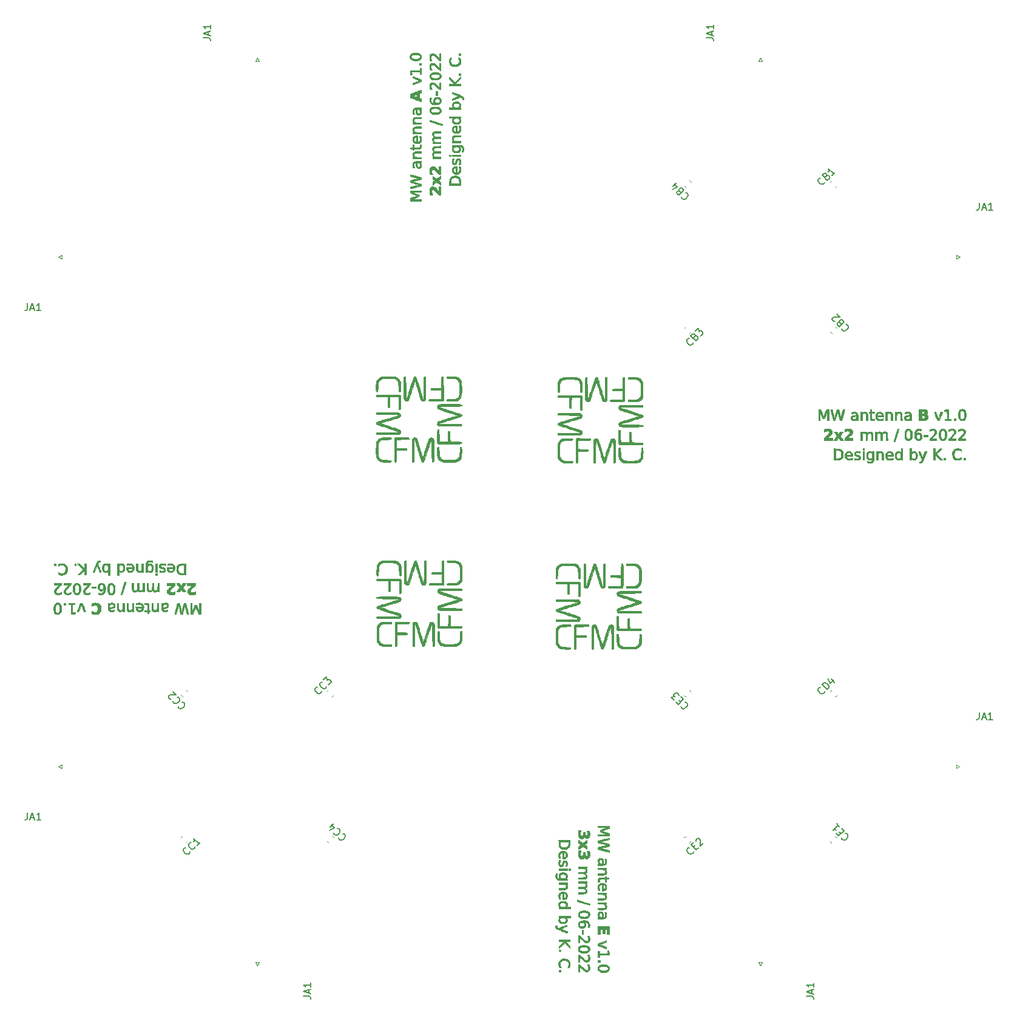
<source format=gbr>
%TF.GenerationSoftware,KiCad,Pcbnew,6.0.6-3a73a75311~116~ubuntu20.04.1*%
%TF.CreationDate,2022-06-30T05:51:01+02:00*%
%TF.ProjectId,panel_v3,70616e65-6c5f-4763-932e-6b696361645f,rev?*%
%TF.SameCoordinates,Original*%
%TF.FileFunction,Legend,Top*%
%TF.FilePolarity,Positive*%
%FSLAX46Y46*%
G04 Gerber Fmt 4.6, Leading zero omitted, Abs format (unit mm)*
G04 Created by KiCad (PCBNEW 6.0.6-3a73a75311~116~ubuntu20.04.1) date 2022-06-30 05:51:01*
%MOMM*%
%LPD*%
G01*
G04 APERTURE LIST*
%ADD10C,0.150000*%
%ADD11C,0.120000*%
%ADD12C,0.010000*%
G04 APERTURE END LIST*
D10*
%TO.C,JA1*%
X66258218Y-166054484D02*
X66972504Y-166054484D01*
X67115361Y-166102103D01*
X67210599Y-166197341D01*
X67258218Y-166340199D01*
X67258218Y-166435437D01*
X66972504Y-165625913D02*
X66972504Y-165149722D01*
X67258218Y-165721151D02*
X66258218Y-165387818D01*
X67258218Y-165054484D01*
X67258218Y-164197341D02*
X67258218Y-164768770D01*
X67258218Y-164483056D02*
X66258218Y-164483056D01*
X66401076Y-164578294D01*
X66496314Y-164673532D01*
X66543933Y-164768770D01*
X136442327Y-166063608D02*
X137156613Y-166063608D01*
X137299470Y-166111227D01*
X137394708Y-166206465D01*
X137442327Y-166349323D01*
X137442327Y-166444561D01*
X137156613Y-165635037D02*
X137156613Y-165158846D01*
X137442327Y-165730275D02*
X136442327Y-165396942D01*
X137442327Y-165063608D01*
X137442327Y-164206465D02*
X137442327Y-164777894D01*
X137442327Y-164492180D02*
X136442327Y-164492180D01*
X136585185Y-164587418D01*
X136680423Y-164682656D01*
X136728042Y-164777894D01*
X122464594Y-32463229D02*
X123178880Y-32463229D01*
X123321737Y-32510848D01*
X123416975Y-32606086D01*
X123464594Y-32748944D01*
X123464594Y-32844182D01*
X123178880Y-32034658D02*
X123178880Y-31558467D01*
X123464594Y-32129896D02*
X122464594Y-31796563D01*
X123464594Y-31463229D01*
X123464594Y-30606086D02*
X123464594Y-31177515D01*
X123464594Y-30891801D02*
X122464594Y-30891801D01*
X122607452Y-30987039D01*
X122702690Y-31082277D01*
X122750309Y-31177515D01*
%TO.C,CE3*%
X119490237Y-125028619D02*
X119557581Y-125028619D01*
X119692268Y-125095963D01*
X119759611Y-125163306D01*
X119826955Y-125297993D01*
X119826955Y-125432680D01*
X119793283Y-125533695D01*
X119692268Y-125702054D01*
X119591253Y-125803069D01*
X119422894Y-125904085D01*
X119321879Y-125937756D01*
X119187192Y-125937756D01*
X119052505Y-125870413D01*
X118985161Y-125803069D01*
X118917818Y-125668382D01*
X118917818Y-125601039D01*
X118884146Y-125028619D02*
X118648444Y-124792917D01*
X118917818Y-124321512D02*
X119254535Y-124658230D01*
X118547428Y-125365337D01*
X118210711Y-125028619D01*
X117975009Y-124792917D02*
X117537276Y-124355184D01*
X118042352Y-124321512D01*
X117941337Y-124220497D01*
X117907665Y-124119482D01*
X117907665Y-124052138D01*
X117941337Y-123951123D01*
X118109696Y-123782764D01*
X118210711Y-123749093D01*
X118278054Y-123749093D01*
X118379070Y-123782764D01*
X118581100Y-123984795D01*
X118614772Y-124085810D01*
X118614772Y-124153154D01*
%TO.C,JA1*%
X27738095Y-69442598D02*
X27738095Y-70156884D01*
X27690476Y-70299741D01*
X27595238Y-70394979D01*
X27452380Y-70442598D01*
X27357142Y-70442598D01*
X28166666Y-70156884D02*
X28642857Y-70156884D01*
X28071428Y-70442598D02*
X28404761Y-69442598D01*
X28738095Y-70442598D01*
X29595238Y-70442598D02*
X29023809Y-70442598D01*
X29309523Y-70442598D02*
X29309523Y-69442598D01*
X29214285Y-69585456D01*
X29119047Y-69680694D01*
X29023809Y-69728313D01*
X27751778Y-140445497D02*
X27751778Y-141159783D01*
X27704159Y-141302640D01*
X27608921Y-141397878D01*
X27466063Y-141445497D01*
X27370825Y-141445497D01*
X28180349Y-141159783D02*
X28656540Y-141159783D01*
X28085111Y-141445497D02*
X28418444Y-140445497D01*
X28751778Y-141445497D01*
X29608921Y-141445497D02*
X29037492Y-141445497D01*
X29323206Y-141445497D02*
X29323206Y-140445497D01*
X29227968Y-140588355D01*
X29132730Y-140683593D01*
X29037492Y-140731212D01*
%TO.C,CC2*%
X49331790Y-125041239D02*
X49399134Y-125041239D01*
X49533821Y-125108582D01*
X49601164Y-125175926D01*
X49668508Y-125310613D01*
X49668508Y-125445300D01*
X49634836Y-125546315D01*
X49533821Y-125714674D01*
X49432805Y-125815689D01*
X49264447Y-125916704D01*
X49163431Y-125950376D01*
X49028744Y-125950376D01*
X48894057Y-125883033D01*
X48826714Y-125815689D01*
X48759370Y-125681002D01*
X48759370Y-125613659D01*
X48624683Y-124334132D02*
X48692027Y-124334132D01*
X48826714Y-124401476D01*
X48894057Y-124468819D01*
X48961401Y-124603506D01*
X48961401Y-124738193D01*
X48927729Y-124839208D01*
X48826714Y-125007567D01*
X48725699Y-125108582D01*
X48557340Y-125209598D01*
X48456325Y-125243269D01*
X48321638Y-125243269D01*
X48186951Y-125175926D01*
X48119607Y-125108582D01*
X48052264Y-124973895D01*
X48052264Y-124906552D01*
X47782890Y-124637178D02*
X47715546Y-124637178D01*
X47614531Y-124603506D01*
X47446172Y-124435147D01*
X47412500Y-124334132D01*
X47412500Y-124266789D01*
X47446172Y-124165773D01*
X47513516Y-124098430D01*
X47648203Y-124031086D01*
X48456325Y-124031086D01*
X48018592Y-123593354D01*
%TO.C,CC3*%
X68753657Y-123523989D02*
X68753657Y-123591333D01*
X68686314Y-123726020D01*
X68618970Y-123793363D01*
X68484283Y-123860707D01*
X68349596Y-123860707D01*
X68248581Y-123827035D01*
X68080222Y-123726020D01*
X67979207Y-123625004D01*
X67878192Y-123456646D01*
X67844520Y-123355630D01*
X67844520Y-123220943D01*
X67911863Y-123086256D01*
X67979207Y-123018913D01*
X68113894Y-122951569D01*
X68181237Y-122951569D01*
X69460764Y-122816882D02*
X69460764Y-122884226D01*
X69393420Y-123018913D01*
X69326077Y-123086256D01*
X69191390Y-123153600D01*
X69056703Y-123153600D01*
X68955688Y-123119928D01*
X68787329Y-123018913D01*
X68686314Y-122917898D01*
X68585298Y-122749539D01*
X68551627Y-122648524D01*
X68551627Y-122513837D01*
X68618970Y-122379150D01*
X68686314Y-122311806D01*
X68821001Y-122244463D01*
X68888344Y-122244463D01*
X69056703Y-121941417D02*
X69494436Y-121503684D01*
X69528107Y-122008760D01*
X69629123Y-121907745D01*
X69730138Y-121874073D01*
X69797481Y-121874073D01*
X69898497Y-121907745D01*
X70066855Y-122076104D01*
X70100527Y-122177119D01*
X70100527Y-122244463D01*
X70066855Y-122345478D01*
X69864825Y-122547508D01*
X69763810Y-122581180D01*
X69696466Y-122581180D01*
%TO.C,CC1*%
X50411307Y-145910991D02*
X50411307Y-145978335D01*
X50343964Y-146113022D01*
X50276620Y-146180365D01*
X50141933Y-146247709D01*
X50007246Y-146247709D01*
X49906231Y-146214037D01*
X49737872Y-146113022D01*
X49636857Y-146012006D01*
X49535842Y-145843648D01*
X49502170Y-145742632D01*
X49502170Y-145607945D01*
X49569513Y-145473258D01*
X49636857Y-145405915D01*
X49771544Y-145338571D01*
X49838887Y-145338571D01*
X51118414Y-145203884D02*
X51118414Y-145271228D01*
X51051070Y-145405915D01*
X50983727Y-145473258D01*
X50849040Y-145540602D01*
X50714353Y-145540602D01*
X50613338Y-145506930D01*
X50444979Y-145405915D01*
X50343964Y-145304900D01*
X50242948Y-145136541D01*
X50209277Y-145035526D01*
X50209277Y-144900839D01*
X50276620Y-144766152D01*
X50343964Y-144698808D01*
X50478651Y-144631465D01*
X50545994Y-144631465D01*
X51859192Y-144597793D02*
X51455131Y-145001854D01*
X51657162Y-144799823D02*
X50950055Y-144092717D01*
X50983727Y-144261075D01*
X50983727Y-144395762D01*
X50950055Y-144496778D01*
%TO.C,JA1*%
X52255499Y-32463229D02*
X52969785Y-32463229D01*
X53112642Y-32510848D01*
X53207880Y-32606086D01*
X53255499Y-32748944D01*
X53255499Y-32844182D01*
X52969785Y-32034658D02*
X52969785Y-31558467D01*
X53255499Y-32129896D02*
X52255499Y-31796563D01*
X53255499Y-31463229D01*
X53255499Y-30606086D02*
X53255499Y-31177515D01*
X53255499Y-30891801D02*
X52255499Y-30891801D01*
X52398357Y-30987039D01*
X52493595Y-31082277D01*
X52541214Y-31177515D01*
%TO.C,CC4*%
X71718792Y-143383589D02*
X71786136Y-143383589D01*
X71920823Y-143450932D01*
X71988166Y-143518276D01*
X72055510Y-143652963D01*
X72055510Y-143787650D01*
X72021838Y-143888665D01*
X71920823Y-144057024D01*
X71819807Y-144158039D01*
X71651449Y-144259054D01*
X71550433Y-144292726D01*
X71415746Y-144292726D01*
X71281059Y-144225383D01*
X71213716Y-144158039D01*
X71146372Y-144023352D01*
X71146372Y-143956009D01*
X71011685Y-142676482D02*
X71079029Y-142676482D01*
X71213716Y-142743826D01*
X71281059Y-142811169D01*
X71348403Y-142945856D01*
X71348403Y-143080543D01*
X71314731Y-143181558D01*
X71213716Y-143349917D01*
X71112701Y-143450932D01*
X70944342Y-143551948D01*
X70843327Y-143585619D01*
X70708640Y-143585619D01*
X70573953Y-143518276D01*
X70506609Y-143450932D01*
X70439266Y-143316245D01*
X70439266Y-143248902D01*
X70001533Y-142474452D02*
X70472937Y-142003047D01*
X69900518Y-142912184D02*
X70573953Y-142575467D01*
X70136220Y-142137734D01*
%TO.C,JA1*%
X160539867Y-126461707D02*
X160539867Y-127175993D01*
X160492248Y-127318850D01*
X160397010Y-127414088D01*
X160254152Y-127461707D01*
X160158914Y-127461707D01*
X160968438Y-127175993D02*
X161444629Y-127175993D01*
X160873200Y-127461707D02*
X161206533Y-126461707D01*
X161539867Y-127461707D01*
X162397010Y-127461707D02*
X161825581Y-127461707D01*
X162111295Y-127461707D02*
X162111295Y-126461707D01*
X162016057Y-126604565D01*
X161920819Y-126699803D01*
X161825581Y-126747422D01*
%TO.C,CE1*%
X141877239Y-143370969D02*
X141944583Y-143370969D01*
X142079270Y-143438313D01*
X142146613Y-143505656D01*
X142213957Y-143640343D01*
X142213957Y-143775030D01*
X142180285Y-143876045D01*
X142079270Y-144044404D01*
X141978255Y-144145419D01*
X141809896Y-144246435D01*
X141708881Y-144280106D01*
X141574194Y-144280106D01*
X141439507Y-144212763D01*
X141372163Y-144145419D01*
X141304820Y-144010732D01*
X141304820Y-143943389D01*
X141271148Y-143370969D02*
X141035446Y-143135267D01*
X141304820Y-142663862D02*
X141641537Y-143000580D01*
X140934430Y-143707687D01*
X140597713Y-143370969D01*
X140631385Y-141990427D02*
X141035446Y-142394488D01*
X140833415Y-142192458D02*
X140126308Y-142899565D01*
X140294667Y-142865893D01*
X140429354Y-142865893D01*
X140530369Y-142899565D01*
%TO.C,CB3*%
X120624507Y-74917443D02*
X120624507Y-74984787D01*
X120557164Y-75119474D01*
X120489820Y-75186817D01*
X120355133Y-75254161D01*
X120220446Y-75254161D01*
X120119431Y-75220489D01*
X119951072Y-75119474D01*
X119850057Y-75018458D01*
X119749042Y-74850100D01*
X119715370Y-74749084D01*
X119715370Y-74614397D01*
X119782713Y-74479710D01*
X119850057Y-74412367D01*
X119984744Y-74345023D01*
X120052087Y-74345023D01*
X120860209Y-74075649D02*
X120994896Y-74008306D01*
X121062240Y-74008306D01*
X121163255Y-74041978D01*
X121264270Y-74142993D01*
X121297942Y-74244008D01*
X121297942Y-74311352D01*
X121264270Y-74412367D01*
X120994896Y-74681741D01*
X120287790Y-73974634D01*
X120523492Y-73738932D01*
X120624507Y-73705260D01*
X120691851Y-73705260D01*
X120792866Y-73738932D01*
X120860209Y-73806275D01*
X120893881Y-73907291D01*
X120893881Y-73974634D01*
X120860209Y-74075649D01*
X120624507Y-74311352D01*
X120927553Y-73334871D02*
X121365286Y-72897138D01*
X121398957Y-73402214D01*
X121499973Y-73301199D01*
X121600988Y-73267527D01*
X121668331Y-73267527D01*
X121769347Y-73301199D01*
X121937705Y-73469558D01*
X121971377Y-73570573D01*
X121971377Y-73637917D01*
X121937705Y-73738932D01*
X121735675Y-73940962D01*
X121634660Y-73974634D01*
X121567316Y-73974634D01*
%TO.C,JA1*%
X160549242Y-55450628D02*
X160549242Y-56164914D01*
X160501623Y-56307771D01*
X160406385Y-56403009D01*
X160263527Y-56450628D01*
X160168289Y-56450628D01*
X160977813Y-56164914D02*
X161454004Y-56164914D01*
X160882575Y-56450628D02*
X161215908Y-55450628D01*
X161549242Y-56450628D01*
X162406385Y-56450628D02*
X161834956Y-56450628D01*
X162120670Y-56450628D02*
X162120670Y-55450628D01*
X162025432Y-55593486D01*
X161930194Y-55688724D01*
X161834956Y-55736343D01*
%TO.C,CB4*%
X119544990Y-54047691D02*
X119612334Y-54047691D01*
X119747021Y-54115034D01*
X119814364Y-54182378D01*
X119881708Y-54317065D01*
X119881708Y-54451752D01*
X119848036Y-54552767D01*
X119747021Y-54721126D01*
X119646005Y-54822141D01*
X119477647Y-54923156D01*
X119376631Y-54956828D01*
X119241944Y-54956828D01*
X119107257Y-54889485D01*
X119039914Y-54822141D01*
X118972570Y-54687454D01*
X118972570Y-54620111D01*
X118703196Y-53811989D02*
X118635853Y-53677302D01*
X118635853Y-53609958D01*
X118669525Y-53508943D01*
X118770540Y-53407928D01*
X118871555Y-53374256D01*
X118938899Y-53374256D01*
X119039914Y-53407928D01*
X119309288Y-53677302D01*
X118602181Y-54384408D01*
X118366479Y-54148706D01*
X118332807Y-54047691D01*
X118332807Y-53980347D01*
X118366479Y-53879332D01*
X118433822Y-53811989D01*
X118534838Y-53778317D01*
X118602181Y-53778317D01*
X118703196Y-53811989D01*
X118938899Y-54047691D01*
X117827731Y-53138554D02*
X118299135Y-52667149D01*
X117726716Y-53576286D02*
X118400151Y-53239569D01*
X117962418Y-52801836D01*
%TO.C,CE2*%
X120637098Y-145898371D02*
X120637098Y-145965715D01*
X120569754Y-146100402D01*
X120502411Y-146167745D01*
X120367724Y-146235089D01*
X120233037Y-146235089D01*
X120132022Y-146201417D01*
X119963663Y-146100402D01*
X119862648Y-145999387D01*
X119761632Y-145831028D01*
X119727961Y-145730013D01*
X119727961Y-145595326D01*
X119795304Y-145460639D01*
X119862648Y-145393295D01*
X119997335Y-145325952D01*
X120064678Y-145325952D01*
X120637098Y-145292280D02*
X120872800Y-145056578D01*
X121344205Y-145325952D02*
X121007487Y-145662669D01*
X120300380Y-144955562D01*
X120637098Y-144618845D01*
X120973815Y-144416814D02*
X120973815Y-144349471D01*
X121007487Y-144248456D01*
X121175846Y-144080097D01*
X121276861Y-144046425D01*
X121344205Y-144046425D01*
X121445220Y-144080097D01*
X121512563Y-144147440D01*
X121579907Y-144282127D01*
X121579907Y-145090249D01*
X122017640Y-144652517D01*
%TO.C,CB2*%
X141931992Y-72390041D02*
X141999336Y-72390041D01*
X142134023Y-72457384D01*
X142201366Y-72524728D01*
X142268710Y-72659415D01*
X142268710Y-72794102D01*
X142235038Y-72895117D01*
X142134023Y-73063476D01*
X142033007Y-73164491D01*
X141864649Y-73265506D01*
X141763633Y-73299178D01*
X141628946Y-73299178D01*
X141494259Y-73231835D01*
X141426916Y-73164491D01*
X141359572Y-73029804D01*
X141359572Y-72962461D01*
X141090198Y-72154339D02*
X141022855Y-72019652D01*
X141022855Y-71952308D01*
X141056527Y-71851293D01*
X141157542Y-71750278D01*
X141258557Y-71716606D01*
X141325901Y-71716606D01*
X141426916Y-71750278D01*
X141696290Y-72019652D01*
X140989183Y-72726758D01*
X140753481Y-72491056D01*
X140719809Y-72390041D01*
X140719809Y-72322697D01*
X140753481Y-72221682D01*
X140820824Y-72154339D01*
X140921840Y-72120667D01*
X140989183Y-72120667D01*
X141090198Y-72154339D01*
X141325901Y-72390041D01*
X140383092Y-71985980D02*
X140315748Y-71985980D01*
X140214733Y-71952308D01*
X140046374Y-71783949D01*
X140012702Y-71682934D01*
X140012702Y-71615591D01*
X140046374Y-71514575D01*
X140113718Y-71447232D01*
X140248405Y-71379888D01*
X141056527Y-71379888D01*
X140618794Y-70942156D01*
%TO.C,CB1*%
X138966857Y-52530441D02*
X138966857Y-52597785D01*
X138899514Y-52732472D01*
X138832170Y-52799815D01*
X138697483Y-52867159D01*
X138562796Y-52867159D01*
X138461781Y-52833487D01*
X138293422Y-52732472D01*
X138192407Y-52631456D01*
X138091392Y-52463098D01*
X138057720Y-52362082D01*
X138057720Y-52227395D01*
X138125063Y-52092708D01*
X138192407Y-52025365D01*
X138327094Y-51958021D01*
X138394437Y-51958021D01*
X139202559Y-51688647D02*
X139337246Y-51621304D01*
X139404590Y-51621304D01*
X139505605Y-51654976D01*
X139606620Y-51755991D01*
X139640292Y-51857006D01*
X139640292Y-51924350D01*
X139606620Y-52025365D01*
X139337246Y-52294739D01*
X138630140Y-51587632D01*
X138865842Y-51351930D01*
X138966857Y-51318258D01*
X139034201Y-51318258D01*
X139135216Y-51351930D01*
X139202559Y-51419273D01*
X139236231Y-51520289D01*
X139236231Y-51587632D01*
X139202559Y-51688647D01*
X138966857Y-51924350D01*
X140414742Y-51217243D02*
X140010681Y-51621304D01*
X140212712Y-51419273D02*
X139505605Y-50712167D01*
X139539277Y-50880525D01*
X139539277Y-51015212D01*
X139505605Y-51116228D01*
%TO.C,CD4*%
X138945776Y-123545041D02*
X138945776Y-123612385D01*
X138878433Y-123747072D01*
X138811089Y-123814415D01*
X138676402Y-123881759D01*
X138541715Y-123881759D01*
X138440700Y-123848087D01*
X138272341Y-123747072D01*
X138171326Y-123646056D01*
X138070311Y-123477698D01*
X138036639Y-123376682D01*
X138036639Y-123241995D01*
X138103982Y-123107308D01*
X138171326Y-123039965D01*
X138306013Y-122972621D01*
X138373356Y-122972621D01*
X139316165Y-123309339D02*
X138609059Y-122602232D01*
X138777417Y-122433873D01*
X138912104Y-122366530D01*
X139046791Y-122366530D01*
X139147807Y-122400202D01*
X139316165Y-122501217D01*
X139417181Y-122602232D01*
X139518196Y-122770591D01*
X139551868Y-122871606D01*
X139551868Y-123006293D01*
X139484524Y-123140980D01*
X139316165Y-123309339D01*
X139854913Y-121827782D02*
X140326318Y-122299186D01*
X139417181Y-121726767D02*
X139753898Y-122400202D01*
X140191631Y-121962469D01*
D11*
%TO.C,JA1*%
X60055838Y-161292580D02*
X59805838Y-161792580D01*
X59555838Y-161292580D02*
X60055838Y-161292580D01*
X59805838Y-161792580D02*
X59555838Y-161292580D01*
X130239947Y-161301704D02*
X129989947Y-161801704D01*
X129739947Y-161301704D02*
X130239947Y-161301704D01*
X129989947Y-161801704D02*
X129739947Y-161301704D01*
X129762214Y-35701325D02*
X130012214Y-35201325D01*
X130262214Y-35701325D02*
X129762214Y-35701325D01*
X130012214Y-35201325D02*
X130262214Y-35701325D01*
%TO.C,CE3*%
X120275181Y-123575064D02*
X120068328Y-123368211D01*
X119553932Y-124296313D02*
X119347079Y-124089460D01*
%TO.C,JA1*%
X32500000Y-63240218D02*
X32000000Y-62990218D01*
X32500000Y-62740218D02*
X32500000Y-63240218D01*
X32000000Y-62990218D02*
X32500000Y-62740218D01*
X32513683Y-134243117D02*
X32013683Y-133993117D01*
X32513683Y-133743117D02*
X32513683Y-134243117D01*
X32013683Y-133993117D02*
X32513683Y-133743117D01*
%TO.C,CC2*%
X50083062Y-123554012D02*
X49876209Y-123347159D01*
X49361813Y-124275261D02*
X49154960Y-124068408D01*
%TO.C,CC3*%
X70240885Y-124275261D02*
X70447738Y-124068408D01*
X69519636Y-123554012D02*
X69726489Y-123347159D01*
%TO.C,CC1*%
X50083062Y-144433084D02*
X49876209Y-144639937D01*
X49361813Y-143711835D02*
X49154960Y-143918688D01*
%TO.C,JA1*%
X59553119Y-35701325D02*
X59803119Y-35201325D01*
X60053119Y-35701325D02*
X59553119Y-35701325D01*
X59803119Y-35201325D02*
X60053119Y-35701325D01*
%TO.C,CC4*%
X69519636Y-144433084D02*
X69726489Y-144639937D01*
X70240885Y-143711835D02*
X70447738Y-143918688D01*
%TO.C,Ref\u002A\u002A*%
G36*
X104679369Y-157591052D02*
G01*
X104709295Y-157592427D01*
X104737165Y-157598332D01*
X104767621Y-157612298D01*
X104805302Y-157637857D01*
X104854850Y-157678538D01*
X104920905Y-157737875D01*
X105008108Y-157819397D01*
X105121099Y-157926635D01*
X105123906Y-157929307D01*
X105230110Y-158028795D01*
X105331146Y-158120502D01*
X105421396Y-158199557D01*
X105495242Y-158261086D01*
X105547065Y-158300216D01*
X105562271Y-158309512D01*
X105671730Y-158346699D01*
X105772356Y-158344948D01*
X105859100Y-158306000D01*
X105926911Y-158231596D01*
X105955132Y-158174052D01*
X105976175Y-158108337D01*
X105981498Y-158050475D01*
X105972397Y-157978954D01*
X105968201Y-157957315D01*
X105944133Y-157865389D01*
X105910113Y-157766917D01*
X105891908Y-157723526D01*
X105839638Y-157609352D01*
X105959345Y-157615680D01*
X106079053Y-157622007D01*
X106121408Y-157738424D01*
X106146829Y-157829189D01*
X106160773Y-157935818D01*
X106165045Y-158055924D01*
X106164335Y-158155325D01*
X106159225Y-158225000D01*
X106147515Y-158277502D01*
X106127005Y-158325381D01*
X106113411Y-158350365D01*
X106036226Y-158459151D01*
X105945979Y-158530831D01*
X105835357Y-158570241D01*
X105766622Y-158579645D01*
X105686079Y-158581939D01*
X105612240Y-158572984D01*
X105539805Y-158549655D01*
X105463476Y-158508824D01*
X105377951Y-158447367D01*
X105277932Y-158362155D01*
X105158119Y-158250064D01*
X105081536Y-158175501D01*
X104779911Y-157879080D01*
X104779911Y-158606257D01*
X104589411Y-158606257D01*
X104589411Y-157590257D01*
X104679369Y-157591052D01*
G37*
D12*
X104679369Y-157591052D02*
X104709295Y-157592427D01*
X104737165Y-157598332D01*
X104767621Y-157612298D01*
X104805302Y-157637857D01*
X104854850Y-157678538D01*
X104920905Y-157737875D01*
X105008108Y-157819397D01*
X105121099Y-157926635D01*
X105123906Y-157929307D01*
X105230110Y-158028795D01*
X105331146Y-158120502D01*
X105421396Y-158199557D01*
X105495242Y-158261086D01*
X105547065Y-158300216D01*
X105562271Y-158309512D01*
X105671730Y-158346699D01*
X105772356Y-158344948D01*
X105859100Y-158306000D01*
X105926911Y-158231596D01*
X105955132Y-158174052D01*
X105976175Y-158108337D01*
X105981498Y-158050475D01*
X105972397Y-157978954D01*
X105968201Y-157957315D01*
X105944133Y-157865389D01*
X105910113Y-157766917D01*
X105891908Y-157723526D01*
X105839638Y-157609352D01*
X105959345Y-157615680D01*
X106079053Y-157622007D01*
X106121408Y-157738424D01*
X106146829Y-157829189D01*
X106160773Y-157935818D01*
X106165045Y-158055924D01*
X106164335Y-158155325D01*
X106159225Y-158225000D01*
X106147515Y-158277502D01*
X106127005Y-158325381D01*
X106113411Y-158350365D01*
X106036226Y-158459151D01*
X105945979Y-158530831D01*
X105835357Y-158570241D01*
X105766622Y-158579645D01*
X105686079Y-158581939D01*
X105612240Y-158572984D01*
X105539805Y-158549655D01*
X105463476Y-158508824D01*
X105377951Y-158447367D01*
X105277932Y-158362155D01*
X105158119Y-158250064D01*
X105081536Y-158175501D01*
X104779911Y-157879080D01*
X104779911Y-158606257D01*
X104589411Y-158606257D01*
X104589411Y-157590257D01*
X104679369Y-157591052D01*
G36*
X102134077Y-162627924D02*
G01*
X101837744Y-162627924D01*
X101837744Y-162373924D01*
X102134077Y-162373924D01*
X102134077Y-162627924D01*
G37*
X102134077Y-162627924D02*
X101837744Y-162627924D01*
X101837744Y-162373924D01*
X102134077Y-162373924D01*
X102134077Y-162627924D01*
G36*
X110158264Y-113066474D02*
G01*
X110183454Y-113084407D01*
X110196491Y-113125681D01*
X110202300Y-113161424D01*
X110205636Y-113204301D01*
X110208783Y-113284044D01*
X110211641Y-113395182D01*
X110214110Y-113532248D01*
X110216092Y-113689772D01*
X110217486Y-113862287D01*
X110218175Y-114034549D01*
X110219744Y-114812424D01*
X111443076Y-114812424D01*
X111451051Y-114129799D01*
X111453557Y-113928040D01*
X111456379Y-113764582D01*
X111460267Y-113635393D01*
X111465970Y-113536442D01*
X111474237Y-113463698D01*
X111485816Y-113413130D01*
X111501457Y-113380708D01*
X111521908Y-113362400D01*
X111547919Y-113354174D01*
X111580238Y-113352001D01*
X111595577Y-113351924D01*
X111630877Y-113352765D01*
X111659526Y-113357978D01*
X111682273Y-113371592D01*
X111699867Y-113397640D01*
X111713058Y-113440151D01*
X111722596Y-113503158D01*
X111729229Y-113590691D01*
X111733708Y-113706781D01*
X111736782Y-113855459D01*
X111739199Y-114040757D01*
X111740192Y-114129799D01*
X111747697Y-114812424D01*
X112470679Y-114812542D01*
X112687059Y-114812938D01*
X112864966Y-114814332D01*
X113008255Y-114817143D01*
X113120784Y-114821792D01*
X113206408Y-114828701D01*
X113268984Y-114838289D01*
X113312367Y-114850978D01*
X113340414Y-114867188D01*
X113356981Y-114887340D01*
X113365516Y-114910184D01*
X113368178Y-114985645D01*
X113334351Y-115040349D01*
X113265462Y-115072366D01*
X113242407Y-115076675D01*
X113206600Y-115078748D01*
X113132042Y-115080547D01*
X113022316Y-115082056D01*
X112881005Y-115083261D01*
X112711690Y-115084148D01*
X112517954Y-115084701D01*
X112303379Y-115084905D01*
X112071548Y-115084746D01*
X111826043Y-115084209D01*
X111606161Y-115083432D01*
X111313339Y-115082186D01*
X111059883Y-115080996D01*
X110842822Y-115079770D01*
X110659189Y-115078420D01*
X110506016Y-115076854D01*
X110380333Y-115074982D01*
X110279172Y-115072714D01*
X110199565Y-115069960D01*
X110138544Y-115066628D01*
X110093139Y-115062630D01*
X110060383Y-115057875D01*
X110037307Y-115052271D01*
X110020943Y-115045730D01*
X110008322Y-115038160D01*
X110003451Y-115034674D01*
X109945908Y-114992340D01*
X109945243Y-114066299D01*
X109945134Y-113844147D01*
X109945270Y-113660457D01*
X109945821Y-113511356D01*
X109946960Y-113392972D01*
X109948858Y-113301433D01*
X109951685Y-113232866D01*
X109955614Y-113183400D01*
X109960814Y-113149163D01*
X109967458Y-113126282D01*
X109975716Y-113110885D01*
X109985760Y-113099101D01*
X109988117Y-113096718D01*
X110040125Y-113064407D01*
X110109825Y-113059676D01*
X110158264Y-113066474D01*
G37*
X110158264Y-113066474D02*
X110183454Y-113084407D01*
X110196491Y-113125681D01*
X110202300Y-113161424D01*
X110205636Y-113204301D01*
X110208783Y-113284044D01*
X110211641Y-113395182D01*
X110214110Y-113532248D01*
X110216092Y-113689772D01*
X110217486Y-113862287D01*
X110218175Y-114034549D01*
X110219744Y-114812424D01*
X111443076Y-114812424D01*
X111451051Y-114129799D01*
X111453557Y-113928040D01*
X111456379Y-113764582D01*
X111460267Y-113635393D01*
X111465970Y-113536442D01*
X111474237Y-113463698D01*
X111485816Y-113413130D01*
X111501457Y-113380708D01*
X111521908Y-113362400D01*
X111547919Y-113354174D01*
X111580238Y-113352001D01*
X111595577Y-113351924D01*
X111630877Y-113352765D01*
X111659526Y-113357978D01*
X111682273Y-113371592D01*
X111699867Y-113397640D01*
X111713058Y-113440151D01*
X111722596Y-113503158D01*
X111729229Y-113590691D01*
X111733708Y-113706781D01*
X111736782Y-113855459D01*
X111739199Y-114040757D01*
X111740192Y-114129799D01*
X111747697Y-114812424D01*
X112470679Y-114812542D01*
X112687059Y-114812938D01*
X112864966Y-114814332D01*
X113008255Y-114817143D01*
X113120784Y-114821792D01*
X113206408Y-114828701D01*
X113268984Y-114838289D01*
X113312367Y-114850978D01*
X113340414Y-114867188D01*
X113356981Y-114887340D01*
X113365516Y-114910184D01*
X113368178Y-114985645D01*
X113334351Y-115040349D01*
X113265462Y-115072366D01*
X113242407Y-115076675D01*
X113206600Y-115078748D01*
X113132042Y-115080547D01*
X113022316Y-115082056D01*
X112881005Y-115083261D01*
X112711690Y-115084148D01*
X112517954Y-115084701D01*
X112303379Y-115084905D01*
X112071548Y-115084746D01*
X111826043Y-115084209D01*
X111606161Y-115083432D01*
X111313339Y-115082186D01*
X111059883Y-115080996D01*
X110842822Y-115079770D01*
X110659189Y-115078420D01*
X110506016Y-115076854D01*
X110380333Y-115074982D01*
X110279172Y-115072714D01*
X110199565Y-115069960D01*
X110138544Y-115066628D01*
X110093139Y-115062630D01*
X110060383Y-115057875D01*
X110037307Y-115052271D01*
X110020943Y-115045730D01*
X110008322Y-115038160D01*
X110003451Y-115034674D01*
X109945908Y-114992340D01*
X109945243Y-114066299D01*
X109945134Y-113844147D01*
X109945270Y-113660457D01*
X109945821Y-113511356D01*
X109946960Y-113392972D01*
X109948858Y-113301433D01*
X109951685Y-113232866D01*
X109955614Y-113183400D01*
X109960814Y-113149163D01*
X109967458Y-113126282D01*
X109975716Y-113110885D01*
X109985760Y-113099101D01*
X109988117Y-113096718D01*
X110040125Y-113064407D01*
X110109825Y-113059676D01*
X110158264Y-113066474D01*
G36*
X107616244Y-161273257D02*
G01*
X107319911Y-161273257D01*
X107319911Y-161040424D01*
X107616244Y-161040424D01*
X107616244Y-161273257D01*
G37*
X107616244Y-161273257D02*
X107319911Y-161273257D01*
X107319911Y-161040424D01*
X107616244Y-161040424D01*
X107616244Y-161273257D01*
G36*
X108851614Y-159860382D02*
G01*
X108868641Y-159963350D01*
X108881003Y-160070891D01*
X108886225Y-160161073D01*
X108886261Y-160167299D01*
X108886244Y-160299590D01*
X107531577Y-160299590D01*
X107531577Y-160638257D01*
X107319911Y-160638257D01*
X107319911Y-159728090D01*
X107531577Y-159728090D01*
X107531577Y-160066757D01*
X108103077Y-160066757D01*
X108253606Y-160066194D01*
X108389230Y-160064608D01*
X108504507Y-160062148D01*
X108593992Y-160058967D01*
X108652241Y-160055217D01*
X108673811Y-160051048D01*
X108673834Y-160050882D01*
X108669201Y-160023451D01*
X108657805Y-159967139D01*
X108642827Y-159897424D01*
X108622491Y-159802240D01*
X108613586Y-159740971D01*
X108618624Y-159706145D01*
X108640116Y-159690295D01*
X108680576Y-159685949D01*
X108714014Y-159685757D01*
X108816951Y-159685757D01*
X108851614Y-159860382D01*
G37*
X108851614Y-159860382D02*
X108868641Y-159963350D01*
X108881003Y-160070891D01*
X108886225Y-160161073D01*
X108886261Y-160167299D01*
X108886244Y-160299590D01*
X107531577Y-160299590D01*
X107531577Y-160638257D01*
X107319911Y-160638257D01*
X107319911Y-159728090D01*
X107531577Y-159728090D01*
X107531577Y-160066757D01*
X108103077Y-160066757D01*
X108253606Y-160066194D01*
X108389230Y-160064608D01*
X108504507Y-160062148D01*
X108593992Y-160058967D01*
X108652241Y-160055217D01*
X108673811Y-160051048D01*
X108673834Y-160050882D01*
X108669201Y-160023451D01*
X108657805Y-159967139D01*
X108642827Y-159897424D01*
X108622491Y-159802240D01*
X108613586Y-159740971D01*
X108618624Y-159706145D01*
X108640116Y-159690295D01*
X108680576Y-159685949D01*
X108714014Y-159685757D01*
X108816951Y-159685757D01*
X108851614Y-159860382D01*
G36*
X103023077Y-150414757D02*
G01*
X102866606Y-150414757D01*
X102932960Y-150483549D01*
X102996367Y-150564000D01*
X103031497Y-150650732D01*
X103043971Y-150758821D01*
X103044244Y-150782066D01*
X103026387Y-150913724D01*
X102974525Y-151024788D01*
X102891221Y-151110518D01*
X102853744Y-151134424D01*
X102820802Y-151151836D01*
X102788772Y-151165060D01*
X102751273Y-151174784D01*
X102701920Y-151181697D01*
X102634330Y-151186489D01*
X102542120Y-151189849D01*
X102418906Y-151192466D01*
X102298119Y-151194421D01*
X101837744Y-151201502D01*
X101837744Y-150986257D01*
X102224036Y-150986139D01*
X102390675Y-150984879D01*
X102520622Y-150980586D01*
X102619464Y-150972319D01*
X102692791Y-150959138D01*
X102746190Y-150940102D01*
X102785251Y-150914269D01*
X102810448Y-150887423D01*
X102844515Y-150813831D01*
X102853684Y-150721946D01*
X102837934Y-150627728D01*
X102810894Y-150566985D01*
X102775187Y-150517761D01*
X102731894Y-150480200D01*
X102675152Y-150452813D01*
X102599097Y-150434111D01*
X102497864Y-150422603D01*
X102365591Y-150416800D01*
X102213452Y-150415222D01*
X101837744Y-150414757D01*
X101837744Y-150203090D01*
X103023077Y-150203090D01*
X103023077Y-150414757D01*
G37*
X103023077Y-150414757D02*
X102866606Y-150414757D01*
X102932960Y-150483549D01*
X102996367Y-150564000D01*
X103031497Y-150650732D01*
X103043971Y-150758821D01*
X103044244Y-150782066D01*
X103026387Y-150913724D01*
X102974525Y-151024788D01*
X102891221Y-151110518D01*
X102853744Y-151134424D01*
X102820802Y-151151836D01*
X102788772Y-151165060D01*
X102751273Y-151174784D01*
X102701920Y-151181697D01*
X102634330Y-151186489D01*
X102542120Y-151189849D01*
X102418906Y-151192466D01*
X102298119Y-151194421D01*
X101837744Y-151201502D01*
X101837744Y-150986257D01*
X102224036Y-150986139D01*
X102390675Y-150984879D01*
X102520622Y-150980586D01*
X102619464Y-150972319D01*
X102692791Y-150959138D01*
X102746190Y-150940102D01*
X102785251Y-150914269D01*
X102810448Y-150887423D01*
X102844515Y-150813831D01*
X102853684Y-150721946D01*
X102837934Y-150627728D01*
X102810894Y-150566985D01*
X102775187Y-150517761D01*
X102731894Y-150480200D01*
X102675152Y-150452813D01*
X102599097Y-150434111D01*
X102497864Y-150422603D01*
X102365591Y-150416800D01*
X102213452Y-150415222D01*
X101837744Y-150414757D01*
X101837744Y-150203090D01*
X103023077Y-150203090D01*
X103023077Y-150414757D01*
G36*
X105753577Y-148107590D02*
G01*
X105751901Y-148170372D01*
X105743183Y-148201690D01*
X105721892Y-148212389D01*
X105699584Y-148213424D01*
X105645590Y-148213424D01*
X105700172Y-148284985D01*
X105759191Y-148391600D01*
X105786405Y-148507949D01*
X105783077Y-148625126D01*
X105750474Y-148734223D01*
X105689860Y-148826335D01*
X105614827Y-148886006D01*
X105592011Y-148902156D01*
X105591724Y-148920487D01*
X105617269Y-148951425D01*
X105643980Y-148978038D01*
X105723171Y-149071994D01*
X105769873Y-149172436D01*
X105788559Y-149260806D01*
X105785813Y-149382068D01*
X105747030Y-149492993D01*
X105677289Y-149585630D01*
X105581668Y-149652022D01*
X105525379Y-149672992D01*
X105480172Y-149679735D01*
X105400569Y-149685646D01*
X105294503Y-149690381D01*
X105169908Y-149693598D01*
X105034717Y-149694951D01*
X105018036Y-149694972D01*
X104589411Y-149695090D01*
X104589411Y-149485800D01*
X105035688Y-149479320D01*
X105481966Y-149472840D01*
X105546099Y-149401016D01*
X105586743Y-149348773D01*
X105602304Y-149301906D01*
X105600002Y-149238428D01*
X105599873Y-149237280D01*
X105573033Y-149130492D01*
X105517182Y-149051781D01*
X105429136Y-148995281D01*
X105391121Y-148980432D01*
X105347562Y-148969669D01*
X105291166Y-148962355D01*
X105214639Y-148957852D01*
X105110690Y-148955524D01*
X104972025Y-148954731D01*
X104965119Y-148954722D01*
X104589411Y-148954257D01*
X104589411Y-148742590D01*
X104975702Y-148742472D01*
X105153079Y-148740893D01*
X105292805Y-148735210D01*
X105399490Y-148723826D01*
X105477742Y-148705142D01*
X105532170Y-148677560D01*
X105567382Y-148639481D01*
X105587988Y-148589307D01*
X105598491Y-148526491D01*
X105589034Y-148423160D01*
X105540583Y-148331950D01*
X105455892Y-148257955D01*
X105452146Y-148255642D01*
X105424167Y-148240734D01*
X105391850Y-148229799D01*
X105348494Y-148222231D01*
X105287397Y-148217426D01*
X105201860Y-148214776D01*
X105085181Y-148213675D01*
X104986286Y-148213503D01*
X104589411Y-148213424D01*
X104589411Y-148001757D01*
X105753577Y-148001757D01*
X105753577Y-148107590D01*
G37*
X105753577Y-148107590D02*
X105751901Y-148170372D01*
X105743183Y-148201690D01*
X105721892Y-148212389D01*
X105699584Y-148213424D01*
X105645590Y-148213424D01*
X105700172Y-148284985D01*
X105759191Y-148391600D01*
X105786405Y-148507949D01*
X105783077Y-148625126D01*
X105750474Y-148734223D01*
X105689860Y-148826335D01*
X105614827Y-148886006D01*
X105592011Y-148902156D01*
X105591724Y-148920487D01*
X105617269Y-148951425D01*
X105643980Y-148978038D01*
X105723171Y-149071994D01*
X105769873Y-149172436D01*
X105788559Y-149260806D01*
X105785813Y-149382068D01*
X105747030Y-149492993D01*
X105677289Y-149585630D01*
X105581668Y-149652022D01*
X105525379Y-149672992D01*
X105480172Y-149679735D01*
X105400569Y-149685646D01*
X105294503Y-149690381D01*
X105169908Y-149693598D01*
X105034717Y-149694951D01*
X105018036Y-149694972D01*
X104589411Y-149695090D01*
X104589411Y-149485800D01*
X105035688Y-149479320D01*
X105481966Y-149472840D01*
X105546099Y-149401016D01*
X105586743Y-149348773D01*
X105602304Y-149301906D01*
X105600002Y-149238428D01*
X105599873Y-149237280D01*
X105573033Y-149130492D01*
X105517182Y-149051781D01*
X105429136Y-148995281D01*
X105391121Y-148980432D01*
X105347562Y-148969669D01*
X105291166Y-148962355D01*
X105214639Y-148957852D01*
X105110690Y-148955524D01*
X104972025Y-148954731D01*
X104965119Y-148954722D01*
X104589411Y-148954257D01*
X104589411Y-148742590D01*
X104975702Y-148742472D01*
X105153079Y-148740893D01*
X105292805Y-148735210D01*
X105399490Y-148723826D01*
X105477742Y-148705142D01*
X105532170Y-148677560D01*
X105567382Y-148639481D01*
X105587988Y-148589307D01*
X105598491Y-148526491D01*
X105589034Y-148423160D01*
X105540583Y-148331950D01*
X105455892Y-148257955D01*
X105452146Y-148255642D01*
X105424167Y-148240734D01*
X105391850Y-148229799D01*
X105348494Y-148222231D01*
X105287397Y-148217426D01*
X105201860Y-148214776D01*
X105085181Y-148213675D01*
X104986286Y-148213503D01*
X104589411Y-148213424D01*
X104589411Y-148001757D01*
X105753577Y-148001757D01*
X105753577Y-148107590D01*
G36*
X103023077Y-148488590D02*
G01*
X101837744Y-148488590D01*
X101837744Y-148276924D01*
X103023077Y-148276924D01*
X103023077Y-148488590D01*
G37*
X103023077Y-148488590D02*
X101837744Y-148488590D01*
X101837744Y-148276924D01*
X103023077Y-148276924D01*
X103023077Y-148488590D01*
G36*
X104450686Y-152608801D02*
G01*
X104512116Y-152627956D01*
X104605310Y-152656869D01*
X104725919Y-152694193D01*
X104869594Y-152738584D01*
X105031985Y-152788695D01*
X105208744Y-152843183D01*
X105303553Y-152872386D01*
X106155278Y-153134674D01*
X106155511Y-153237480D01*
X106152043Y-153302387D01*
X106140409Y-153330031D01*
X106129286Y-153330716D01*
X106103967Y-153322621D01*
X106042532Y-153303437D01*
X105949329Y-153274508D01*
X105828707Y-153237180D01*
X105685015Y-153192797D01*
X105522603Y-153142705D01*
X105345818Y-153088249D01*
X105250869Y-153059028D01*
X104398911Y-152796909D01*
X104398911Y-152694152D01*
X104402579Y-152629116D01*
X104414412Y-152601451D01*
X104425369Y-152600748D01*
X104450686Y-152608801D01*
G37*
X104450686Y-152608801D02*
X104512116Y-152627956D01*
X104605310Y-152656869D01*
X104725919Y-152694193D01*
X104869594Y-152738584D01*
X105031985Y-152788695D01*
X105208744Y-152843183D01*
X105303553Y-152872386D01*
X106155278Y-153134674D01*
X106155511Y-153237480D01*
X106152043Y-153302387D01*
X106140409Y-153330031D01*
X106129286Y-153330716D01*
X106103967Y-153322621D01*
X106042532Y-153303437D01*
X105949329Y-153274508D01*
X105828707Y-153237180D01*
X105685015Y-153192797D01*
X105522603Y-153142705D01*
X105345818Y-153088249D01*
X105250869Y-153059028D01*
X104398911Y-152796909D01*
X104398911Y-152694152D01*
X104402579Y-152629116D01*
X104414412Y-152601451D01*
X104425369Y-152600748D01*
X104450686Y-152608801D01*
G36*
X111874185Y-105721523D02*
G01*
X112051837Y-105722000D01*
X112193173Y-105723519D01*
X112304207Y-105726404D01*
X112390950Y-105730981D01*
X112459414Y-105737575D01*
X112515612Y-105746510D01*
X112565556Y-105758113D01*
X112569244Y-105759107D01*
X112777754Y-105833632D01*
X112954055Y-105935468D01*
X113098927Y-106065395D01*
X113213151Y-106224193D01*
X113297507Y-106412642D01*
X113328929Y-106519028D01*
X113354362Y-106655527D01*
X113372313Y-106832725D01*
X113382749Y-107049646D01*
X113385634Y-107305317D01*
X113380933Y-107598762D01*
X113374335Y-107795674D01*
X113366204Y-107984190D01*
X113357476Y-108136855D01*
X113347018Y-108260146D01*
X113333699Y-108360541D01*
X113316387Y-108444519D01*
X113293950Y-108518558D01*
X113265255Y-108589135D01*
X113229170Y-108662729D01*
X113219643Y-108680883D01*
X113125501Y-108816261D01*
X112999206Y-108934409D01*
X112849413Y-109029362D01*
X112684776Y-109095154D01*
X112586037Y-109117580D01*
X112533573Y-109123235D01*
X112445824Y-109129398D01*
X112329827Y-109135719D01*
X112192623Y-109141848D01*
X112041249Y-109147435D01*
X111899616Y-109151687D01*
X111329204Y-109166913D01*
X111293057Y-109111746D01*
X111260397Y-109034007D01*
X111268951Y-108959043D01*
X111291095Y-108916762D01*
X111325280Y-108864590D01*
X111804387Y-108863937D01*
X111953509Y-108862843D01*
X112098287Y-108860157D01*
X112229942Y-108856165D01*
X112339700Y-108851150D01*
X112418782Y-108845399D01*
X112436562Y-108843399D01*
X112610867Y-108803240D01*
X112756864Y-108731649D01*
X112874761Y-108628485D01*
X112964761Y-108493608D01*
X112973156Y-108476429D01*
X113003805Y-108406121D01*
X113028611Y-108334428D01*
X113048153Y-108256019D01*
X113063011Y-108165561D01*
X113073765Y-108057725D01*
X113080994Y-107927176D01*
X113085279Y-107768585D01*
X113087198Y-107576619D01*
X113087449Y-107425257D01*
X113086385Y-107194174D01*
X113082848Y-107000705D01*
X113075862Y-106840156D01*
X113064451Y-106707835D01*
X113047640Y-106599049D01*
X113024452Y-106509104D01*
X112993912Y-106433308D01*
X112955044Y-106366967D01*
X112906873Y-106305389D01*
X112848422Y-106243880D01*
X112840127Y-106235751D01*
X112774512Y-106175005D01*
X112711506Y-106125793D01*
X112645613Y-106086754D01*
X112571337Y-106056531D01*
X112483183Y-106033764D01*
X112375657Y-106017094D01*
X112243262Y-106005162D01*
X112080504Y-105996610D01*
X111881887Y-105990079D01*
X111842398Y-105989026D01*
X111679885Y-105984695D01*
X111554406Y-105980821D01*
X111460678Y-105976812D01*
X111393414Y-105972072D01*
X111347329Y-105966007D01*
X111317139Y-105958024D01*
X111297557Y-105947527D01*
X111283298Y-105933924D01*
X111276189Y-105925370D01*
X111242025Y-105870609D01*
X111242983Y-105823443D01*
X111276227Y-105771310D01*
X111316709Y-105721340D01*
X111874185Y-105721523D01*
G37*
X111874185Y-105721523D02*
X112051837Y-105722000D01*
X112193173Y-105723519D01*
X112304207Y-105726404D01*
X112390950Y-105730981D01*
X112459414Y-105737575D01*
X112515612Y-105746510D01*
X112565556Y-105758113D01*
X112569244Y-105759107D01*
X112777754Y-105833632D01*
X112954055Y-105935468D01*
X113098927Y-106065395D01*
X113213151Y-106224193D01*
X113297507Y-106412642D01*
X113328929Y-106519028D01*
X113354362Y-106655527D01*
X113372313Y-106832725D01*
X113382749Y-107049646D01*
X113385634Y-107305317D01*
X113380933Y-107598762D01*
X113374335Y-107795674D01*
X113366204Y-107984190D01*
X113357476Y-108136855D01*
X113347018Y-108260146D01*
X113333699Y-108360541D01*
X113316387Y-108444519D01*
X113293950Y-108518558D01*
X113265255Y-108589135D01*
X113229170Y-108662729D01*
X113219643Y-108680883D01*
X113125501Y-108816261D01*
X112999206Y-108934409D01*
X112849413Y-109029362D01*
X112684776Y-109095154D01*
X112586037Y-109117580D01*
X112533573Y-109123235D01*
X112445824Y-109129398D01*
X112329827Y-109135719D01*
X112192623Y-109141848D01*
X112041249Y-109147435D01*
X111899616Y-109151687D01*
X111329204Y-109166913D01*
X111293057Y-109111746D01*
X111260397Y-109034007D01*
X111268951Y-108959043D01*
X111291095Y-108916762D01*
X111325280Y-108864590D01*
X111804387Y-108863937D01*
X111953509Y-108862843D01*
X112098287Y-108860157D01*
X112229942Y-108856165D01*
X112339700Y-108851150D01*
X112418782Y-108845399D01*
X112436562Y-108843399D01*
X112610867Y-108803240D01*
X112756864Y-108731649D01*
X112874761Y-108628485D01*
X112964761Y-108493608D01*
X112973156Y-108476429D01*
X113003805Y-108406121D01*
X113028611Y-108334428D01*
X113048153Y-108256019D01*
X113063011Y-108165561D01*
X113073765Y-108057725D01*
X113080994Y-107927176D01*
X113085279Y-107768585D01*
X113087198Y-107576619D01*
X113087449Y-107425257D01*
X113086385Y-107194174D01*
X113082848Y-107000705D01*
X113075862Y-106840156D01*
X113064451Y-106707835D01*
X113047640Y-106599049D01*
X113024452Y-106509104D01*
X112993912Y-106433308D01*
X112955044Y-106366967D01*
X112906873Y-106305389D01*
X112848422Y-106243880D01*
X112840127Y-106235751D01*
X112774512Y-106175005D01*
X112711506Y-106125793D01*
X112645613Y-106086754D01*
X112571337Y-106056531D01*
X112483183Y-106033764D01*
X112375657Y-106017094D01*
X112243262Y-106005162D01*
X112080504Y-105996610D01*
X111881887Y-105990079D01*
X111842398Y-105989026D01*
X111679885Y-105984695D01*
X111554406Y-105980821D01*
X111460678Y-105976812D01*
X111393414Y-105972072D01*
X111347329Y-105966007D01*
X111317139Y-105958024D01*
X111297557Y-105947527D01*
X111283298Y-105933924D01*
X111276189Y-105925370D01*
X111242025Y-105870609D01*
X111242983Y-105823443D01*
X111276227Y-105771310D01*
X111316709Y-105721340D01*
X111874185Y-105721523D01*
G36*
X110730332Y-105731077D02*
G01*
X110745573Y-105737227D01*
X110767883Y-105749200D01*
X110783793Y-105764949D01*
X110794913Y-105791598D01*
X110802854Y-105836269D01*
X110809225Y-105906085D01*
X110815639Y-106008167D01*
X110818611Y-106060237D01*
X110822597Y-106154229D01*
X110825820Y-106278962D01*
X110828311Y-106430247D01*
X110830100Y-106603901D01*
X110831220Y-106795735D01*
X110831700Y-107001563D01*
X110831572Y-107217200D01*
X110830866Y-107438458D01*
X110829614Y-107661151D01*
X110827846Y-107881093D01*
X110825593Y-108094098D01*
X110822885Y-108295978D01*
X110819755Y-108482548D01*
X110816232Y-108649622D01*
X110812348Y-108793012D01*
X110808133Y-108908532D01*
X110803618Y-108991997D01*
X110798835Y-109039219D01*
X110796579Y-109047572D01*
X110779889Y-109072204D01*
X110757525Y-109092440D01*
X110725364Y-109108782D01*
X110679283Y-109121729D01*
X110615158Y-109131784D01*
X110528864Y-109139447D01*
X110416280Y-109145219D01*
X110273280Y-109149601D01*
X110095742Y-109153095D01*
X109905281Y-109155863D01*
X109666089Y-109158597D01*
X109465518Y-109159775D01*
X109299875Y-109159162D01*
X109165469Y-109156520D01*
X109058608Y-109151614D01*
X108975599Y-109144207D01*
X108912751Y-109134063D01*
X108866372Y-109120946D01*
X108832769Y-109104619D01*
X108809107Y-109085710D01*
X108768061Y-109032353D01*
X108763927Y-108984404D01*
X108788514Y-108938485D01*
X108803884Y-108923246D01*
X108828833Y-108911717D01*
X108869817Y-108902951D01*
X108933292Y-108895999D01*
X109025712Y-108889912D01*
X109153534Y-108883741D01*
X109164223Y-108883270D01*
X109291700Y-108878639D01*
X109449212Y-108874409D01*
X109624458Y-108870821D01*
X109805141Y-108868117D01*
X109978961Y-108866541D01*
X110023952Y-108866337D01*
X110537244Y-108864590D01*
X110537244Y-108261340D01*
X110537090Y-108085443D01*
X110536440Y-107947342D01*
X110535018Y-107842497D01*
X110532544Y-107766372D01*
X110528740Y-107714429D01*
X110523327Y-107682131D01*
X110516029Y-107664938D01*
X110506565Y-107658315D01*
X110500202Y-107657531D01*
X110318505Y-107654144D01*
X110132545Y-107649510D01*
X109947310Y-107643856D01*
X109767789Y-107637411D01*
X109598970Y-107630402D01*
X109445842Y-107623057D01*
X109313394Y-107615605D01*
X109206615Y-107608272D01*
X109130492Y-107601288D01*
X109090014Y-107594880D01*
X109085267Y-107592880D01*
X109060796Y-107548473D01*
X109058285Y-107486547D01*
X109077698Y-107425757D01*
X109085602Y-107413427D01*
X109095631Y-107402262D01*
X109110619Y-107393259D01*
X109134969Y-107386137D01*
X109173082Y-107380613D01*
X109229361Y-107376407D01*
X109308208Y-107373236D01*
X109414026Y-107370819D01*
X109551218Y-107368875D01*
X109724184Y-107367122D01*
X109823220Y-107366249D01*
X110530815Y-107360157D01*
X110546010Y-106586463D01*
X110549808Y-106408620D01*
X110553918Y-106243475D01*
X110558173Y-106095972D01*
X110562406Y-105971056D01*
X110566449Y-105873669D01*
X110570136Y-105808756D01*
X110573278Y-105781308D01*
X110608417Y-105742398D01*
X110666200Y-105724265D01*
X110730332Y-105731077D01*
G37*
X110730332Y-105731077D02*
X110745573Y-105737227D01*
X110767883Y-105749200D01*
X110783793Y-105764949D01*
X110794913Y-105791598D01*
X110802854Y-105836269D01*
X110809225Y-105906085D01*
X110815639Y-106008167D01*
X110818611Y-106060237D01*
X110822597Y-106154229D01*
X110825820Y-106278962D01*
X110828311Y-106430247D01*
X110830100Y-106603901D01*
X110831220Y-106795735D01*
X110831700Y-107001563D01*
X110831572Y-107217200D01*
X110830866Y-107438458D01*
X110829614Y-107661151D01*
X110827846Y-107881093D01*
X110825593Y-108094098D01*
X110822885Y-108295978D01*
X110819755Y-108482548D01*
X110816232Y-108649622D01*
X110812348Y-108793012D01*
X110808133Y-108908532D01*
X110803618Y-108991997D01*
X110798835Y-109039219D01*
X110796579Y-109047572D01*
X110779889Y-109072204D01*
X110757525Y-109092440D01*
X110725364Y-109108782D01*
X110679283Y-109121729D01*
X110615158Y-109131784D01*
X110528864Y-109139447D01*
X110416280Y-109145219D01*
X110273280Y-109149601D01*
X110095742Y-109153095D01*
X109905281Y-109155863D01*
X109666089Y-109158597D01*
X109465518Y-109159775D01*
X109299875Y-109159162D01*
X109165469Y-109156520D01*
X109058608Y-109151614D01*
X108975599Y-109144207D01*
X108912751Y-109134063D01*
X108866372Y-109120946D01*
X108832769Y-109104619D01*
X108809107Y-109085710D01*
X108768061Y-109032353D01*
X108763927Y-108984404D01*
X108788514Y-108938485D01*
X108803884Y-108923246D01*
X108828833Y-108911717D01*
X108869817Y-108902951D01*
X108933292Y-108895999D01*
X109025712Y-108889912D01*
X109153534Y-108883741D01*
X109164223Y-108883270D01*
X109291700Y-108878639D01*
X109449212Y-108874409D01*
X109624458Y-108870821D01*
X109805141Y-108868117D01*
X109978961Y-108866541D01*
X110023952Y-108866337D01*
X110537244Y-108864590D01*
X110537244Y-108261340D01*
X110537090Y-108085443D01*
X110536440Y-107947342D01*
X110535018Y-107842497D01*
X110532544Y-107766372D01*
X110528740Y-107714429D01*
X110523327Y-107682131D01*
X110516029Y-107664938D01*
X110506565Y-107658315D01*
X110500202Y-107657531D01*
X110318505Y-107654144D01*
X110132545Y-107649510D01*
X109947310Y-107643856D01*
X109767789Y-107637411D01*
X109598970Y-107630402D01*
X109445842Y-107623057D01*
X109313394Y-107615605D01*
X109206615Y-107608272D01*
X109130492Y-107601288D01*
X109090014Y-107594880D01*
X109085267Y-107592880D01*
X109060796Y-107548473D01*
X109058285Y-107486547D01*
X109077698Y-107425757D01*
X109085602Y-107413427D01*
X109095631Y-107402262D01*
X109110619Y-107393259D01*
X109134969Y-107386137D01*
X109173082Y-107380613D01*
X109229361Y-107376407D01*
X109308208Y-107373236D01*
X109414026Y-107370819D01*
X109551218Y-107368875D01*
X109724184Y-107367122D01*
X109823220Y-107366249D01*
X110530815Y-107360157D01*
X110546010Y-106586463D01*
X110549808Y-106408620D01*
X110553918Y-106243475D01*
X110558173Y-106095972D01*
X110562406Y-105971056D01*
X110566449Y-105873669D01*
X110570136Y-105808756D01*
X110573278Y-105781308D01*
X110608417Y-105742398D01*
X110666200Y-105724265D01*
X110730332Y-105731077D01*
G36*
X102696758Y-145842058D02*
G01*
X102827224Y-145905109D01*
X102927800Y-145996531D01*
X102997312Y-146115470D01*
X103034583Y-146261070D01*
X103038957Y-146304716D01*
X103034594Y-146467725D01*
X102997041Y-146604568D01*
X102926945Y-146714516D01*
X102824951Y-146796846D01*
X102691705Y-146850832D01*
X102530952Y-146875566D01*
X102366911Y-146885363D01*
X102366911Y-146015045D01*
X102536244Y-146015045D01*
X102536244Y-146341651D01*
X102536469Y-146465589D01*
X102537706Y-146553409D01*
X102540802Y-146611324D01*
X102546601Y-146645549D01*
X102555949Y-146662298D01*
X102569691Y-146667785D01*
X102580670Y-146668257D01*
X102656060Y-146651949D01*
X102735148Y-146610108D01*
X102799613Y-146553355D01*
X102815059Y-146532368D01*
X102844202Y-146455093D01*
X102852837Y-146360327D01*
X102842031Y-146263943D01*
X102812847Y-146181820D01*
X102789285Y-146148414D01*
X102718322Y-146085603D01*
X102637375Y-146045363D01*
X102596794Y-146032411D01*
X102536244Y-146015045D01*
X102366911Y-146015045D01*
X102366911Y-146007501D01*
X102308702Y-146022011D01*
X102179972Y-146071259D01*
X102084819Y-146146165D01*
X102023540Y-146246219D01*
X101996434Y-146370915D01*
X102003798Y-146519745D01*
X102006648Y-146537125D01*
X102024024Y-146619152D01*
X102044839Y-146692564D01*
X102061204Y-146734097D01*
X102086908Y-146792564D01*
X102084049Y-146823853D01*
X102047976Y-146834761D01*
X101993222Y-146833458D01*
X101931998Y-146826865D01*
X101897934Y-146810412D01*
X101875866Y-146773402D01*
X101864046Y-146742340D01*
X101844277Y-146661640D01*
X101830959Y-146555157D01*
X101824523Y-146436968D01*
X101825402Y-146321154D01*
X101834027Y-146221792D01*
X101846349Y-146164951D01*
X101911414Y-146031888D01*
X102010467Y-145923185D01*
X102084698Y-145871315D01*
X102150848Y-145838447D01*
X102221443Y-145818377D01*
X102312641Y-145807051D01*
X102350866Y-145804490D01*
X102536244Y-145808206D01*
X102537580Y-145808233D01*
X102696758Y-145842058D01*
G37*
X102696758Y-145842058D02*
X102827224Y-145905109D01*
X102927800Y-145996531D01*
X102997312Y-146115470D01*
X103034583Y-146261070D01*
X103038957Y-146304716D01*
X103034594Y-146467725D01*
X102997041Y-146604568D01*
X102926945Y-146714516D01*
X102824951Y-146796846D01*
X102691705Y-146850832D01*
X102530952Y-146875566D01*
X102366911Y-146885363D01*
X102366911Y-146015045D01*
X102536244Y-146015045D01*
X102536244Y-146341651D01*
X102536469Y-146465589D01*
X102537706Y-146553409D01*
X102540802Y-146611324D01*
X102546601Y-146645549D01*
X102555949Y-146662298D01*
X102569691Y-146667785D01*
X102580670Y-146668257D01*
X102656060Y-146651949D01*
X102735148Y-146610108D01*
X102799613Y-146553355D01*
X102815059Y-146532368D01*
X102844202Y-146455093D01*
X102852837Y-146360327D01*
X102842031Y-146263943D01*
X102812847Y-146181820D01*
X102789285Y-146148414D01*
X102718322Y-146085603D01*
X102637375Y-146045363D01*
X102596794Y-146032411D01*
X102536244Y-146015045D01*
X102366911Y-146015045D01*
X102366911Y-146007501D01*
X102308702Y-146022011D01*
X102179972Y-146071259D01*
X102084819Y-146146165D01*
X102023540Y-146246219D01*
X101996434Y-146370915D01*
X102003798Y-146519745D01*
X102006648Y-146537125D01*
X102024024Y-146619152D01*
X102044839Y-146692564D01*
X102061204Y-146734097D01*
X102086908Y-146792564D01*
X102084049Y-146823853D01*
X102047976Y-146834761D01*
X101993222Y-146833458D01*
X101931998Y-146826865D01*
X101897934Y-146810412D01*
X101875866Y-146773402D01*
X101864046Y-146742340D01*
X101844277Y-146661640D01*
X101830959Y-146555157D01*
X101824523Y-146436968D01*
X101825402Y-146321154D01*
X101834027Y-146221792D01*
X101846349Y-146164951D01*
X101911414Y-146031888D01*
X102010467Y-145923185D01*
X102084698Y-145871315D01*
X102150848Y-145838447D01*
X102221443Y-145818377D01*
X102312641Y-145807051D01*
X102350866Y-145804490D01*
X102536244Y-145808206D01*
X102537580Y-145808233D01*
X102696758Y-145842058D01*
G36*
X105478411Y-154126653D02*
G01*
X105681366Y-154152732D01*
X105848458Y-154200686D01*
X105980220Y-154270777D01*
X106077187Y-154363265D01*
X106124860Y-154441930D01*
X106170647Y-154584070D01*
X106175669Y-154722456D01*
X106140627Y-154852910D01*
X106066220Y-154971259D01*
X106029430Y-155010584D01*
X105944931Y-155080178D01*
X105850253Y-155131135D01*
X105735880Y-155167079D01*
X105592298Y-155191632D01*
X105537770Y-155197762D01*
X105349229Y-155206445D01*
X105167644Y-155195003D01*
X105000487Y-155164995D01*
X104855230Y-155117982D01*
X104739346Y-155055523D01*
X104698538Y-155022575D01*
X104624051Y-154925933D01*
X104576077Y-154805468D01*
X104562024Y-154705832D01*
X104749239Y-154705832D01*
X104785316Y-154801538D01*
X104791312Y-154811059D01*
X104848895Y-154864891D01*
X104939837Y-154909250D01*
X105056076Y-154943405D01*
X105189552Y-154966623D01*
X105332201Y-154978172D01*
X105475963Y-154977321D01*
X105612775Y-154963338D01*
X105734576Y-154935490D01*
X105813593Y-154903868D01*
X105907697Y-154837722D01*
X105964843Y-154758668D01*
X105985742Y-154673115D01*
X105971105Y-154587470D01*
X105921645Y-154508141D01*
X105838072Y-154441535D01*
X105758233Y-154405418D01*
X105644758Y-154377333D01*
X105509969Y-154361466D01*
X105364200Y-154357297D01*
X105217782Y-154364306D01*
X105081047Y-154381972D01*
X104964328Y-154409776D01*
X104877957Y-154447197D01*
X104873639Y-154449950D01*
X104795037Y-154522862D01*
X104753025Y-154610548D01*
X104749239Y-154705832D01*
X104562024Y-154705832D01*
X104557302Y-154672349D01*
X104570413Y-154537745D01*
X104576321Y-154514382D01*
X104627211Y-154404697D01*
X104711513Y-154305868D01*
X104820328Y-154227394D01*
X104866306Y-154204865D01*
X104986025Y-154166325D01*
X105133417Y-154139068D01*
X105294915Y-154124829D01*
X105364200Y-154125047D01*
X105456948Y-154125340D01*
X105478411Y-154126653D01*
G37*
X105478411Y-154126653D02*
X105681366Y-154152732D01*
X105848458Y-154200686D01*
X105980220Y-154270777D01*
X106077187Y-154363265D01*
X106124860Y-154441930D01*
X106170647Y-154584070D01*
X106175669Y-154722456D01*
X106140627Y-154852910D01*
X106066220Y-154971259D01*
X106029430Y-155010584D01*
X105944931Y-155080178D01*
X105850253Y-155131135D01*
X105735880Y-155167079D01*
X105592298Y-155191632D01*
X105537770Y-155197762D01*
X105349229Y-155206445D01*
X105167644Y-155195003D01*
X105000487Y-155164995D01*
X104855230Y-155117982D01*
X104739346Y-155055523D01*
X104698538Y-155022575D01*
X104624051Y-154925933D01*
X104576077Y-154805468D01*
X104562024Y-154705832D01*
X104749239Y-154705832D01*
X104785316Y-154801538D01*
X104791312Y-154811059D01*
X104848895Y-154864891D01*
X104939837Y-154909250D01*
X105056076Y-154943405D01*
X105189552Y-154966623D01*
X105332201Y-154978172D01*
X105475963Y-154977321D01*
X105612775Y-154963338D01*
X105734576Y-154935490D01*
X105813593Y-154903868D01*
X105907697Y-154837722D01*
X105964843Y-154758668D01*
X105985742Y-154673115D01*
X105971105Y-154587470D01*
X105921645Y-154508141D01*
X105838072Y-154441535D01*
X105758233Y-154405418D01*
X105644758Y-154377333D01*
X105509969Y-154361466D01*
X105364200Y-154357297D01*
X105217782Y-154364306D01*
X105081047Y-154381972D01*
X104964328Y-154409776D01*
X104877957Y-154447197D01*
X104873639Y-154449950D01*
X104795037Y-154522862D01*
X104753025Y-154610548D01*
X104749239Y-154705832D01*
X104562024Y-154705832D01*
X104557302Y-154672349D01*
X104570413Y-154537745D01*
X104576321Y-154514382D01*
X104627211Y-154404697D01*
X104711513Y-154305868D01*
X104820328Y-154227394D01*
X104866306Y-154204865D01*
X104986025Y-154166325D01*
X105133417Y-154139068D01*
X105294915Y-154124829D01*
X105364200Y-154125047D01*
X105456948Y-154125340D01*
X105478411Y-154126653D01*
G36*
X102639148Y-152803211D02*
G01*
X102771941Y-152846330D01*
X102880093Y-152908969D01*
X102904038Y-152929421D01*
X102980900Y-153028025D01*
X103027155Y-153144747D01*
X103042346Y-153269793D01*
X103026013Y-153393369D01*
X102977697Y-153505682D01*
X102933711Y-153563010D01*
X102888698Y-153610924D01*
X103467577Y-153610924D01*
X103467577Y-153822590D01*
X101837744Y-153822590D01*
X101837744Y-153716757D01*
X101839031Y-153654121D01*
X101847537Y-153622889D01*
X101870227Y-153612131D01*
X101905204Y-153610924D01*
X101972664Y-153610924D01*
X101917134Y-153552715D01*
X101872885Y-153496476D01*
X101840560Y-153438647D01*
X101839091Y-153434921D01*
X101824643Y-153367958D01*
X101818775Y-153278693D01*
X101819377Y-153257558D01*
X101998925Y-153257558D01*
X101999292Y-153356345D01*
X102036139Y-153449571D01*
X102044806Y-153462260D01*
X102087286Y-153504401D01*
X102149305Y-153548593D01*
X102177650Y-153564769D01*
X102230937Y-153589421D01*
X102282285Y-153603252D01*
X102345620Y-153608351D01*
X102434869Y-153606807D01*
X102452923Y-153606064D01*
X102604686Y-153587826D01*
X102720716Y-153547427D01*
X102801625Y-153484414D01*
X102848026Y-153398335D01*
X102860800Y-153304007D01*
X102843034Y-153196661D01*
X102789878Y-153112385D01*
X102701546Y-153051343D01*
X102578251Y-153013703D01*
X102472574Y-153001444D01*
X102334004Y-153001510D01*
X102224434Y-153021258D01*
X102134316Y-153062872D01*
X102101158Y-153086458D01*
X102033420Y-153163998D01*
X101998925Y-153257558D01*
X101819377Y-153257558D01*
X101821424Y-153185623D01*
X101832531Y-153107249D01*
X101840251Y-153081757D01*
X101881887Y-153013101D01*
X101948747Y-152940035D01*
X102027584Y-152875805D01*
X102074936Y-152847115D01*
X102199608Y-152801564D01*
X102342314Y-152779769D01*
X102472574Y-152780551D01*
X102492383Y-152780671D01*
X102639148Y-152803211D01*
G37*
X102639148Y-152803211D02*
X102771941Y-152846330D01*
X102880093Y-152908969D01*
X102904038Y-152929421D01*
X102980900Y-153028025D01*
X103027155Y-153144747D01*
X103042346Y-153269793D01*
X103026013Y-153393369D01*
X102977697Y-153505682D01*
X102933711Y-153563010D01*
X102888698Y-153610924D01*
X103467577Y-153610924D01*
X103467577Y-153822590D01*
X101837744Y-153822590D01*
X101837744Y-153716757D01*
X101839031Y-153654121D01*
X101847537Y-153622889D01*
X101870227Y-153612131D01*
X101905204Y-153610924D01*
X101972664Y-153610924D01*
X101917134Y-153552715D01*
X101872885Y-153496476D01*
X101840560Y-153438647D01*
X101839091Y-153434921D01*
X101824643Y-153367958D01*
X101818775Y-153278693D01*
X101819377Y-153257558D01*
X101998925Y-153257558D01*
X101999292Y-153356345D01*
X102036139Y-153449571D01*
X102044806Y-153462260D01*
X102087286Y-153504401D01*
X102149305Y-153548593D01*
X102177650Y-153564769D01*
X102230937Y-153589421D01*
X102282285Y-153603252D01*
X102345620Y-153608351D01*
X102434869Y-153606807D01*
X102452923Y-153606064D01*
X102604686Y-153587826D01*
X102720716Y-153547427D01*
X102801625Y-153484414D01*
X102848026Y-153398335D01*
X102860800Y-153304007D01*
X102843034Y-153196661D01*
X102789878Y-153112385D01*
X102701546Y-153051343D01*
X102578251Y-153013703D01*
X102472574Y-153001444D01*
X102334004Y-153001510D01*
X102224434Y-153021258D01*
X102134316Y-153062872D01*
X102101158Y-153086458D01*
X102033420Y-153163998D01*
X101998925Y-153257558D01*
X101819377Y-153257558D01*
X101821424Y-153185623D01*
X101832531Y-153107249D01*
X101840251Y-153081757D01*
X101881887Y-153013101D01*
X101948747Y-152940035D01*
X102027584Y-152875805D01*
X102074936Y-152847115D01*
X102199608Y-152801564D01*
X102342314Y-152779769D01*
X102472574Y-152780551D01*
X102492383Y-152780671D01*
X102639148Y-152803211D01*
G36*
X113295041Y-115546004D02*
G01*
X113320014Y-115560749D01*
X113348450Y-115604322D01*
X113370122Y-115686366D01*
X113384844Y-115803534D01*
X113392430Y-115952478D01*
X113392693Y-116129851D01*
X113385448Y-116332305D01*
X113373346Y-116520325D01*
X113352477Y-116718556D01*
X113321904Y-116882494D01*
X113279833Y-117019430D01*
X113224466Y-117136661D01*
X113219477Y-117145291D01*
X113145004Y-117247203D01*
X113043223Y-117352262D01*
X112926667Y-117449316D01*
X112807871Y-117527210D01*
X112765832Y-117548955D01*
X112622161Y-117617007D01*
X110653661Y-117617007D01*
X110490905Y-117535745D01*
X110337624Y-117441193D01*
X110204176Y-117323295D01*
X110100006Y-117190954D01*
X110070306Y-117139204D01*
X110040925Y-117078010D01*
X110017188Y-117016649D01*
X109998384Y-116949570D01*
X109983798Y-116871221D01*
X109972718Y-116776050D01*
X109964430Y-116658506D01*
X109958221Y-116513037D01*
X109953378Y-116334091D01*
X109950851Y-116209424D01*
X109947690Y-116033630D01*
X109945678Y-115895297D01*
X109945042Y-115789560D01*
X109946009Y-115711555D01*
X109948807Y-115656420D01*
X109953663Y-115619290D01*
X109960804Y-115595303D01*
X109970459Y-115579594D01*
X109980796Y-115569132D01*
X110036847Y-115540121D01*
X110102960Y-115533972D01*
X110160805Y-115550875D01*
X110180111Y-115567063D01*
X110189747Y-115588746D01*
X110197835Y-115631195D01*
X110204664Y-115698450D01*
X110210523Y-115794553D01*
X110215699Y-115923544D01*
X110220483Y-116089465D01*
X110222057Y-116154438D01*
X110226436Y-116327533D01*
X110230894Y-116464452D01*
X110235947Y-116571347D01*
X110242113Y-116654373D01*
X110249907Y-116719683D01*
X110259847Y-116773433D01*
X110272448Y-116821775D01*
X110280158Y-116846613D01*
X110339880Y-116984116D01*
X110425131Y-117098521D01*
X110541680Y-117196096D01*
X110670982Y-117271145D01*
X110841345Y-117356801D01*
X111657670Y-117347411D01*
X111878078Y-117344772D01*
X112060689Y-117341948D01*
X112210036Y-117338270D01*
X112330651Y-117333069D01*
X112427069Y-117325674D01*
X112503822Y-117315418D01*
X112565443Y-117301629D01*
X112616466Y-117283639D01*
X112661423Y-117260778D01*
X112704848Y-117232376D01*
X112751273Y-117197765D01*
X112770332Y-117183087D01*
X112891730Y-117069984D01*
X112988611Y-116940214D01*
X113047326Y-116818995D01*
X113059187Y-116771778D01*
X113069686Y-116698651D01*
X113079121Y-116595996D01*
X113087793Y-116460198D01*
X113095999Y-116287640D01*
X113100351Y-116177674D01*
X113106676Y-116026906D01*
X113113791Y-115888204D01*
X113121273Y-115767783D01*
X113128700Y-115671853D01*
X113135651Y-115606629D01*
X113140974Y-115579715D01*
X113176548Y-115543260D01*
X113232821Y-115531501D01*
X113295041Y-115546004D01*
G37*
X113295041Y-115546004D02*
X113320014Y-115560749D01*
X113348450Y-115604322D01*
X113370122Y-115686366D01*
X113384844Y-115803534D01*
X113392430Y-115952478D01*
X113392693Y-116129851D01*
X113385448Y-116332305D01*
X113373346Y-116520325D01*
X113352477Y-116718556D01*
X113321904Y-116882494D01*
X113279833Y-117019430D01*
X113224466Y-117136661D01*
X113219477Y-117145291D01*
X113145004Y-117247203D01*
X113043223Y-117352262D01*
X112926667Y-117449316D01*
X112807871Y-117527210D01*
X112765832Y-117548955D01*
X112622161Y-117617007D01*
X110653661Y-117617007D01*
X110490905Y-117535745D01*
X110337624Y-117441193D01*
X110204176Y-117323295D01*
X110100006Y-117190954D01*
X110070306Y-117139204D01*
X110040925Y-117078010D01*
X110017188Y-117016649D01*
X109998384Y-116949570D01*
X109983798Y-116871221D01*
X109972718Y-116776050D01*
X109964430Y-116658506D01*
X109958221Y-116513037D01*
X109953378Y-116334091D01*
X109950851Y-116209424D01*
X109947690Y-116033630D01*
X109945678Y-115895297D01*
X109945042Y-115789560D01*
X109946009Y-115711555D01*
X109948807Y-115656420D01*
X109953663Y-115619290D01*
X109960804Y-115595303D01*
X109970459Y-115579594D01*
X109980796Y-115569132D01*
X110036847Y-115540121D01*
X110102960Y-115533972D01*
X110160805Y-115550875D01*
X110180111Y-115567063D01*
X110189747Y-115588746D01*
X110197835Y-115631195D01*
X110204664Y-115698450D01*
X110210523Y-115794553D01*
X110215699Y-115923544D01*
X110220483Y-116089465D01*
X110222057Y-116154438D01*
X110226436Y-116327533D01*
X110230894Y-116464452D01*
X110235947Y-116571347D01*
X110242113Y-116654373D01*
X110249907Y-116719683D01*
X110259847Y-116773433D01*
X110272448Y-116821775D01*
X110280158Y-116846613D01*
X110339880Y-116984116D01*
X110425131Y-117098521D01*
X110541680Y-117196096D01*
X110670982Y-117271145D01*
X110841345Y-117356801D01*
X111657670Y-117347411D01*
X111878078Y-117344772D01*
X112060689Y-117341948D01*
X112210036Y-117338270D01*
X112330651Y-117333069D01*
X112427069Y-117325674D01*
X112503822Y-117315418D01*
X112565443Y-117301629D01*
X112616466Y-117283639D01*
X112661423Y-117260778D01*
X112704848Y-117232376D01*
X112751273Y-117197765D01*
X112770332Y-117183087D01*
X112891730Y-117069984D01*
X112988611Y-116940214D01*
X113047326Y-116818995D01*
X113059187Y-116771778D01*
X113069686Y-116698651D01*
X113079121Y-116595996D01*
X113087793Y-116460198D01*
X113095999Y-116287640D01*
X113100351Y-116177674D01*
X113106676Y-116026906D01*
X113113791Y-115888204D01*
X113121273Y-115767783D01*
X113128700Y-115671853D01*
X113135651Y-115606629D01*
X113140974Y-115579715D01*
X113176548Y-115543260D01*
X113232821Y-115531501D01*
X113295041Y-115546004D01*
G36*
X108451913Y-161655845D02*
G01*
X108580600Y-161692878D01*
X108717989Y-161766120D01*
X108821055Y-161863011D01*
X108888309Y-161980840D01*
X108918259Y-162116895D01*
X108909416Y-162268464D01*
X108906141Y-162285335D01*
X108859824Y-162410259D01*
X108777251Y-162514046D01*
X108659073Y-162596298D01*
X108505939Y-162656616D01*
X108318499Y-162694602D01*
X108222350Y-162704363D01*
X108023721Y-162707420D01*
X107840402Y-162687232D01*
X107677470Y-162645427D01*
X107540004Y-162583632D01*
X107433083Y-162503475D01*
X107376591Y-162433264D01*
X107330128Y-162327116D01*
X107305910Y-162204466D01*
X107305893Y-162157419D01*
X107487468Y-162157419D01*
X107505999Y-162245630D01*
X107553380Y-162318497D01*
X107621391Y-162377682D01*
X107710627Y-162421175D01*
X107827183Y-162450948D01*
X107977158Y-162468974D01*
X108028994Y-162472354D01*
X108216146Y-162473254D01*
X108378379Y-162454898D01*
X108513117Y-162418679D01*
X108617785Y-162365991D01*
X108689805Y-162298228D01*
X108726602Y-162216783D01*
X108725600Y-162123050D01*
X108719423Y-162098796D01*
X108677384Y-162014844D01*
X108605393Y-161951789D01*
X108498595Y-161905655D01*
X108475450Y-161898882D01*
X108331469Y-161869584D01*
X108174368Y-161855293D01*
X108015401Y-161855606D01*
X107865818Y-161870117D01*
X107736872Y-161898420D01*
X107661004Y-161928186D01*
X107566387Y-161993560D01*
X107508070Y-162071684D01*
X107487468Y-162157419D01*
X107305893Y-162157419D01*
X107305867Y-162082302D01*
X107326383Y-161991260D01*
X107382489Y-161878844D01*
X107460184Y-161792550D01*
X107567350Y-161724934D01*
X107642528Y-161692699D01*
X107780161Y-161654528D01*
X107942931Y-161631760D01*
X108117823Y-161624392D01*
X108174368Y-161627001D01*
X108291822Y-161632421D01*
X108451913Y-161655845D01*
G37*
X108451913Y-161655845D02*
X108580600Y-161692878D01*
X108717989Y-161766120D01*
X108821055Y-161863011D01*
X108888309Y-161980840D01*
X108918259Y-162116895D01*
X108909416Y-162268464D01*
X108906141Y-162285335D01*
X108859824Y-162410259D01*
X108777251Y-162514046D01*
X108659073Y-162596298D01*
X108505939Y-162656616D01*
X108318499Y-162694602D01*
X108222350Y-162704363D01*
X108023721Y-162707420D01*
X107840402Y-162687232D01*
X107677470Y-162645427D01*
X107540004Y-162583632D01*
X107433083Y-162503475D01*
X107376591Y-162433264D01*
X107330128Y-162327116D01*
X107305910Y-162204466D01*
X107305893Y-162157419D01*
X107487468Y-162157419D01*
X107505999Y-162245630D01*
X107553380Y-162318497D01*
X107621391Y-162377682D01*
X107710627Y-162421175D01*
X107827183Y-162450948D01*
X107977158Y-162468974D01*
X108028994Y-162472354D01*
X108216146Y-162473254D01*
X108378379Y-162454898D01*
X108513117Y-162418679D01*
X108617785Y-162365991D01*
X108689805Y-162298228D01*
X108726602Y-162216783D01*
X108725600Y-162123050D01*
X108719423Y-162098796D01*
X108677384Y-162014844D01*
X108605393Y-161951789D01*
X108498595Y-161905655D01*
X108475450Y-161898882D01*
X108331469Y-161869584D01*
X108174368Y-161855293D01*
X108015401Y-161855606D01*
X107865818Y-161870117D01*
X107736872Y-161898420D01*
X107661004Y-161928186D01*
X107566387Y-161993560D01*
X107508070Y-162071684D01*
X107487468Y-162157419D01*
X107305893Y-162157419D01*
X107305867Y-162082302D01*
X107326383Y-161991260D01*
X107382489Y-161878844D01*
X107460184Y-161792550D01*
X107567350Y-161724934D01*
X107642528Y-161692699D01*
X107780161Y-161654528D01*
X107942931Y-161631760D01*
X108117823Y-161624392D01*
X108174368Y-161627001D01*
X108291822Y-161632421D01*
X108451913Y-161655845D01*
G36*
X103014430Y-156101389D02*
G01*
X103020353Y-156145738D01*
X103018892Y-156195714D01*
X103012494Y-156304005D01*
X102583595Y-156474840D01*
X102459469Y-156525176D01*
X102350903Y-156570930D01*
X102263282Y-156609685D01*
X102201994Y-156639028D01*
X102172423Y-156656543D01*
X102170845Y-156659876D01*
X102194547Y-156671585D01*
X102251634Y-156696250D01*
X102336080Y-156731375D01*
X102441858Y-156774465D01*
X102562940Y-156823021D01*
X102605036Y-156839742D01*
X103023077Y-157005406D01*
X103023077Y-157120179D01*
X103020430Y-157188203D01*
X103011326Y-157220594D01*
X102994969Y-157224166D01*
X102889142Y-157183013D01*
X102762270Y-157132796D01*
X102619976Y-157075825D01*
X102467882Y-157014405D01*
X102311611Y-156950846D01*
X102156787Y-156887455D01*
X102009031Y-156826540D01*
X101873966Y-156770409D01*
X101757216Y-156721370D01*
X101664402Y-156681730D01*
X101601148Y-156653797D01*
X101576788Y-156642081D01*
X101497312Y-156588251D01*
X101444667Y-156522478D01*
X101413206Y-156434787D01*
X101398144Y-156326505D01*
X101387448Y-156193257D01*
X101583744Y-156193257D01*
X101583744Y-156287682D01*
X101592222Y-156360397D01*
X101622220Y-156415810D01*
X101680587Y-156461890D01*
X101770689Y-156505165D01*
X101869494Y-156546108D01*
X102419827Y-156317871D01*
X102563576Y-156258610D01*
X102695271Y-156204994D01*
X102809656Y-156159111D01*
X102901473Y-156123046D01*
X102965466Y-156098885D01*
X102996377Y-156088716D01*
X102997725Y-156088529D01*
X103014430Y-156101389D01*
G37*
X103014430Y-156101389D02*
X103020353Y-156145738D01*
X103018892Y-156195714D01*
X103012494Y-156304005D01*
X102583595Y-156474840D01*
X102459469Y-156525176D01*
X102350903Y-156570930D01*
X102263282Y-156609685D01*
X102201994Y-156639028D01*
X102172423Y-156656543D01*
X102170845Y-156659876D01*
X102194547Y-156671585D01*
X102251634Y-156696250D01*
X102336080Y-156731375D01*
X102441858Y-156774465D01*
X102562940Y-156823021D01*
X102605036Y-156839742D01*
X103023077Y-157005406D01*
X103023077Y-157120179D01*
X103020430Y-157188203D01*
X103011326Y-157220594D01*
X102994969Y-157224166D01*
X102889142Y-157183013D01*
X102762270Y-157132796D01*
X102619976Y-157075825D01*
X102467882Y-157014405D01*
X102311611Y-156950846D01*
X102156787Y-156887455D01*
X102009031Y-156826540D01*
X101873966Y-156770409D01*
X101757216Y-156721370D01*
X101664402Y-156681730D01*
X101601148Y-156653797D01*
X101576788Y-156642081D01*
X101497312Y-156588251D01*
X101444667Y-156522478D01*
X101413206Y-156434787D01*
X101398144Y-156326505D01*
X101387448Y-156193257D01*
X101583744Y-156193257D01*
X101583744Y-156287682D01*
X101592222Y-156360397D01*
X101622220Y-156415810D01*
X101680587Y-156461890D01*
X101770689Y-156505165D01*
X101869494Y-156546108D01*
X102419827Y-156317871D01*
X102563576Y-156258610D01*
X102695271Y-156204994D01*
X102809656Y-156159111D01*
X102901473Y-156123046D01*
X102965466Y-156098885D01*
X102996377Y-156088716D01*
X102997725Y-156088529D01*
X103014430Y-156101389D01*
G36*
X105467827Y-158931008D02*
G01*
X105674699Y-158957150D01*
X105845824Y-159005966D01*
X105981211Y-159077460D01*
X106080865Y-159171637D01*
X106144796Y-159288501D01*
X106172354Y-159419431D01*
X106169775Y-159558151D01*
X106134591Y-159675355D01*
X106063567Y-159780018D01*
X106029572Y-159815417D01*
X105942604Y-159886553D01*
X105844733Y-159938262D01*
X105726334Y-159974241D01*
X105577785Y-159998188D01*
X105544626Y-160001757D01*
X105430412Y-160007963D01*
X105301082Y-160006616D01*
X105170720Y-159998605D01*
X105053411Y-159984820D01*
X104963239Y-159966149D01*
X104958591Y-159964768D01*
X104852444Y-159923134D01*
X104753952Y-159868294D01*
X104698476Y-159826156D01*
X104626493Y-159734200D01*
X104578977Y-159617353D01*
X104558676Y-159487064D01*
X104562384Y-159436308D01*
X104747080Y-159436308D01*
X104751887Y-159530305D01*
X104791312Y-159615892D01*
X104849763Y-159671075D01*
X104942387Y-159716919D01*
X105061756Y-159751920D01*
X105200442Y-159774574D01*
X105351014Y-159783377D01*
X105506045Y-159776823D01*
X105557211Y-159770995D01*
X105719553Y-159738661D01*
X105843854Y-159690069D01*
X105929725Y-159625484D01*
X105976779Y-159545168D01*
X105986411Y-159479793D01*
X105966940Y-159382823D01*
X105909681Y-159301928D01*
X105816362Y-159238002D01*
X105688715Y-159191940D01*
X105528466Y-159164636D01*
X105361994Y-159156835D01*
X105170581Y-159167454D01*
X105012531Y-159199032D01*
X104889114Y-159251152D01*
X104801601Y-159323394D01*
X104783759Y-159347090D01*
X104747080Y-159436308D01*
X104562384Y-159436308D01*
X104568340Y-159354780D01*
X104576715Y-159319215D01*
X104630220Y-159201814D01*
X104719213Y-159103557D01*
X104840811Y-159025699D01*
X104992132Y-158969495D01*
X105170296Y-158936201D01*
X105361994Y-158927542D01*
X105372421Y-158927071D01*
X105467827Y-158931008D01*
G37*
X105467827Y-158931008D02*
X105674699Y-158957150D01*
X105845824Y-159005966D01*
X105981211Y-159077460D01*
X106080865Y-159171637D01*
X106144796Y-159288501D01*
X106172354Y-159419431D01*
X106169775Y-159558151D01*
X106134591Y-159675355D01*
X106063567Y-159780018D01*
X106029572Y-159815417D01*
X105942604Y-159886553D01*
X105844733Y-159938262D01*
X105726334Y-159974241D01*
X105577785Y-159998188D01*
X105544626Y-160001757D01*
X105430412Y-160007963D01*
X105301082Y-160006616D01*
X105170720Y-159998605D01*
X105053411Y-159984820D01*
X104963239Y-159966149D01*
X104958591Y-159964768D01*
X104852444Y-159923134D01*
X104753952Y-159868294D01*
X104698476Y-159826156D01*
X104626493Y-159734200D01*
X104578977Y-159617353D01*
X104558676Y-159487064D01*
X104562384Y-159436308D01*
X104747080Y-159436308D01*
X104751887Y-159530305D01*
X104791312Y-159615892D01*
X104849763Y-159671075D01*
X104942387Y-159716919D01*
X105061756Y-159751920D01*
X105200442Y-159774574D01*
X105351014Y-159783377D01*
X105506045Y-159776823D01*
X105557211Y-159770995D01*
X105719553Y-159738661D01*
X105843854Y-159690069D01*
X105929725Y-159625484D01*
X105976779Y-159545168D01*
X105986411Y-159479793D01*
X105966940Y-159382823D01*
X105909681Y-159301928D01*
X105816362Y-159238002D01*
X105688715Y-159191940D01*
X105528466Y-159164636D01*
X105361994Y-159156835D01*
X105170581Y-159167454D01*
X105012531Y-159199032D01*
X104889114Y-159251152D01*
X104801601Y-159323394D01*
X104783759Y-159347090D01*
X104747080Y-159436308D01*
X104562384Y-159436308D01*
X104568340Y-159354780D01*
X104576715Y-159319215D01*
X104630220Y-159201814D01*
X104719213Y-159103557D01*
X104840811Y-159025699D01*
X104992132Y-158969495D01*
X105170296Y-158936201D01*
X105361994Y-158927542D01*
X105372421Y-158927071D01*
X105467827Y-158931008D01*
G36*
X108250148Y-105729794D02*
G01*
X108268840Y-105737088D01*
X108303230Y-105759825D01*
X108323485Y-105795058D01*
X108335991Y-105855799D01*
X108339109Y-105880293D01*
X108342031Y-105926599D01*
X108344607Y-106010341D01*
X108346838Y-106127063D01*
X108348728Y-106272308D01*
X108350278Y-106441621D01*
X108351489Y-106630543D01*
X108352365Y-106834619D01*
X108352908Y-107049392D01*
X108353118Y-107270407D01*
X108352999Y-107493205D01*
X108352553Y-107713331D01*
X108351780Y-107926328D01*
X108350685Y-108127740D01*
X108349267Y-108313109D01*
X108347531Y-108477981D01*
X108345477Y-108617897D01*
X108343107Y-108728402D01*
X108340425Y-108805039D01*
X108337747Y-108841356D01*
X108323788Y-108911686D01*
X108299691Y-108964371D01*
X108255953Y-109016671D01*
X108224107Y-109047731D01*
X108167187Y-109098696D01*
X108122919Y-109126283D01*
X108074587Y-109137600D01*
X108007668Y-109139757D01*
X107910219Y-109133592D01*
X107836029Y-109110597D01*
X107767239Y-109064027D01*
X107737754Y-109037771D01*
X107723988Y-109023730D01*
X107710441Y-109006202D01*
X107696182Y-108982382D01*
X107680279Y-108949467D01*
X107661801Y-108904652D01*
X107639817Y-108845132D01*
X107613396Y-108768103D01*
X107581606Y-108670761D01*
X107543517Y-108550300D01*
X107498196Y-108403918D01*
X107444712Y-108228808D01*
X107382135Y-108022167D01*
X107309532Y-107781191D01*
X107225973Y-107503074D01*
X107205792Y-107435840D01*
X107132903Y-107192959D01*
X107071219Y-106987618D01*
X107019723Y-106816829D01*
X106977398Y-106677603D01*
X106943226Y-106566950D01*
X106916190Y-106481880D01*
X106895273Y-106419404D01*
X106879457Y-106376533D01*
X106867726Y-106350277D01*
X106859063Y-106337647D01*
X106852449Y-106335653D01*
X106846868Y-106341307D01*
X106841303Y-106351618D01*
X106838623Y-106356811D01*
X106832199Y-106371372D01*
X106821739Y-106399050D01*
X106806526Y-106442035D01*
X106785841Y-106502516D01*
X106758966Y-106582686D01*
X106725183Y-106684732D01*
X106683774Y-106810847D01*
X106634020Y-106963220D01*
X106575203Y-107144041D01*
X106506605Y-107355501D01*
X106427507Y-107599790D01*
X106337192Y-107879098D01*
X106234942Y-108195616D01*
X106189088Y-108337625D01*
X106137331Y-108495377D01*
X106087582Y-108642226D01*
X106041810Y-108772716D01*
X106001987Y-108881393D01*
X105970082Y-108962802D01*
X105948065Y-109011487D01*
X105942394Y-109020673D01*
X105862225Y-109092916D01*
X105759889Y-109131618D01*
X105669119Y-109139757D01*
X105553627Y-109124482D01*
X105453198Y-109081999D01*
X105378012Y-109017322D01*
X105357139Y-108986091D01*
X105349981Y-108970760D01*
X105343781Y-108950815D01*
X105338462Y-108923269D01*
X105333949Y-108885137D01*
X105330169Y-108833432D01*
X105327045Y-108765169D01*
X105324504Y-108677361D01*
X105322469Y-108567023D01*
X105320867Y-108431169D01*
X105319622Y-108266813D01*
X105318659Y-108070969D01*
X105317904Y-107840651D01*
X105317281Y-107572873D01*
X105316922Y-107382924D01*
X105316597Y-107130841D01*
X105316528Y-106890444D01*
X105316701Y-106665191D01*
X105317102Y-106458541D01*
X105317717Y-106273952D01*
X105318533Y-106114884D01*
X105319535Y-105984795D01*
X105320709Y-105887143D01*
X105322042Y-105825387D01*
X105323306Y-105803615D01*
X105350814Y-105752638D01*
X105399321Y-105727354D01*
X105457095Y-105726614D01*
X105512401Y-105749266D01*
X105553505Y-105794161D01*
X105565692Y-105827376D01*
X105568250Y-105859899D01*
X105570741Y-105930714D01*
X105573113Y-106035782D01*
X105575315Y-106171060D01*
X105577295Y-106332510D01*
X105579001Y-106516089D01*
X105580382Y-106717758D01*
X105581385Y-106933475D01*
X105581826Y-107086590D01*
X105582949Y-107429378D01*
X105584770Y-107731277D01*
X105587325Y-107993726D01*
X105590653Y-108218165D01*
X105594792Y-108406033D01*
X105599779Y-108558769D01*
X105605653Y-108677813D01*
X105612452Y-108764604D01*
X105620212Y-108820581D01*
X105628161Y-108845986D01*
X105648342Y-108861786D01*
X105676682Y-108845757D01*
X105690069Y-108820365D01*
X105714796Y-108759076D01*
X105749298Y-108666312D01*
X105792007Y-108546494D01*
X105841358Y-108404044D01*
X105895784Y-108243383D01*
X105953719Y-108068933D01*
X105976163Y-108000451D01*
X106105281Y-107605629D01*
X106221784Y-107250608D01*
X106325858Y-106934837D01*
X106417688Y-106657764D01*
X106497461Y-106418840D01*
X106565363Y-106217513D01*
X106621578Y-106053233D01*
X106666293Y-105925449D01*
X106699693Y-105833609D01*
X106721964Y-105777163D01*
X106732879Y-105755922D01*
X106768298Y-105741639D01*
X106828227Y-105733878D01*
X106895265Y-105733179D01*
X106952015Y-105740081D01*
X106974445Y-105748440D01*
X106986590Y-105771852D01*
X107009371Y-105830827D01*
X107041107Y-105920430D01*
X107080111Y-106035723D01*
X107124702Y-106171769D01*
X107173194Y-106323631D01*
X107202024Y-106415665D01*
X107251649Y-106575733D01*
X107307412Y-106756543D01*
X107367809Y-106953145D01*
X107431337Y-107160592D01*
X107496493Y-107373933D01*
X107561774Y-107588220D01*
X107625676Y-107798505D01*
X107686697Y-107999838D01*
X107743333Y-108187271D01*
X107794081Y-108355855D01*
X107837438Y-108500641D01*
X107871901Y-108616681D01*
X107895966Y-108699025D01*
X107901893Y-108719815D01*
X107933009Y-108802649D01*
X107968335Y-108849264D01*
X108005487Y-108857315D01*
X108027242Y-108843083D01*
X108034439Y-108814992D01*
X108041330Y-108746951D01*
X108047856Y-108641346D01*
X108053960Y-108500560D01*
X108059582Y-108326976D01*
X108064665Y-108122980D01*
X108069151Y-107890954D01*
X108072980Y-107633282D01*
X108076094Y-107352349D01*
X108078436Y-107050539D01*
X108079946Y-106730234D01*
X108080087Y-106684424D01*
X108080915Y-106498780D01*
X108082257Y-106325187D01*
X108084031Y-106168485D01*
X108086159Y-106033511D01*
X108088561Y-105925103D01*
X108091157Y-105848102D01*
X108093867Y-105807344D01*
X108094577Y-105803295D01*
X108127538Y-105752511D01*
X108184114Y-105726218D01*
X108250148Y-105729794D01*
G37*
X108250148Y-105729794D02*
X108268840Y-105737088D01*
X108303230Y-105759825D01*
X108323485Y-105795058D01*
X108335991Y-105855799D01*
X108339109Y-105880293D01*
X108342031Y-105926599D01*
X108344607Y-106010341D01*
X108346838Y-106127063D01*
X108348728Y-106272308D01*
X108350278Y-106441621D01*
X108351489Y-106630543D01*
X108352365Y-106834619D01*
X108352908Y-107049392D01*
X108353118Y-107270407D01*
X108352999Y-107493205D01*
X108352553Y-107713331D01*
X108351780Y-107926328D01*
X108350685Y-108127740D01*
X108349267Y-108313109D01*
X108347531Y-108477981D01*
X108345477Y-108617897D01*
X108343107Y-108728402D01*
X108340425Y-108805039D01*
X108337747Y-108841356D01*
X108323788Y-108911686D01*
X108299691Y-108964371D01*
X108255953Y-109016671D01*
X108224107Y-109047731D01*
X108167187Y-109098696D01*
X108122919Y-109126283D01*
X108074587Y-109137600D01*
X108007668Y-109139757D01*
X107910219Y-109133592D01*
X107836029Y-109110597D01*
X107767239Y-109064027D01*
X107737754Y-109037771D01*
X107723988Y-109023730D01*
X107710441Y-109006202D01*
X107696182Y-108982382D01*
X107680279Y-108949467D01*
X107661801Y-108904652D01*
X107639817Y-108845132D01*
X107613396Y-108768103D01*
X107581606Y-108670761D01*
X107543517Y-108550300D01*
X107498196Y-108403918D01*
X107444712Y-108228808D01*
X107382135Y-108022167D01*
X107309532Y-107781191D01*
X107225973Y-107503074D01*
X107205792Y-107435840D01*
X107132903Y-107192959D01*
X107071219Y-106987618D01*
X107019723Y-106816829D01*
X106977398Y-106677603D01*
X106943226Y-106566950D01*
X106916190Y-106481880D01*
X106895273Y-106419404D01*
X106879457Y-106376533D01*
X106867726Y-106350277D01*
X106859063Y-106337647D01*
X106852449Y-106335653D01*
X106846868Y-106341307D01*
X106841303Y-106351618D01*
X106838623Y-106356811D01*
X106832199Y-106371372D01*
X106821739Y-106399050D01*
X106806526Y-106442035D01*
X106785841Y-106502516D01*
X106758966Y-106582686D01*
X106725183Y-106684732D01*
X106683774Y-106810847D01*
X106634020Y-106963220D01*
X106575203Y-107144041D01*
X106506605Y-107355501D01*
X106427507Y-107599790D01*
X106337192Y-107879098D01*
X106234942Y-108195616D01*
X106189088Y-108337625D01*
X106137331Y-108495377D01*
X106087582Y-108642226D01*
X106041810Y-108772716D01*
X106001987Y-108881393D01*
X105970082Y-108962802D01*
X105948065Y-109011487D01*
X105942394Y-109020673D01*
X105862225Y-109092916D01*
X105759889Y-109131618D01*
X105669119Y-109139757D01*
X105553627Y-109124482D01*
X105453198Y-109081999D01*
X105378012Y-109017322D01*
X105357139Y-108986091D01*
X105349981Y-108970760D01*
X105343781Y-108950815D01*
X105338462Y-108923269D01*
X105333949Y-108885137D01*
X105330169Y-108833432D01*
X105327045Y-108765169D01*
X105324504Y-108677361D01*
X105322469Y-108567023D01*
X105320867Y-108431169D01*
X105319622Y-108266813D01*
X105318659Y-108070969D01*
X105317904Y-107840651D01*
X105317281Y-107572873D01*
X105316922Y-107382924D01*
X105316597Y-107130841D01*
X105316528Y-106890444D01*
X105316701Y-106665191D01*
X105317102Y-106458541D01*
X105317717Y-106273952D01*
X105318533Y-106114884D01*
X105319535Y-105984795D01*
X105320709Y-105887143D01*
X105322042Y-105825387D01*
X105323306Y-105803615D01*
X105350814Y-105752638D01*
X105399321Y-105727354D01*
X105457095Y-105726614D01*
X105512401Y-105749266D01*
X105553505Y-105794161D01*
X105565692Y-105827376D01*
X105568250Y-105859899D01*
X105570741Y-105930714D01*
X105573113Y-106035782D01*
X105575315Y-106171060D01*
X105577295Y-106332510D01*
X105579001Y-106516089D01*
X105580382Y-106717758D01*
X105581385Y-106933475D01*
X105581826Y-107086590D01*
X105582949Y-107429378D01*
X105584770Y-107731277D01*
X105587325Y-107993726D01*
X105590653Y-108218165D01*
X105594792Y-108406033D01*
X105599779Y-108558769D01*
X105605653Y-108677813D01*
X105612452Y-108764604D01*
X105620212Y-108820581D01*
X105628161Y-108845986D01*
X105648342Y-108861786D01*
X105676682Y-108845757D01*
X105690069Y-108820365D01*
X105714796Y-108759076D01*
X105749298Y-108666312D01*
X105792007Y-108546494D01*
X105841358Y-108404044D01*
X105895784Y-108243383D01*
X105953719Y-108068933D01*
X105976163Y-108000451D01*
X106105281Y-107605629D01*
X106221784Y-107250608D01*
X106325858Y-106934837D01*
X106417688Y-106657764D01*
X106497461Y-106418840D01*
X106565363Y-106217513D01*
X106621578Y-106053233D01*
X106666293Y-105925449D01*
X106699693Y-105833609D01*
X106721964Y-105777163D01*
X106732879Y-105755922D01*
X106768298Y-105741639D01*
X106828227Y-105733878D01*
X106895265Y-105733179D01*
X106952015Y-105740081D01*
X106974445Y-105748440D01*
X106986590Y-105771852D01*
X107009371Y-105830827D01*
X107041107Y-105920430D01*
X107080111Y-106035723D01*
X107124702Y-106171769D01*
X107173194Y-106323631D01*
X107202024Y-106415665D01*
X107251649Y-106575733D01*
X107307412Y-106756543D01*
X107367809Y-106953145D01*
X107431337Y-107160592D01*
X107496493Y-107373933D01*
X107561774Y-107588220D01*
X107625676Y-107798505D01*
X107686697Y-107999838D01*
X107743333Y-108187271D01*
X107794081Y-108355855D01*
X107837438Y-108500641D01*
X107871901Y-108616681D01*
X107895966Y-108699025D01*
X107901893Y-108719815D01*
X107933009Y-108802649D01*
X107968335Y-108849264D01*
X108005487Y-108857315D01*
X108027242Y-108843083D01*
X108034439Y-108814992D01*
X108041330Y-108746951D01*
X108047856Y-108641346D01*
X108053960Y-108500560D01*
X108059582Y-108326976D01*
X108064665Y-108122980D01*
X108069151Y-107890954D01*
X108072980Y-107633282D01*
X108076094Y-107352349D01*
X108078436Y-107050539D01*
X108079946Y-106730234D01*
X108080087Y-106684424D01*
X108080915Y-106498780D01*
X108082257Y-106325187D01*
X108084031Y-106168485D01*
X108086159Y-106033511D01*
X108088561Y-105925103D01*
X108091157Y-105848102D01*
X108093867Y-105807344D01*
X108094577Y-105803295D01*
X108127538Y-105752511D01*
X108184114Y-105726218D01*
X108250148Y-105729794D01*
G36*
X103398811Y-144630965D02*
G01*
X103392949Y-144795047D01*
X103384057Y-144924791D01*
X103370507Y-145028170D01*
X103350672Y-145113156D01*
X103322925Y-145187722D01*
X103285637Y-145259839D01*
X103262685Y-145297825D01*
X103169962Y-145406625D01*
X103045921Y-145487274D01*
X102891014Y-145539604D01*
X102705693Y-145563445D01*
X102557383Y-145563056D01*
X102452893Y-145556582D01*
X102376313Y-145546799D01*
X102313222Y-145530364D01*
X102249197Y-145503934D01*
X102201864Y-145480633D01*
X102109365Y-145427374D01*
X102043239Y-145371916D01*
X101991400Y-145306030D01*
X101945829Y-145231486D01*
X101911030Y-145156604D01*
X101885337Y-145073668D01*
X101867084Y-144974962D01*
X101854608Y-144852770D01*
X101846242Y-144699375D01*
X101843446Y-144620382D01*
X101839287Y-144488090D01*
X102022165Y-144488090D01*
X102034628Y-144705049D01*
X102042727Y-144807207D01*
X102054219Y-144903002D01*
X102067246Y-144978374D01*
X102074475Y-145006288D01*
X102122879Y-145101003D01*
X102198830Y-145189691D01*
X102289615Y-145259808D01*
X102366911Y-145294854D01*
X102454408Y-145311538D01*
X102564162Y-145320114D01*
X102680765Y-145320594D01*
X102788813Y-145312990D01*
X102872898Y-145297316D01*
X102882018Y-145294432D01*
X102989867Y-145237803D01*
X103084824Y-145150862D01*
X103153962Y-145045630D01*
X103157263Y-145038424D01*
X103180839Y-144969375D01*
X103196915Y-144880717D01*
X103207053Y-144762778D01*
X103209369Y-144715632D01*
X103219015Y-144488090D01*
X102022165Y-144488090D01*
X101839287Y-144488090D01*
X101831966Y-144255257D01*
X103408798Y-144255257D01*
X103398811Y-144630965D01*
G37*
X103398811Y-144630965D02*
X103392949Y-144795047D01*
X103384057Y-144924791D01*
X103370507Y-145028170D01*
X103350672Y-145113156D01*
X103322925Y-145187722D01*
X103285637Y-145259839D01*
X103262685Y-145297825D01*
X103169962Y-145406625D01*
X103045921Y-145487274D01*
X102891014Y-145539604D01*
X102705693Y-145563445D01*
X102557383Y-145563056D01*
X102452893Y-145556582D01*
X102376313Y-145546799D01*
X102313222Y-145530364D01*
X102249197Y-145503934D01*
X102201864Y-145480633D01*
X102109365Y-145427374D01*
X102043239Y-145371916D01*
X101991400Y-145306030D01*
X101945829Y-145231486D01*
X101911030Y-145156604D01*
X101885337Y-145073668D01*
X101867084Y-144974962D01*
X101854608Y-144852770D01*
X101846242Y-144699375D01*
X101843446Y-144620382D01*
X101839287Y-144488090D01*
X102022165Y-144488090D01*
X102034628Y-144705049D01*
X102042727Y-144807207D01*
X102054219Y-144903002D01*
X102067246Y-144978374D01*
X102074475Y-145006288D01*
X102122879Y-145101003D01*
X102198830Y-145189691D01*
X102289615Y-145259808D01*
X102366911Y-145294854D01*
X102454408Y-145311538D01*
X102564162Y-145320114D01*
X102680765Y-145320594D01*
X102788813Y-145312990D01*
X102872898Y-145297316D01*
X102882018Y-145294432D01*
X102989867Y-145237803D01*
X103084824Y-145150862D01*
X103153962Y-145045630D01*
X103157263Y-145038424D01*
X103180839Y-144969375D01*
X103196915Y-144880717D01*
X103207053Y-144762778D01*
X103209369Y-144715632D01*
X103219015Y-144488090D01*
X102022165Y-144488090D01*
X101839287Y-144488090D01*
X101831966Y-144255257D01*
X103408798Y-144255257D01*
X103398811Y-144630965D01*
G36*
X103076010Y-110729615D02*
G01*
X103324329Y-110730990D01*
X103565264Y-110733275D01*
X103791711Y-110736457D01*
X103996572Y-110740521D01*
X104172744Y-110745454D01*
X104181890Y-110745765D01*
X104333251Y-110751303D01*
X104448268Y-110756576D01*
X104532920Y-110762268D01*
X104593184Y-110769064D01*
X104635040Y-110777647D01*
X104664466Y-110788702D01*
X104687441Y-110802914D01*
X104688582Y-110803760D01*
X104771282Y-110882985D01*
X104818654Y-110975351D01*
X104834691Y-111055640D01*
X104830945Y-111153106D01*
X104802609Y-111247728D01*
X104755320Y-111326648D01*
X104694716Y-111377003D01*
X104693569Y-111377553D01*
X104655504Y-111392190D01*
X104581144Y-111417681D01*
X104474739Y-111452713D01*
X104340540Y-111495970D01*
X104182798Y-111546138D01*
X104005763Y-111601903D01*
X103813688Y-111661948D01*
X103610821Y-111724960D01*
X103401415Y-111789623D01*
X103189720Y-111854623D01*
X102979987Y-111918646D01*
X102776466Y-111980375D01*
X102583409Y-112038497D01*
X102405066Y-112091696D01*
X102245687Y-112138659D01*
X102109525Y-112178069D01*
X102059994Y-112192134D01*
X101954161Y-112221967D01*
X102472744Y-112394193D01*
X102617428Y-112441976D01*
X102793582Y-112499718D01*
X102992336Y-112564536D01*
X103204823Y-112633550D01*
X103422172Y-112703877D01*
X103635515Y-112772635D01*
X103795661Y-112824037D01*
X103975140Y-112881880D01*
X104144565Y-112937165D01*
X104299092Y-112988261D01*
X104433876Y-113033536D01*
X104544072Y-113071361D01*
X104624837Y-113100103D01*
X104671325Y-113118132D01*
X104677138Y-113120832D01*
X104746665Y-113176720D01*
X104802665Y-113259902D01*
X104836833Y-113355662D01*
X104843411Y-113415424D01*
X104827409Y-113505809D01*
X104785604Y-113600740D01*
X104727297Y-113682041D01*
X104689766Y-113715657D01*
X104663681Y-113731971D01*
X104633013Y-113744553D01*
X104591317Y-113754282D01*
X104532146Y-113762040D01*
X104449054Y-113768705D01*
X104335596Y-113775159D01*
X104210041Y-113781155D01*
X104094812Y-113785270D01*
X103952136Y-113788481D01*
X103786369Y-113790829D01*
X103601870Y-113792355D01*
X103402995Y-113793099D01*
X103194101Y-113793102D01*
X102979545Y-113792404D01*
X102763685Y-113791046D01*
X102550877Y-113789069D01*
X102345479Y-113786513D01*
X102151847Y-113783419D01*
X101974339Y-113779827D01*
X101817311Y-113775777D01*
X101685121Y-113771312D01*
X101582127Y-113766470D01*
X101512684Y-113761293D01*
X101481150Y-113755821D01*
X101480985Y-113755735D01*
X101437402Y-113713631D01*
X101418200Y-113656271D01*
X101423196Y-113597437D01*
X101452211Y-113550915D01*
X101483904Y-113533796D01*
X101512638Y-113531384D01*
X101580089Y-113528783D01*
X101682640Y-113526054D01*
X101816674Y-113523256D01*
X101978576Y-113520451D01*
X102164728Y-113517699D01*
X102371516Y-113515059D01*
X102595322Y-113512592D01*
X102832529Y-113510358D01*
X102948994Y-113509395D01*
X103192749Y-113507318D01*
X103425925Y-113505042D01*
X103644762Y-113502620D01*
X103845498Y-113500108D01*
X104024373Y-113497562D01*
X104177626Y-113495036D01*
X104301496Y-113492585D01*
X104392223Y-113490266D01*
X104446045Y-113488132D01*
X104457119Y-113487260D01*
X104516842Y-113475353D01*
X104543355Y-113455610D01*
X104547077Y-113437885D01*
X104533563Y-113393368D01*
X104520619Y-113377868D01*
X104496096Y-113367574D01*
X104434921Y-113345618D01*
X104340769Y-113313223D01*
X104217311Y-113271614D01*
X104068223Y-113222013D01*
X103897176Y-113165645D01*
X103707845Y-113103732D01*
X103503903Y-113037499D01*
X103337451Y-112983755D01*
X103016282Y-112880306D01*
X102733018Y-112788937D01*
X102485280Y-112708717D01*
X102270687Y-112638717D01*
X102086860Y-112578007D01*
X101931418Y-112525657D01*
X101801983Y-112480738D01*
X101696174Y-112442320D01*
X101611611Y-112409473D01*
X101545915Y-112381267D01*
X101496706Y-112356772D01*
X101461604Y-112335060D01*
X101438230Y-112315199D01*
X101424202Y-112296261D01*
X101417143Y-112277315D01*
X101414671Y-112257432D01*
X101414407Y-112235682D01*
X101414411Y-112232455D01*
X101414273Y-112208082D01*
X101415497Y-112186256D01*
X101420538Y-112166041D01*
X101431850Y-112146501D01*
X101451890Y-112126701D01*
X101483111Y-112105704D01*
X101527971Y-112082575D01*
X101588923Y-112056379D01*
X101668423Y-112026180D01*
X101768926Y-111991041D01*
X101892887Y-111950028D01*
X102042761Y-111902205D01*
X102221005Y-111846636D01*
X102430072Y-111782385D01*
X102672418Y-111708516D01*
X102950498Y-111624095D01*
X103245327Y-111534688D01*
X103462490Y-111468744D01*
X103668824Y-111405932D01*
X103860539Y-111347417D01*
X104033847Y-111294361D01*
X104184960Y-111247929D01*
X104310089Y-111209285D01*
X104405445Y-111179591D01*
X104467240Y-111160012D01*
X104490409Y-111152245D01*
X104536109Y-111122379D01*
X104543108Y-111092320D01*
X104534240Y-111079559D01*
X104510967Y-111068551D01*
X104470463Y-111059150D01*
X104409898Y-111051213D01*
X104326445Y-111044594D01*
X104217274Y-111039147D01*
X104079557Y-111034727D01*
X103910466Y-111031189D01*
X103707173Y-111028389D01*
X103466849Y-111026180D01*
X103224161Y-111024620D01*
X103016822Y-111023146D01*
X102801792Y-111021016D01*
X102587711Y-111018355D01*
X102383220Y-111015292D01*
X102196960Y-111011953D01*
X102037570Y-111008466D01*
X101936382Y-111005690D01*
X101783979Y-111000681D01*
X101668362Y-110995990D01*
X101583993Y-110990994D01*
X101525335Y-110985072D01*
X101486850Y-110977604D01*
X101463001Y-110967969D01*
X101448250Y-110955544D01*
X101444257Y-110950483D01*
X101417694Y-110887105D01*
X101421665Y-110822927D01*
X101444274Y-110785084D01*
X101469097Y-110772559D01*
X101518950Y-110762297D01*
X101598402Y-110753776D01*
X101712019Y-110746475D01*
X101828655Y-110741239D01*
X101972166Y-110736867D01*
X102150898Y-110733487D01*
X102357749Y-110731086D01*
X102585619Y-110729649D01*
X102827406Y-110729164D01*
X103076010Y-110729615D01*
G37*
X103076010Y-110729615D02*
X103324329Y-110730990D01*
X103565264Y-110733275D01*
X103791711Y-110736457D01*
X103996572Y-110740521D01*
X104172744Y-110745454D01*
X104181890Y-110745765D01*
X104333251Y-110751303D01*
X104448268Y-110756576D01*
X104532920Y-110762268D01*
X104593184Y-110769064D01*
X104635040Y-110777647D01*
X104664466Y-110788702D01*
X104687441Y-110802914D01*
X104688582Y-110803760D01*
X104771282Y-110882985D01*
X104818654Y-110975351D01*
X104834691Y-111055640D01*
X104830945Y-111153106D01*
X104802609Y-111247728D01*
X104755320Y-111326648D01*
X104694716Y-111377003D01*
X104693569Y-111377553D01*
X104655504Y-111392190D01*
X104581144Y-111417681D01*
X104474739Y-111452713D01*
X104340540Y-111495970D01*
X104182798Y-111546138D01*
X104005763Y-111601903D01*
X103813688Y-111661948D01*
X103610821Y-111724960D01*
X103401415Y-111789623D01*
X103189720Y-111854623D01*
X102979987Y-111918646D01*
X102776466Y-111980375D01*
X102583409Y-112038497D01*
X102405066Y-112091696D01*
X102245687Y-112138659D01*
X102109525Y-112178069D01*
X102059994Y-112192134D01*
X101954161Y-112221967D01*
X102472744Y-112394193D01*
X102617428Y-112441976D01*
X102793582Y-112499718D01*
X102992336Y-112564536D01*
X103204823Y-112633550D01*
X103422172Y-112703877D01*
X103635515Y-112772635D01*
X103795661Y-112824037D01*
X103975140Y-112881880D01*
X104144565Y-112937165D01*
X104299092Y-112988261D01*
X104433876Y-113033536D01*
X104544072Y-113071361D01*
X104624837Y-113100103D01*
X104671325Y-113118132D01*
X104677138Y-113120832D01*
X104746665Y-113176720D01*
X104802665Y-113259902D01*
X104836833Y-113355662D01*
X104843411Y-113415424D01*
X104827409Y-113505809D01*
X104785604Y-113600740D01*
X104727297Y-113682041D01*
X104689766Y-113715657D01*
X104663681Y-113731971D01*
X104633013Y-113744553D01*
X104591317Y-113754282D01*
X104532146Y-113762040D01*
X104449054Y-113768705D01*
X104335596Y-113775159D01*
X104210041Y-113781155D01*
X104094812Y-113785270D01*
X103952136Y-113788481D01*
X103786369Y-113790829D01*
X103601870Y-113792355D01*
X103402995Y-113793099D01*
X103194101Y-113793102D01*
X102979545Y-113792404D01*
X102763685Y-113791046D01*
X102550877Y-113789069D01*
X102345479Y-113786513D01*
X102151847Y-113783419D01*
X101974339Y-113779827D01*
X101817311Y-113775777D01*
X101685121Y-113771312D01*
X101582127Y-113766470D01*
X101512684Y-113761293D01*
X101481150Y-113755821D01*
X101480985Y-113755735D01*
X101437402Y-113713631D01*
X101418200Y-113656271D01*
X101423196Y-113597437D01*
X101452211Y-113550915D01*
X101483904Y-113533796D01*
X101512638Y-113531384D01*
X101580089Y-113528783D01*
X101682640Y-113526054D01*
X101816674Y-113523256D01*
X101978576Y-113520451D01*
X102164728Y-113517699D01*
X102371516Y-113515059D01*
X102595322Y-113512592D01*
X102832529Y-113510358D01*
X102948994Y-113509395D01*
X103192749Y-113507318D01*
X103425925Y-113505042D01*
X103644762Y-113502620D01*
X103845498Y-113500108D01*
X104024373Y-113497562D01*
X104177626Y-113495036D01*
X104301496Y-113492585D01*
X104392223Y-113490266D01*
X104446045Y-113488132D01*
X104457119Y-113487260D01*
X104516842Y-113475353D01*
X104543355Y-113455610D01*
X104547077Y-113437885D01*
X104533563Y-113393368D01*
X104520619Y-113377868D01*
X104496096Y-113367574D01*
X104434921Y-113345618D01*
X104340769Y-113313223D01*
X104217311Y-113271614D01*
X104068223Y-113222013D01*
X103897176Y-113165645D01*
X103707845Y-113103732D01*
X103503903Y-113037499D01*
X103337451Y-112983755D01*
X103016282Y-112880306D01*
X102733018Y-112788937D01*
X102485280Y-112708717D01*
X102270687Y-112638717D01*
X102086860Y-112578007D01*
X101931418Y-112525657D01*
X101801983Y-112480738D01*
X101696174Y-112442320D01*
X101611611Y-112409473D01*
X101545915Y-112381267D01*
X101496706Y-112356772D01*
X101461604Y-112335060D01*
X101438230Y-112315199D01*
X101424202Y-112296261D01*
X101417143Y-112277315D01*
X101414671Y-112257432D01*
X101414407Y-112235682D01*
X101414411Y-112232455D01*
X101414273Y-112208082D01*
X101415497Y-112186256D01*
X101420538Y-112166041D01*
X101431850Y-112146501D01*
X101451890Y-112126701D01*
X101483111Y-112105704D01*
X101527971Y-112082575D01*
X101588923Y-112056379D01*
X101668423Y-112026180D01*
X101768926Y-111991041D01*
X101892887Y-111950028D01*
X102042761Y-111902205D01*
X102221005Y-111846636D01*
X102430072Y-111782385D01*
X102672418Y-111708516D01*
X102950498Y-111624095D01*
X103245327Y-111534688D01*
X103462490Y-111468744D01*
X103668824Y-111405932D01*
X103860539Y-111347417D01*
X104033847Y-111294361D01*
X104184960Y-111247929D01*
X104310089Y-111209285D01*
X104405445Y-111179591D01*
X104467240Y-111160012D01*
X104490409Y-111152245D01*
X104536109Y-111122379D01*
X104543108Y-111092320D01*
X104534240Y-111079559D01*
X104510967Y-111068551D01*
X104470463Y-111059150D01*
X104409898Y-111051213D01*
X104326445Y-111044594D01*
X104217274Y-111039147D01*
X104079557Y-111034727D01*
X103910466Y-111031189D01*
X103707173Y-111028389D01*
X103466849Y-111026180D01*
X103224161Y-111024620D01*
X103016822Y-111023146D01*
X102801792Y-111021016D01*
X102587711Y-111018355D01*
X102383220Y-111015292D01*
X102196960Y-111011953D01*
X102037570Y-111008466D01*
X101936382Y-111005690D01*
X101783979Y-111000681D01*
X101668362Y-110995990D01*
X101583993Y-110990994D01*
X101525335Y-110985072D01*
X101486850Y-110977604D01*
X101463001Y-110967969D01*
X101448250Y-110955544D01*
X101444257Y-110950483D01*
X101417694Y-110887105D01*
X101421665Y-110822927D01*
X101444274Y-110785084D01*
X101469097Y-110772559D01*
X101518950Y-110762297D01*
X101598402Y-110753776D01*
X101712019Y-110746475D01*
X101828655Y-110741239D01*
X101972166Y-110736867D01*
X102150898Y-110733487D01*
X102357749Y-110731086D01*
X102585619Y-110729649D01*
X102827406Y-110729164D01*
X103076010Y-110729615D01*
G36*
X108505244Y-151832924D02*
G01*
X108348773Y-151832924D01*
X108415127Y-151901715D01*
X108474568Y-151975551D01*
X108509394Y-152054253D01*
X108524599Y-152151941D01*
X108526411Y-152216353D01*
X108515994Y-152333396D01*
X108481431Y-152424496D01*
X108417749Y-152501450D01*
X108399514Y-152517505D01*
X108357479Y-152548660D01*
X108310714Y-152572601D01*
X108253211Y-152590238D01*
X108178962Y-152602477D01*
X108081959Y-152610230D01*
X107956195Y-152614403D01*
X107795663Y-152615907D01*
X107748536Y-152615972D01*
X107319911Y-152616090D01*
X107319911Y-152407489D01*
X107759119Y-152400664D01*
X107917366Y-152397528D01*
X108038311Y-152393409D01*
X108126981Y-152387918D01*
X108188402Y-152380666D01*
X108227602Y-152371265D01*
X108244673Y-152363089D01*
X108307162Y-152298779D01*
X108338990Y-152215826D01*
X108341282Y-152123543D01*
X108315167Y-152031243D01*
X108261773Y-151948239D01*
X108186995Y-151886589D01*
X108156860Y-151871174D01*
X108121850Y-151859640D01*
X108075201Y-151851263D01*
X108010144Y-151845318D01*
X107919914Y-151841080D01*
X107797742Y-151837824D01*
X107716786Y-151836232D01*
X107319911Y-151828958D01*
X107319911Y-151621257D01*
X108505244Y-151621257D01*
X108505244Y-151832924D01*
G37*
X108505244Y-151832924D02*
X108348773Y-151832924D01*
X108415127Y-151901715D01*
X108474568Y-151975551D01*
X108509394Y-152054253D01*
X108524599Y-152151941D01*
X108526411Y-152216353D01*
X108515994Y-152333396D01*
X108481431Y-152424496D01*
X108417749Y-152501450D01*
X108399514Y-152517505D01*
X108357479Y-152548660D01*
X108310714Y-152572601D01*
X108253211Y-152590238D01*
X108178962Y-152602477D01*
X108081959Y-152610230D01*
X107956195Y-152614403D01*
X107795663Y-152615907D01*
X107748536Y-152615972D01*
X107319911Y-152616090D01*
X107319911Y-152407489D01*
X107759119Y-152400664D01*
X107917366Y-152397528D01*
X108038311Y-152393409D01*
X108126981Y-152387918D01*
X108188402Y-152380666D01*
X108227602Y-152371265D01*
X108244673Y-152363089D01*
X108307162Y-152298779D01*
X108338990Y-152215826D01*
X108341282Y-152123543D01*
X108315167Y-152031243D01*
X108261773Y-151948239D01*
X108186995Y-151886589D01*
X108156860Y-151871174D01*
X108121850Y-151859640D01*
X108075201Y-151851263D01*
X108010144Y-151845318D01*
X107919914Y-151841080D01*
X107797742Y-151837824D01*
X107716786Y-151836232D01*
X107319911Y-151828958D01*
X107319911Y-151621257D01*
X108505244Y-151621257D01*
X108505244Y-151832924D01*
G36*
X107829626Y-146816923D02*
G01*
X107876561Y-146835463D01*
X107909954Y-146856806D01*
X107973217Y-146915570D01*
X108019644Y-146992736D01*
X108051396Y-147094532D01*
X108070636Y-147227188D01*
X108077758Y-147340299D01*
X108082976Y-147450162D01*
X108090519Y-147522866D01*
X108103764Y-147563575D01*
X108126090Y-147577448D01*
X108160872Y-147569649D01*
X108211491Y-147545339D01*
X108211817Y-147545171D01*
X108278245Y-147488530D01*
X108325561Y-147402701D01*
X108349577Y-147298110D01*
X108348776Y-147204195D01*
X108332235Y-147112835D01*
X108306394Y-147017129D01*
X108295382Y-146985381D01*
X108255311Y-146879924D01*
X108458210Y-146879924D01*
X108494610Y-147014397D01*
X108519722Y-147152099D01*
X108524093Y-147310042D01*
X108523419Y-147328182D01*
X108517404Y-147423686D01*
X108506765Y-147490734D01*
X108488089Y-147543185D01*
X108457964Y-147594900D01*
X108457596Y-147595457D01*
X108401341Y-147661038D01*
X108331426Y-147718048D01*
X108309429Y-147731230D01*
X108276758Y-147747241D01*
X108242765Y-147759397D01*
X108200990Y-147768356D01*
X108144976Y-147774778D01*
X108068263Y-147779323D01*
X107964394Y-147782651D01*
X107826910Y-147785423D01*
X107769702Y-147786383D01*
X107319911Y-147793728D01*
X107319911Y-147578424D01*
X107465691Y-147578424D01*
X107405214Y-147512209D01*
X107346041Y-147419210D01*
X107310524Y-147303297D01*
X107301853Y-147196211D01*
X107489987Y-147196211D01*
X107493383Y-147261488D01*
X107504834Y-147347984D01*
X107527359Y-147407649D01*
X107554074Y-147443343D01*
X107629160Y-147503934D01*
X107723180Y-147551148D01*
X107817049Y-147576117D01*
X107843786Y-147577959D01*
X107912577Y-147578424D01*
X107912073Y-147424965D01*
X107909012Y-147333941D01*
X107901514Y-147246885D01*
X107892014Y-147186840D01*
X107854461Y-147097811D01*
X107794638Y-147037549D01*
X107720788Y-147008828D01*
X107641156Y-147014425D01*
X107563985Y-147057112D01*
X107548634Y-147071278D01*
X107512593Y-147110952D01*
X107494571Y-147147336D01*
X107489987Y-147196211D01*
X107301853Y-147196211D01*
X107300358Y-147177748D01*
X107317238Y-147055841D01*
X107339076Y-146994246D01*
X107392656Y-146905651D01*
X107462761Y-146847385D01*
X107556626Y-146815449D01*
X107679744Y-146805840D01*
X107720788Y-146806877D01*
X107768724Y-146808090D01*
X107829626Y-146816923D01*
G37*
X107829626Y-146816923D02*
X107876561Y-146835463D01*
X107909954Y-146856806D01*
X107973217Y-146915570D01*
X108019644Y-146992736D01*
X108051396Y-147094532D01*
X108070636Y-147227188D01*
X108077758Y-147340299D01*
X108082976Y-147450162D01*
X108090519Y-147522866D01*
X108103764Y-147563575D01*
X108126090Y-147577448D01*
X108160872Y-147569649D01*
X108211491Y-147545339D01*
X108211817Y-147545171D01*
X108278245Y-147488530D01*
X108325561Y-147402701D01*
X108349577Y-147298110D01*
X108348776Y-147204195D01*
X108332235Y-147112835D01*
X108306394Y-147017129D01*
X108295382Y-146985381D01*
X108255311Y-146879924D01*
X108458210Y-146879924D01*
X108494610Y-147014397D01*
X108519722Y-147152099D01*
X108524093Y-147310042D01*
X108523419Y-147328182D01*
X108517404Y-147423686D01*
X108506765Y-147490734D01*
X108488089Y-147543185D01*
X108457964Y-147594900D01*
X108457596Y-147595457D01*
X108401341Y-147661038D01*
X108331426Y-147718048D01*
X108309429Y-147731230D01*
X108276758Y-147747241D01*
X108242765Y-147759397D01*
X108200990Y-147768356D01*
X108144976Y-147774778D01*
X108068263Y-147779323D01*
X107964394Y-147782651D01*
X107826910Y-147785423D01*
X107769702Y-147786383D01*
X107319911Y-147793728D01*
X107319911Y-147578424D01*
X107465691Y-147578424D01*
X107405214Y-147512209D01*
X107346041Y-147419210D01*
X107310524Y-147303297D01*
X107301853Y-147196211D01*
X107489987Y-147196211D01*
X107493383Y-147261488D01*
X107504834Y-147347984D01*
X107527359Y-147407649D01*
X107554074Y-147443343D01*
X107629160Y-147503934D01*
X107723180Y-147551148D01*
X107817049Y-147576117D01*
X107843786Y-147577959D01*
X107912577Y-147578424D01*
X107912073Y-147424965D01*
X107909012Y-147333941D01*
X107901514Y-147246885D01*
X107892014Y-147186840D01*
X107854461Y-147097811D01*
X107794638Y-147037549D01*
X107720788Y-147008828D01*
X107641156Y-147014425D01*
X107563985Y-147057112D01*
X107548634Y-147071278D01*
X107512593Y-147110952D01*
X107494571Y-147147336D01*
X107489987Y-147196211D01*
X107301853Y-147196211D01*
X107300358Y-147177748D01*
X107317238Y-147055841D01*
X107339076Y-146994246D01*
X107392656Y-146905651D01*
X107462761Y-146847385D01*
X107556626Y-146815449D01*
X107679744Y-146805840D01*
X107720788Y-146806877D01*
X107768724Y-146808090D01*
X107829626Y-146816923D01*
G36*
X102634274Y-148809222D02*
G01*
X102765275Y-148852875D01*
X102878696Y-148920115D01*
X102966904Y-149011094D01*
X102967982Y-149012621D01*
X103022077Y-149123978D01*
X103043855Y-149249782D01*
X103033802Y-149378191D01*
X102992399Y-149497365D01*
X102945294Y-149568628D01*
X102892314Y-149631590D01*
X102957696Y-149631590D01*
X102996395Y-149633757D01*
X103015692Y-149647541D01*
X103022336Y-149683867D01*
X103023077Y-149737424D01*
X103023077Y-149843257D01*
X102452619Y-149843257D01*
X102285518Y-149842395D01*
X102131329Y-149839948D01*
X101996306Y-149836126D01*
X101886706Y-149831140D01*
X101808785Y-149825198D01*
X101776358Y-149820566D01*
X101657182Y-149778164D01*
X101553998Y-149709269D01*
X101477442Y-149621807D01*
X101455972Y-149581858D01*
X101430505Y-149499978D01*
X101411969Y-149394044D01*
X101402425Y-149282053D01*
X101403937Y-149182002D01*
X101407108Y-149155340D01*
X101419522Y-149090162D01*
X101436352Y-149017595D01*
X101437676Y-149012465D01*
X101452259Y-148965034D01*
X101472395Y-148941678D01*
X101511416Y-148933870D01*
X101561791Y-148933090D01*
X101665207Y-148933090D01*
X101624475Y-149048978D01*
X101590297Y-149187441D01*
X101586144Y-149316329D01*
X101610775Y-149429286D01*
X101662949Y-149519956D01*
X101726970Y-149574137D01*
X101787286Y-149599351D01*
X101865310Y-149619369D01*
X101899947Y-149624799D01*
X102008569Y-149637663D01*
X101946441Y-149571156D01*
X101883607Y-149474651D01*
X101850059Y-149357673D01*
X101848569Y-149303042D01*
X102028244Y-149303042D01*
X102035883Y-149377969D01*
X102055030Y-149445300D01*
X102063379Y-149462288D01*
X102129120Y-149534613D01*
X102222891Y-149586797D01*
X102335095Y-149618090D01*
X102456130Y-149627742D01*
X102576397Y-149615001D01*
X102686296Y-149579117D01*
X102776227Y-149519341D01*
X102777522Y-149518119D01*
X102842359Y-149432555D01*
X102866014Y-149337672D01*
X102848623Y-149232728D01*
X102835329Y-149198963D01*
X102786561Y-149119375D01*
X102718181Y-149067060D01*
X102712652Y-149064211D01*
X102584424Y-149018440D01*
X102449370Y-149002839D01*
X102317611Y-149016415D01*
X102199265Y-149058174D01*
X102107874Y-149123646D01*
X102059393Y-149177427D01*
X102035741Y-149224020D01*
X102028486Y-149282424D01*
X102028244Y-149303042D01*
X101848569Y-149303042D01*
X101846605Y-149231071D01*
X101874049Y-149105690D01*
X101906556Y-149033998D01*
X101982737Y-148939364D01*
X102087138Y-148867393D01*
X102212126Y-148818240D01*
X102350066Y-148792058D01*
X102449370Y-148789939D01*
X102493327Y-148789001D01*
X102634274Y-148809222D01*
G37*
X102634274Y-148809222D02*
X102765275Y-148852875D01*
X102878696Y-148920115D01*
X102966904Y-149011094D01*
X102967982Y-149012621D01*
X103022077Y-149123978D01*
X103043855Y-149249782D01*
X103033802Y-149378191D01*
X102992399Y-149497365D01*
X102945294Y-149568628D01*
X102892314Y-149631590D01*
X102957696Y-149631590D01*
X102996395Y-149633757D01*
X103015692Y-149647541D01*
X103022336Y-149683867D01*
X103023077Y-149737424D01*
X103023077Y-149843257D01*
X102452619Y-149843257D01*
X102285518Y-149842395D01*
X102131329Y-149839948D01*
X101996306Y-149836126D01*
X101886706Y-149831140D01*
X101808785Y-149825198D01*
X101776358Y-149820566D01*
X101657182Y-149778164D01*
X101553998Y-149709269D01*
X101477442Y-149621807D01*
X101455972Y-149581858D01*
X101430505Y-149499978D01*
X101411969Y-149394044D01*
X101402425Y-149282053D01*
X101403937Y-149182002D01*
X101407108Y-149155340D01*
X101419522Y-149090162D01*
X101436352Y-149017595D01*
X101437676Y-149012465D01*
X101452259Y-148965034D01*
X101472395Y-148941678D01*
X101511416Y-148933870D01*
X101561791Y-148933090D01*
X101665207Y-148933090D01*
X101624475Y-149048978D01*
X101590297Y-149187441D01*
X101586144Y-149316329D01*
X101610775Y-149429286D01*
X101662949Y-149519956D01*
X101726970Y-149574137D01*
X101787286Y-149599351D01*
X101865310Y-149619369D01*
X101899947Y-149624799D01*
X102008569Y-149637663D01*
X101946441Y-149571156D01*
X101883607Y-149474651D01*
X101850059Y-149357673D01*
X101848569Y-149303042D01*
X102028244Y-149303042D01*
X102035883Y-149377969D01*
X102055030Y-149445300D01*
X102063379Y-149462288D01*
X102129120Y-149534613D01*
X102222891Y-149586797D01*
X102335095Y-149618090D01*
X102456130Y-149627742D01*
X102576397Y-149615001D01*
X102686296Y-149579117D01*
X102776227Y-149519341D01*
X102777522Y-149518119D01*
X102842359Y-149432555D01*
X102866014Y-149337672D01*
X102848623Y-149232728D01*
X102835329Y-149198963D01*
X102786561Y-149119375D01*
X102718181Y-149067060D01*
X102712652Y-149064211D01*
X102584424Y-149018440D01*
X102449370Y-149002839D01*
X102317611Y-149016415D01*
X102199265Y-149058174D01*
X102107874Y-149123646D01*
X102059393Y-149177427D01*
X102035741Y-149224020D01*
X102028486Y-149282424D01*
X102028244Y-149303042D01*
X101848569Y-149303042D01*
X101846605Y-149231071D01*
X101874049Y-149105690D01*
X101906556Y-149033998D01*
X101982737Y-148939364D01*
X102087138Y-148867393D01*
X102212126Y-148818240D01*
X102350066Y-148792058D01*
X102449370Y-148789939D01*
X102493327Y-148789001D01*
X102634274Y-148809222D01*
G36*
X105177998Y-114223375D02*
G01*
X105344640Y-114224258D01*
X105499826Y-114225790D01*
X105637580Y-114227977D01*
X105751927Y-114230823D01*
X105836890Y-114234333D01*
X105880577Y-114237725D01*
X105996994Y-114251507D01*
X106003391Y-114350712D01*
X106004124Y-114415069D01*
X105992846Y-114451501D01*
X105965889Y-114473412D01*
X105931013Y-114480593D01*
X105854552Y-114487310D01*
X105737252Y-114493530D01*
X105579859Y-114499223D01*
X105383119Y-114504358D01*
X105147779Y-114508904D01*
X105086368Y-114509893D01*
X104250744Y-114522880D01*
X104250744Y-115743757D01*
X104958316Y-115743757D01*
X105153170Y-115743967D01*
X105309983Y-115744725D01*
X105433049Y-115746223D01*
X105526657Y-115748656D01*
X105595099Y-115752214D01*
X105642668Y-115757091D01*
X105673655Y-115763480D01*
X105692351Y-115771573D01*
X105699149Y-115777019D01*
X105725118Y-115827536D01*
X105731154Y-115892970D01*
X105715150Y-115949838D01*
X105714724Y-115950519D01*
X105696494Y-115968949D01*
X105664920Y-115983888D01*
X105616044Y-115995669D01*
X105545909Y-116004626D01*
X105450556Y-116011090D01*
X105326029Y-116015396D01*
X105168368Y-116017878D01*
X104973617Y-116018867D01*
X104902504Y-116018924D01*
X104252234Y-116018924D01*
X104246197Y-116803813D01*
X104244543Y-117007066D01*
X104242862Y-117172150D01*
X104240914Y-117303228D01*
X104238456Y-117404465D01*
X104235250Y-117480024D01*
X104231053Y-117534069D01*
X104225625Y-117570763D01*
X104218725Y-117594271D01*
X104210113Y-117608756D01*
X104199548Y-117618381D01*
X104199074Y-117618730D01*
X104145121Y-117642443D01*
X104103824Y-117648433D01*
X104082369Y-117649046D01*
X104063689Y-117649337D01*
X104047580Y-117646573D01*
X104033841Y-117638019D01*
X104022269Y-117620944D01*
X104012661Y-117592613D01*
X104004816Y-117550292D01*
X103998532Y-117491249D01*
X103993605Y-117412751D01*
X103989833Y-117312062D01*
X103987015Y-117186451D01*
X103984948Y-117033184D01*
X103983430Y-116849526D01*
X103982258Y-116632746D01*
X103981230Y-116380109D01*
X103980144Y-116088882D01*
X103979689Y-115971137D01*
X103978513Y-115669382D01*
X103977577Y-115407114D01*
X103976944Y-115181487D01*
X103976674Y-114989656D01*
X103976829Y-114828775D01*
X103977472Y-114695997D01*
X103978665Y-114588478D01*
X103980468Y-114503370D01*
X103982945Y-114437829D01*
X103986157Y-114389008D01*
X103990166Y-114354062D01*
X103995033Y-114330145D01*
X104000821Y-114314411D01*
X104007592Y-114304014D01*
X104015407Y-114296108D01*
X104016123Y-114295458D01*
X104064272Y-114266716D01*
X104130858Y-114243340D01*
X104149595Y-114239114D01*
X104192743Y-114234974D01*
X104272243Y-114231446D01*
X104382120Y-114228533D01*
X104516398Y-114226241D01*
X104669101Y-114224574D01*
X104834253Y-114223538D01*
X105005877Y-114223136D01*
X105177998Y-114223375D01*
G37*
X105177998Y-114223375D02*
X105344640Y-114224258D01*
X105499826Y-114225790D01*
X105637580Y-114227977D01*
X105751927Y-114230823D01*
X105836890Y-114234333D01*
X105880577Y-114237725D01*
X105996994Y-114251507D01*
X106003391Y-114350712D01*
X106004124Y-114415069D01*
X105992846Y-114451501D01*
X105965889Y-114473412D01*
X105931013Y-114480593D01*
X105854552Y-114487310D01*
X105737252Y-114493530D01*
X105579859Y-114499223D01*
X105383119Y-114504358D01*
X105147779Y-114508904D01*
X105086368Y-114509893D01*
X104250744Y-114522880D01*
X104250744Y-115743757D01*
X104958316Y-115743757D01*
X105153170Y-115743967D01*
X105309983Y-115744725D01*
X105433049Y-115746223D01*
X105526657Y-115748656D01*
X105595099Y-115752214D01*
X105642668Y-115757091D01*
X105673655Y-115763480D01*
X105692351Y-115771573D01*
X105699149Y-115777019D01*
X105725118Y-115827536D01*
X105731154Y-115892970D01*
X105715150Y-115949838D01*
X105714724Y-115950519D01*
X105696494Y-115968949D01*
X105664920Y-115983888D01*
X105616044Y-115995669D01*
X105545909Y-116004626D01*
X105450556Y-116011090D01*
X105326029Y-116015396D01*
X105168368Y-116017878D01*
X104973617Y-116018867D01*
X104902504Y-116018924D01*
X104252234Y-116018924D01*
X104246197Y-116803813D01*
X104244543Y-117007066D01*
X104242862Y-117172150D01*
X104240914Y-117303228D01*
X104238456Y-117404465D01*
X104235250Y-117480024D01*
X104231053Y-117534069D01*
X104225625Y-117570763D01*
X104218725Y-117594271D01*
X104210113Y-117608756D01*
X104199548Y-117618381D01*
X104199074Y-117618730D01*
X104145121Y-117642443D01*
X104103824Y-117648433D01*
X104082369Y-117649046D01*
X104063689Y-117649337D01*
X104047580Y-117646573D01*
X104033841Y-117638019D01*
X104022269Y-117620944D01*
X104012661Y-117592613D01*
X104004816Y-117550292D01*
X103998532Y-117491249D01*
X103993605Y-117412751D01*
X103989833Y-117312062D01*
X103987015Y-117186451D01*
X103984948Y-117033184D01*
X103983430Y-116849526D01*
X103982258Y-116632746D01*
X103981230Y-116380109D01*
X103980144Y-116088882D01*
X103979689Y-115971137D01*
X103978513Y-115669382D01*
X103977577Y-115407114D01*
X103976944Y-115181487D01*
X103976674Y-114989656D01*
X103976829Y-114828775D01*
X103977472Y-114695997D01*
X103978665Y-114588478D01*
X103980468Y-114503370D01*
X103982945Y-114437829D01*
X103986157Y-114389008D01*
X103990166Y-114354062D01*
X103995033Y-114330145D01*
X104000821Y-114314411D01*
X104007592Y-114304014D01*
X104015407Y-114296108D01*
X104016123Y-114295458D01*
X104064272Y-114266716D01*
X104130858Y-114243340D01*
X104149595Y-114239114D01*
X104192743Y-114234974D01*
X104272243Y-114231446D01*
X104382120Y-114228533D01*
X104516398Y-114226241D01*
X104669101Y-114224574D01*
X104834253Y-114223538D01*
X105005877Y-114223136D01*
X105177998Y-114223375D01*
G36*
X108886244Y-142615320D02*
G01*
X108436452Y-142783017D01*
X108303448Y-142832695D01*
X108180932Y-142878620D01*
X108075460Y-142918324D01*
X107993583Y-142949337D01*
X107941855Y-142969190D01*
X107930083Y-142973855D01*
X107915498Y-142981931D01*
X107913138Y-142991535D01*
X107926919Y-143004522D01*
X107960758Y-143022751D01*
X108018571Y-143048076D01*
X108104277Y-143082356D01*
X108221791Y-143127445D01*
X108375032Y-143185201D01*
X108379605Y-143186918D01*
X108885704Y-143376840D01*
X108886244Y-143704924D01*
X107319911Y-143704924D01*
X107319911Y-143493869D01*
X107970072Y-143488271D01*
X108620233Y-143482674D01*
X108118238Y-143294983D01*
X107616244Y-143107293D01*
X107616244Y-142884387D01*
X108118238Y-142696697D01*
X108620233Y-142509007D01*
X107970072Y-142503409D01*
X107319911Y-142497812D01*
X107319911Y-142286757D01*
X108886244Y-142286757D01*
X108886244Y-142615320D01*
G37*
X108886244Y-142615320D02*
X108436452Y-142783017D01*
X108303448Y-142832695D01*
X108180932Y-142878620D01*
X108075460Y-142918324D01*
X107993583Y-142949337D01*
X107941855Y-142969190D01*
X107930083Y-142973855D01*
X107915498Y-142981931D01*
X107913138Y-142991535D01*
X107926919Y-143004522D01*
X107960758Y-143022751D01*
X108018571Y-143048076D01*
X108104277Y-143082356D01*
X108221791Y-143127445D01*
X108375032Y-143185201D01*
X108379605Y-143186918D01*
X108885704Y-143376840D01*
X108886244Y-143704924D01*
X107319911Y-143704924D01*
X107319911Y-143493869D01*
X107970072Y-143488271D01*
X108620233Y-143482674D01*
X108118238Y-143294983D01*
X107616244Y-143107293D01*
X107616244Y-142884387D01*
X108118238Y-142696697D01*
X108620233Y-142509007D01*
X107970072Y-142503409D01*
X107319911Y-142497812D01*
X107319911Y-142286757D01*
X108886244Y-142286757D01*
X108886244Y-142615320D01*
G36*
X105252847Y-155482123D02*
G01*
X105455670Y-155481803D01*
X105640473Y-155510286D01*
X105803586Y-155565706D01*
X105941343Y-155646199D01*
X106050075Y-155749900D01*
X106126115Y-155874943D01*
X106148662Y-155937583D01*
X106168861Y-156054906D01*
X106170695Y-156189553D01*
X106154826Y-156321030D01*
X106133741Y-156399632D01*
X106116078Y-156440580D01*
X106092176Y-156460895D01*
X106048401Y-156467764D01*
X106003242Y-156468424D01*
X105941068Y-156466623D01*
X105912507Y-156458866D01*
X105908908Y-156441623D01*
X105912478Y-156431382D01*
X105961558Y-156275954D01*
X105977042Y-156132543D01*
X105958894Y-156005909D01*
X105916555Y-155914349D01*
X105861514Y-155857517D01*
X105777982Y-155801670D01*
X105679327Y-155754088D01*
X105578921Y-155722053D01*
X105554593Y-155717239D01*
X105472026Y-155703307D01*
X105527578Y-155769328D01*
X105587819Y-155871515D01*
X105618172Y-155991610D01*
X105619770Y-156119320D01*
X105593748Y-156244353D01*
X105541239Y-156356415D01*
X105463378Y-156445214D01*
X105452148Y-156453994D01*
X105346242Y-156514129D01*
X105221553Y-156547574D01*
X105073948Y-156556780D01*
X104916834Y-156538644D01*
X104786608Y-156488019D01*
X104684245Y-156405777D01*
X104610717Y-156292789D01*
X104566998Y-156149925D01*
X104559267Y-156096268D01*
X104558439Y-156012861D01*
X104742075Y-156012861D01*
X104747172Y-156100170D01*
X104776559Y-156171352D01*
X104842105Y-156250202D01*
X104937538Y-156302131D01*
X105058421Y-156324996D01*
X105096647Y-156325895D01*
X105222485Y-156309212D01*
X105322328Y-156263675D01*
X105392786Y-156192161D01*
X105430470Y-156097550D01*
X105435998Y-156037773D01*
X105417329Y-155934783D01*
X105364161Y-155851471D01*
X105281083Y-155791255D01*
X105172682Y-155757550D01*
X105053614Y-155752961D01*
X104938498Y-155773344D01*
X104853059Y-155818346D01*
X104789714Y-155892498D01*
X104774652Y-155919595D01*
X104742075Y-156012861D01*
X104558439Y-156012861D01*
X104558364Y-156005254D01*
X104570878Y-155912034D01*
X104575432Y-155893719D01*
X104599817Y-155821833D01*
X104628263Y-155758525D01*
X104638090Y-155741670D01*
X104720854Y-155652343D01*
X104839336Y-155579618D01*
X104989655Y-155525134D01*
X105053614Y-155512719D01*
X105167928Y-155490529D01*
X105252847Y-155482123D01*
G37*
X105252847Y-155482123D02*
X105455670Y-155481803D01*
X105640473Y-155510286D01*
X105803586Y-155565706D01*
X105941343Y-155646199D01*
X106050075Y-155749900D01*
X106126115Y-155874943D01*
X106148662Y-155937583D01*
X106168861Y-156054906D01*
X106170695Y-156189553D01*
X106154826Y-156321030D01*
X106133741Y-156399632D01*
X106116078Y-156440580D01*
X106092176Y-156460895D01*
X106048401Y-156467764D01*
X106003242Y-156468424D01*
X105941068Y-156466623D01*
X105912507Y-156458866D01*
X105908908Y-156441623D01*
X105912478Y-156431382D01*
X105961558Y-156275954D01*
X105977042Y-156132543D01*
X105958894Y-156005909D01*
X105916555Y-155914349D01*
X105861514Y-155857517D01*
X105777982Y-155801670D01*
X105679327Y-155754088D01*
X105578921Y-155722053D01*
X105554593Y-155717239D01*
X105472026Y-155703307D01*
X105527578Y-155769328D01*
X105587819Y-155871515D01*
X105618172Y-155991610D01*
X105619770Y-156119320D01*
X105593748Y-156244353D01*
X105541239Y-156356415D01*
X105463378Y-156445214D01*
X105452148Y-156453994D01*
X105346242Y-156514129D01*
X105221553Y-156547574D01*
X105073948Y-156556780D01*
X104916834Y-156538644D01*
X104786608Y-156488019D01*
X104684245Y-156405777D01*
X104610717Y-156292789D01*
X104566998Y-156149925D01*
X104559267Y-156096268D01*
X104558439Y-156012861D01*
X104742075Y-156012861D01*
X104747172Y-156100170D01*
X104776559Y-156171352D01*
X104842105Y-156250202D01*
X104937538Y-156302131D01*
X105058421Y-156324996D01*
X105096647Y-156325895D01*
X105222485Y-156309212D01*
X105322328Y-156263675D01*
X105392786Y-156192161D01*
X105430470Y-156097550D01*
X105435998Y-156037773D01*
X105417329Y-155934783D01*
X105364161Y-155851471D01*
X105281083Y-155791255D01*
X105172682Y-155757550D01*
X105053614Y-155752961D01*
X104938498Y-155773344D01*
X104853059Y-155818346D01*
X104789714Y-155892498D01*
X104774652Y-155919595D01*
X104742075Y-156012861D01*
X104558439Y-156012861D01*
X104558364Y-156005254D01*
X104570878Y-155912034D01*
X104575432Y-155893719D01*
X104599817Y-155821833D01*
X104628263Y-155758525D01*
X104638090Y-155741670D01*
X104720854Y-155652343D01*
X104839336Y-155579618D01*
X104989655Y-155525134D01*
X105053614Y-155512719D01*
X105167928Y-155490529D01*
X105252847Y-155482123D01*
G36*
X111951036Y-109566634D02*
G01*
X112180746Y-109567520D01*
X112425525Y-109568946D01*
X112631489Y-109570360D01*
X112802156Y-109571904D01*
X112941044Y-109573720D01*
X113051673Y-109575952D01*
X113137558Y-109578741D01*
X113202220Y-109582230D01*
X113249176Y-109586561D01*
X113281944Y-109591876D01*
X113304043Y-109598319D01*
X113318990Y-109606031D01*
X113329038Y-109613996D01*
X113362477Y-109661206D01*
X113373577Y-109703954D01*
X113355030Y-109763443D01*
X113309094Y-109813621D01*
X113250329Y-109839478D01*
X113241286Y-109840332D01*
X113212526Y-109840879D01*
X113145005Y-109841778D01*
X113042290Y-109842993D01*
X112907951Y-109844486D01*
X112745557Y-109846219D01*
X112558678Y-109848155D01*
X112350882Y-109850255D01*
X112125740Y-109852482D01*
X111886819Y-109854799D01*
X111739204Y-109856207D01*
X111452869Y-109859007D01*
X111205926Y-109861644D01*
X110995437Y-109864210D01*
X110818459Y-109866800D01*
X110672055Y-109869507D01*
X110553284Y-109872425D01*
X110459206Y-109875647D01*
X110386881Y-109879268D01*
X110333369Y-109883380D01*
X110295731Y-109888077D01*
X110271025Y-109893452D01*
X110256314Y-109899600D01*
X110251183Y-109903575D01*
X110229752Y-109933783D01*
X110242285Y-109956913D01*
X110245140Y-109959281D01*
X110272518Y-109971679D01*
X110337515Y-109995949D01*
X110437390Y-110031181D01*
X110569405Y-110076463D01*
X110730821Y-110130887D01*
X110918897Y-110193542D01*
X111130896Y-110263517D01*
X111364077Y-110339902D01*
X111615702Y-110421787D01*
X111883030Y-110508261D01*
X112163324Y-110598415D01*
X112304661Y-110643687D01*
X112534949Y-110717628D01*
X112728144Y-110780390D01*
X112887616Y-110833244D01*
X113016731Y-110877461D01*
X113118859Y-110914312D01*
X113197369Y-110945067D01*
X113255628Y-110970998D01*
X113297005Y-110993376D01*
X113324869Y-111013473D01*
X113342587Y-111032558D01*
X113345169Y-111036303D01*
X113367940Y-111105997D01*
X113357831Y-111182082D01*
X113320173Y-111252731D01*
X113260302Y-111306123D01*
X113214827Y-111325252D01*
X113171125Y-111337595D01*
X113091366Y-111360960D01*
X112979981Y-111394004D01*
X112841401Y-111435387D01*
X112680057Y-111483768D01*
X112500380Y-111537803D01*
X112306802Y-111596153D01*
X112103752Y-111657475D01*
X111895663Y-111720428D01*
X111686965Y-111783670D01*
X111482089Y-111845861D01*
X111285466Y-111905658D01*
X111101527Y-111961721D01*
X110934703Y-112012707D01*
X110789426Y-112057275D01*
X110670125Y-112094083D01*
X110581233Y-112121791D01*
X110531952Y-112137492D01*
X110413906Y-112176998D01*
X110331189Y-112207460D01*
X110278398Y-112231363D01*
X110250130Y-112251192D01*
X110240982Y-112269432D01*
X110240911Y-112271328D01*
X110258014Y-112312431D01*
X110277952Y-112328336D01*
X110304800Y-112331414D01*
X110370506Y-112334491D01*
X110471597Y-112337514D01*
X110604597Y-112340428D01*
X110766033Y-112343178D01*
X110952429Y-112345712D01*
X111160312Y-112347973D01*
X111386206Y-112349909D01*
X111626637Y-112351464D01*
X111817827Y-112352363D01*
X112112009Y-112353461D01*
X112366695Y-112354440D01*
X112584722Y-112355543D01*
X112768926Y-112357016D01*
X112922144Y-112359103D01*
X113047212Y-112362049D01*
X113146967Y-112366100D01*
X113224244Y-112371499D01*
X113281880Y-112378491D01*
X113322712Y-112387322D01*
X113349576Y-112398236D01*
X113365308Y-112411478D01*
X113372745Y-112427292D01*
X113374722Y-112445923D01*
X113374077Y-112467617D01*
X113373577Y-112486624D01*
X113374154Y-112509811D01*
X113374039Y-112529963D01*
X113370468Y-112547282D01*
X113360675Y-112561970D01*
X113341894Y-112574227D01*
X113311360Y-112584257D01*
X113266307Y-112592260D01*
X113203970Y-112598438D01*
X113121583Y-112602994D01*
X113016380Y-112606129D01*
X112885596Y-112608044D01*
X112726466Y-112608941D01*
X112536223Y-112609023D01*
X112312103Y-112608490D01*
X112051339Y-112607545D01*
X111751167Y-112606389D01*
X111732668Y-112606320D01*
X111437148Y-112605207D01*
X111181020Y-112604144D01*
X110961342Y-112603043D01*
X110775172Y-112601814D01*
X110619569Y-112600368D01*
X110491591Y-112598615D01*
X110388296Y-112596468D01*
X110306744Y-112593836D01*
X110243991Y-112590631D01*
X110197096Y-112586763D01*
X110163119Y-112582144D01*
X110139117Y-112576683D01*
X110122149Y-112570292D01*
X110109273Y-112562882D01*
X110100884Y-112556866D01*
X110014749Y-112473975D01*
X109965363Y-112377879D01*
X109949646Y-112296554D01*
X109955624Y-112176125D01*
X109995536Y-112072096D01*
X110065927Y-111991329D01*
X110120475Y-111957307D01*
X110156120Y-111943824D01*
X110228608Y-111919464D01*
X110334194Y-111885391D01*
X110469136Y-111842770D01*
X110629692Y-111792765D01*
X110812118Y-111736541D01*
X111012673Y-111675262D01*
X111227612Y-111610093D01*
X111453193Y-111542200D01*
X111489744Y-111531245D01*
X111714073Y-111463896D01*
X111926368Y-111399857D01*
X112123158Y-111340193D01*
X112300969Y-111285974D01*
X112456330Y-111238264D01*
X112585769Y-111198133D01*
X112685812Y-111166647D01*
X112752989Y-111144874D01*
X112783827Y-111133880D01*
X112785388Y-111133016D01*
X112769574Y-111123427D01*
X112717832Y-111102797D01*
X112634653Y-111072680D01*
X112524525Y-111034634D01*
X112391936Y-110990213D01*
X112241376Y-110940975D01*
X112108055Y-110898223D01*
X111768830Y-110790215D01*
X111467828Y-110693999D01*
X111202845Y-110608813D01*
X110971675Y-110533893D01*
X110772112Y-110468478D01*
X110601952Y-110411805D01*
X110458988Y-110363111D01*
X110341017Y-110321634D01*
X110245832Y-110286612D01*
X110171228Y-110257281D01*
X110115000Y-110232880D01*
X110074942Y-110212646D01*
X110048849Y-110195815D01*
X110034516Y-110181627D01*
X110034201Y-110181170D01*
X109969195Y-110058360D01*
X109945623Y-109941788D01*
X109963322Y-109829830D01*
X109992551Y-109766164D01*
X110023655Y-109714183D01*
X110054021Y-109673935D01*
X110089459Y-109643673D01*
X110135781Y-109621652D01*
X110198798Y-109606127D01*
X110284322Y-109595353D01*
X110398163Y-109587583D01*
X110546133Y-109581074D01*
X110617813Y-109578371D01*
X110732694Y-109575078D01*
X110883479Y-109572250D01*
X111063742Y-109569930D01*
X111267056Y-109568164D01*
X111486994Y-109566997D01*
X111717130Y-109566472D01*
X111951036Y-109566634D01*
G37*
X111951036Y-109566634D02*
X112180746Y-109567520D01*
X112425525Y-109568946D01*
X112631489Y-109570360D01*
X112802156Y-109571904D01*
X112941044Y-109573720D01*
X113051673Y-109575952D01*
X113137558Y-109578741D01*
X113202220Y-109582230D01*
X113249176Y-109586561D01*
X113281944Y-109591876D01*
X113304043Y-109598319D01*
X113318990Y-109606031D01*
X113329038Y-109613996D01*
X113362477Y-109661206D01*
X113373577Y-109703954D01*
X113355030Y-109763443D01*
X113309094Y-109813621D01*
X113250329Y-109839478D01*
X113241286Y-109840332D01*
X113212526Y-109840879D01*
X113145005Y-109841778D01*
X113042290Y-109842993D01*
X112907951Y-109844486D01*
X112745557Y-109846219D01*
X112558678Y-109848155D01*
X112350882Y-109850255D01*
X112125740Y-109852482D01*
X111886819Y-109854799D01*
X111739204Y-109856207D01*
X111452869Y-109859007D01*
X111205926Y-109861644D01*
X110995437Y-109864210D01*
X110818459Y-109866800D01*
X110672055Y-109869507D01*
X110553284Y-109872425D01*
X110459206Y-109875647D01*
X110386881Y-109879268D01*
X110333369Y-109883380D01*
X110295731Y-109888077D01*
X110271025Y-109893452D01*
X110256314Y-109899600D01*
X110251183Y-109903575D01*
X110229752Y-109933783D01*
X110242285Y-109956913D01*
X110245140Y-109959281D01*
X110272518Y-109971679D01*
X110337515Y-109995949D01*
X110437390Y-110031181D01*
X110569405Y-110076463D01*
X110730821Y-110130887D01*
X110918897Y-110193542D01*
X111130896Y-110263517D01*
X111364077Y-110339902D01*
X111615702Y-110421787D01*
X111883030Y-110508261D01*
X112163324Y-110598415D01*
X112304661Y-110643687D01*
X112534949Y-110717628D01*
X112728144Y-110780390D01*
X112887616Y-110833244D01*
X113016731Y-110877461D01*
X113118859Y-110914312D01*
X113197369Y-110945067D01*
X113255628Y-110970998D01*
X113297005Y-110993376D01*
X113324869Y-111013473D01*
X113342587Y-111032558D01*
X113345169Y-111036303D01*
X113367940Y-111105997D01*
X113357831Y-111182082D01*
X113320173Y-111252731D01*
X113260302Y-111306123D01*
X113214827Y-111325252D01*
X113171125Y-111337595D01*
X113091366Y-111360960D01*
X112979981Y-111394004D01*
X112841401Y-111435387D01*
X112680057Y-111483768D01*
X112500380Y-111537803D01*
X112306802Y-111596153D01*
X112103752Y-111657475D01*
X111895663Y-111720428D01*
X111686965Y-111783670D01*
X111482089Y-111845861D01*
X111285466Y-111905658D01*
X111101527Y-111961721D01*
X110934703Y-112012707D01*
X110789426Y-112057275D01*
X110670125Y-112094083D01*
X110581233Y-112121791D01*
X110531952Y-112137492D01*
X110413906Y-112176998D01*
X110331189Y-112207460D01*
X110278398Y-112231363D01*
X110250130Y-112251192D01*
X110240982Y-112269432D01*
X110240911Y-112271328D01*
X110258014Y-112312431D01*
X110277952Y-112328336D01*
X110304800Y-112331414D01*
X110370506Y-112334491D01*
X110471597Y-112337514D01*
X110604597Y-112340428D01*
X110766033Y-112343178D01*
X110952429Y-112345712D01*
X111160312Y-112347973D01*
X111386206Y-112349909D01*
X111626637Y-112351464D01*
X111817827Y-112352363D01*
X112112009Y-112353461D01*
X112366695Y-112354440D01*
X112584722Y-112355543D01*
X112768926Y-112357016D01*
X112922144Y-112359103D01*
X113047212Y-112362049D01*
X113146967Y-112366100D01*
X113224244Y-112371499D01*
X113281880Y-112378491D01*
X113322712Y-112387322D01*
X113349576Y-112398236D01*
X113365308Y-112411478D01*
X113372745Y-112427292D01*
X113374722Y-112445923D01*
X113374077Y-112467617D01*
X113373577Y-112486624D01*
X113374154Y-112509811D01*
X113374039Y-112529963D01*
X113370468Y-112547282D01*
X113360675Y-112561970D01*
X113341894Y-112574227D01*
X113311360Y-112584257D01*
X113266307Y-112592260D01*
X113203970Y-112598438D01*
X113121583Y-112602994D01*
X113016380Y-112606129D01*
X112885596Y-112608044D01*
X112726466Y-112608941D01*
X112536223Y-112609023D01*
X112312103Y-112608490D01*
X112051339Y-112607545D01*
X111751167Y-112606389D01*
X111732668Y-112606320D01*
X111437148Y-112605207D01*
X111181020Y-112604144D01*
X110961342Y-112603043D01*
X110775172Y-112601814D01*
X110619569Y-112600368D01*
X110491591Y-112598615D01*
X110388296Y-112596468D01*
X110306744Y-112593836D01*
X110243991Y-112590631D01*
X110197096Y-112586763D01*
X110163119Y-112582144D01*
X110139117Y-112576683D01*
X110122149Y-112570292D01*
X110109273Y-112562882D01*
X110100884Y-112556866D01*
X110014749Y-112473975D01*
X109965363Y-112377879D01*
X109949646Y-112296554D01*
X109955624Y-112176125D01*
X109995536Y-112072096D01*
X110065927Y-111991329D01*
X110120475Y-111957307D01*
X110156120Y-111943824D01*
X110228608Y-111919464D01*
X110334194Y-111885391D01*
X110469136Y-111842770D01*
X110629692Y-111792765D01*
X110812118Y-111736541D01*
X111012673Y-111675262D01*
X111227612Y-111610093D01*
X111453193Y-111542200D01*
X111489744Y-111531245D01*
X111714073Y-111463896D01*
X111926368Y-111399857D01*
X112123158Y-111340193D01*
X112300969Y-111285974D01*
X112456330Y-111238264D01*
X112585769Y-111198133D01*
X112685812Y-111166647D01*
X112752989Y-111144874D01*
X112783827Y-111133880D01*
X112785388Y-111133016D01*
X112769574Y-111123427D01*
X112717832Y-111102797D01*
X112634653Y-111072680D01*
X112524525Y-111034634D01*
X112391936Y-110990213D01*
X112241376Y-110940975D01*
X112108055Y-110898223D01*
X111768830Y-110790215D01*
X111467828Y-110693999D01*
X111202845Y-110608813D01*
X110971675Y-110533893D01*
X110772112Y-110468478D01*
X110601952Y-110411805D01*
X110458988Y-110363111D01*
X110341017Y-110321634D01*
X110245832Y-110286612D01*
X110171228Y-110257281D01*
X110115000Y-110232880D01*
X110074942Y-110212646D01*
X110048849Y-110195815D01*
X110034516Y-110181627D01*
X110034201Y-110181170D01*
X109969195Y-110058360D01*
X109945623Y-109941788D01*
X109963322Y-109829830D01*
X109992551Y-109766164D01*
X110023655Y-109714183D01*
X110054021Y-109673935D01*
X110089459Y-109643673D01*
X110135781Y-109621652D01*
X110198798Y-109606127D01*
X110284322Y-109595353D01*
X110398163Y-109587583D01*
X110546133Y-109581074D01*
X110617813Y-109578371D01*
X110732694Y-109575078D01*
X110883479Y-109572250D01*
X111063742Y-109569930D01*
X111267056Y-109568164D01*
X111486994Y-109566997D01*
X111717130Y-109566472D01*
X111951036Y-109566634D01*
G36*
X103467577Y-148488590D02*
G01*
X103213577Y-148488590D01*
X103213577Y-148276924D01*
X103467577Y-148276924D01*
X103467577Y-148488590D01*
G37*
X103467577Y-148488590D02*
X103213577Y-148488590D01*
X103213577Y-148276924D01*
X103467577Y-148276924D01*
X103467577Y-148488590D01*
G36*
X101986727Y-147091590D02*
G01*
X102046839Y-147094468D01*
X102084836Y-147101819D01*
X102091733Y-147107465D01*
X102084610Y-147134385D01*
X102066174Y-147187751D01*
X102046648Y-147239757D01*
X102016018Y-147348041D01*
X102000998Y-147465549D01*
X102002365Y-147577060D01*
X102020895Y-147667356D01*
X102024383Y-147676219D01*
X102069812Y-147741736D01*
X102129870Y-147774023D01*
X102194213Y-147772968D01*
X102252494Y-147738460D01*
X102291057Y-147679100D01*
X102310290Y-147623069D01*
X102333531Y-147543282D01*
X102355054Y-147459815D01*
X102395913Y-147322202D01*
X102445473Y-147222381D01*
X102507855Y-147156060D01*
X102587180Y-147118944D01*
X102687570Y-147106743D01*
X102694052Y-147106709D01*
X102812482Y-147120874D01*
X102904582Y-147164571D01*
X102971805Y-147239607D01*
X103015607Y-147347788D01*
X103037440Y-147490919D01*
X103039768Y-147536090D01*
X103039316Y-147636846D01*
X103032424Y-147735798D01*
X103020493Y-147814011D01*
X103018601Y-147821840D01*
X102991327Y-147927674D01*
X102890786Y-147934125D01*
X102832288Y-147934168D01*
X102796035Y-147927051D01*
X102790244Y-147920835D01*
X102797839Y-147890277D01*
X102816804Y-147838019D01*
X102824372Y-147819414D01*
X102847284Y-147738484D01*
X102859316Y-147640661D01*
X102860403Y-147539979D01*
X102850481Y-147450471D01*
X102829485Y-147386172D01*
X102826393Y-147381083D01*
X102771814Y-147328336D01*
X102705380Y-147308653D01*
X102645068Y-147322823D01*
X102625560Y-147337385D01*
X102607541Y-147362649D01*
X102588632Y-147404768D01*
X102566454Y-147469896D01*
X102538630Y-147564186D01*
X102505379Y-147684257D01*
X102458316Y-147816076D01*
X102398951Y-147909245D01*
X102325760Y-147966052D01*
X102314211Y-147971281D01*
X102199623Y-147998368D01*
X102088305Y-147987051D01*
X101987642Y-147941058D01*
X101905020Y-147864117D01*
X101847826Y-147759958D01*
X101838676Y-147731225D01*
X101828372Y-147669103D01*
X101821872Y-147580408D01*
X101819442Y-147480749D01*
X101821346Y-147385738D01*
X101827851Y-147310986D01*
X101831223Y-147292674D01*
X101852623Y-147200567D01*
X101869498Y-147141955D01*
X101887687Y-147109287D01*
X101913027Y-147095012D01*
X101951359Y-147091582D01*
X101986727Y-147091590D01*
G37*
X101986727Y-147091590D02*
X102046839Y-147094468D01*
X102084836Y-147101819D01*
X102091733Y-147107465D01*
X102084610Y-147134385D01*
X102066174Y-147187751D01*
X102046648Y-147239757D01*
X102016018Y-147348041D01*
X102000998Y-147465549D01*
X102002365Y-147577060D01*
X102020895Y-147667356D01*
X102024383Y-147676219D01*
X102069812Y-147741736D01*
X102129870Y-147774023D01*
X102194213Y-147772968D01*
X102252494Y-147738460D01*
X102291057Y-147679100D01*
X102310290Y-147623069D01*
X102333531Y-147543282D01*
X102355054Y-147459815D01*
X102395913Y-147322202D01*
X102445473Y-147222381D01*
X102507855Y-147156060D01*
X102587180Y-147118944D01*
X102687570Y-147106743D01*
X102694052Y-147106709D01*
X102812482Y-147120874D01*
X102904582Y-147164571D01*
X102971805Y-147239607D01*
X103015607Y-147347788D01*
X103037440Y-147490919D01*
X103039768Y-147536090D01*
X103039316Y-147636846D01*
X103032424Y-147735798D01*
X103020493Y-147814011D01*
X103018601Y-147821840D01*
X102991327Y-147927674D01*
X102890786Y-147934125D01*
X102832288Y-147934168D01*
X102796035Y-147927051D01*
X102790244Y-147920835D01*
X102797839Y-147890277D01*
X102816804Y-147838019D01*
X102824372Y-147819414D01*
X102847284Y-147738484D01*
X102859316Y-147640661D01*
X102860403Y-147539979D01*
X102850481Y-147450471D01*
X102829485Y-147386172D01*
X102826393Y-147381083D01*
X102771814Y-147328336D01*
X102705380Y-147308653D01*
X102645068Y-147322823D01*
X102625560Y-147337385D01*
X102607541Y-147362649D01*
X102588632Y-147404768D01*
X102566454Y-147469896D01*
X102538630Y-147564186D01*
X102505379Y-147684257D01*
X102458316Y-147816076D01*
X102398951Y-147909245D01*
X102325760Y-147966052D01*
X102314211Y-147971281D01*
X102199623Y-147998368D01*
X102088305Y-147987051D01*
X101987642Y-147941058D01*
X101905020Y-147864117D01*
X101847826Y-147759958D01*
X101838676Y-147731225D01*
X101828372Y-147669103D01*
X101821872Y-147580408D01*
X101819442Y-147480749D01*
X101821346Y-147385738D01*
X101827851Y-147310986D01*
X101831223Y-147292674D01*
X101852623Y-147200567D01*
X101869498Y-147141955D01*
X101887687Y-147109287D01*
X101913027Y-147095012D01*
X101951359Y-147091582D01*
X101986727Y-147091590D01*
G36*
X103467577Y-155071424D02*
G01*
X102879093Y-155071424D01*
X102939106Y-155135668D01*
X103004221Y-155230354D01*
X103037052Y-155343444D01*
X103039976Y-155475943D01*
X103014001Y-155603928D01*
X102954579Y-155709688D01*
X102859002Y-155797058D01*
X102780267Y-155843741D01*
X102721999Y-155872034D01*
X102672100Y-155890420D01*
X102618714Y-155900991D01*
X102549985Y-155905835D01*
X102454057Y-155907042D01*
X102421254Y-155907014D01*
X102314361Y-155905839D01*
X102238423Y-155901598D01*
X102182078Y-155892414D01*
X102133967Y-155876414D01*
X102082727Y-155851722D01*
X102081161Y-155850901D01*
X102012213Y-155810052D01*
X101952367Y-155766811D01*
X101928713Y-155745271D01*
X101864481Y-155647670D01*
X101826937Y-155528472D01*
X101817827Y-155400287D01*
X101818150Y-155398380D01*
X101994364Y-155398380D01*
X102012677Y-155488404D01*
X102040453Y-155547183D01*
X102108722Y-155618529D01*
X102205892Y-155665969D01*
X102334995Y-155690652D01*
X102430411Y-155695024D01*
X102524235Y-155693803D01*
X102590094Y-155687163D01*
X102642285Y-155672166D01*
X102695105Y-155645878D01*
X102709053Y-155637804D01*
X102798296Y-155565296D01*
X102850641Y-155478561D01*
X102865381Y-155384276D01*
X102841807Y-155289119D01*
X102779211Y-155199768D01*
X102757654Y-155179359D01*
X102684280Y-155129328D01*
X102596044Y-155099003D01*
X102483342Y-155085905D01*
X102393586Y-155085428D01*
X102256247Y-155102848D01*
X102142640Y-155146159D01*
X102057497Y-155212592D01*
X102005549Y-155299375D01*
X102000423Y-155315722D01*
X101994364Y-155398380D01*
X101818150Y-155398380D01*
X101838894Y-155275723D01*
X101857085Y-155227686D01*
X101892890Y-155165332D01*
X101934079Y-155115805D01*
X101945997Y-155105978D01*
X101995330Y-155071424D01*
X101837744Y-155071424D01*
X101837744Y-154859757D01*
X103467577Y-154859757D01*
X103467577Y-155071424D01*
G37*
X103467577Y-155071424D02*
X102879093Y-155071424D01*
X102939106Y-155135668D01*
X103004221Y-155230354D01*
X103037052Y-155343444D01*
X103039976Y-155475943D01*
X103014001Y-155603928D01*
X102954579Y-155709688D01*
X102859002Y-155797058D01*
X102780267Y-155843741D01*
X102721999Y-155872034D01*
X102672100Y-155890420D01*
X102618714Y-155900991D01*
X102549985Y-155905835D01*
X102454057Y-155907042D01*
X102421254Y-155907014D01*
X102314361Y-155905839D01*
X102238423Y-155901598D01*
X102182078Y-155892414D01*
X102133967Y-155876414D01*
X102082727Y-155851722D01*
X102081161Y-155850901D01*
X102012213Y-155810052D01*
X101952367Y-155766811D01*
X101928713Y-155745271D01*
X101864481Y-155647670D01*
X101826937Y-155528472D01*
X101817827Y-155400287D01*
X101818150Y-155398380D01*
X101994364Y-155398380D01*
X102012677Y-155488404D01*
X102040453Y-155547183D01*
X102108722Y-155618529D01*
X102205892Y-155665969D01*
X102334995Y-155690652D01*
X102430411Y-155695024D01*
X102524235Y-155693803D01*
X102590094Y-155687163D01*
X102642285Y-155672166D01*
X102695105Y-155645878D01*
X102709053Y-155637804D01*
X102798296Y-155565296D01*
X102850641Y-155478561D01*
X102865381Y-155384276D01*
X102841807Y-155289119D01*
X102779211Y-155199768D01*
X102757654Y-155179359D01*
X102684280Y-155129328D01*
X102596044Y-155099003D01*
X102483342Y-155085905D01*
X102393586Y-155085428D01*
X102256247Y-155102848D01*
X102142640Y-155146159D01*
X102057497Y-155212592D01*
X102005549Y-155299375D01*
X102000423Y-155315722D01*
X101994364Y-155398380D01*
X101818150Y-155398380D01*
X101838894Y-155275723D01*
X101857085Y-155227686D01*
X101892890Y-155165332D01*
X101934079Y-155115805D01*
X101945997Y-155105978D01*
X101995330Y-155071424D01*
X101837744Y-155071424D01*
X101837744Y-154859757D01*
X103467577Y-154859757D01*
X103467577Y-155071424D01*
G36*
X108150915Y-150285276D02*
G01*
X108250456Y-150330385D01*
X108349418Y-150402430D01*
X108433793Y-150489418D01*
X108486650Y-150572688D01*
X108513683Y-150665577D01*
X108525717Y-150780744D01*
X108522743Y-150900979D01*
X108504750Y-151009077D01*
X108486935Y-151060522D01*
X108415986Y-151167366D01*
X108313414Y-151252510D01*
X108185923Y-151312234D01*
X108040215Y-151342821D01*
X107972236Y-151346090D01*
X107870244Y-151346090D01*
X107870244Y-150478257D01*
X107822619Y-150478722D01*
X107744779Y-150494915D01*
X107659570Y-150535715D01*
X107584466Y-150591449D01*
X107550650Y-150629249D01*
X107509455Y-150718635D01*
X107490178Y-150833527D01*
X107493051Y-150963075D01*
X107518305Y-151096427D01*
X107539301Y-151160882D01*
X107593180Y-151303757D01*
X107385051Y-151303757D01*
X107350884Y-151192632D01*
X107331183Y-151106494D01*
X107316597Y-151000247D01*
X107308047Y-150887946D01*
X107306453Y-150783649D01*
X107312737Y-150701415D01*
X107317258Y-150679340D01*
X107375137Y-150531431D01*
X107416578Y-150475404D01*
X108039577Y-150475404D01*
X108039577Y-151139013D01*
X108097786Y-151124664D01*
X108203250Y-151080671D01*
X108286017Y-151010260D01*
X108339471Y-150921026D01*
X108357077Y-150827030D01*
X108337144Y-150721985D01*
X108282255Y-150625117D01*
X108199773Y-150545633D01*
X108097063Y-150492739D01*
X108087202Y-150489634D01*
X108039577Y-150475404D01*
X107416578Y-150475404D01*
X107461456Y-150414729D01*
X107575451Y-150329796D01*
X107716353Y-150277198D01*
X107883397Y-150257495D01*
X107891411Y-150257392D01*
X107986771Y-150260822D01*
X108039577Y-150266590D01*
X108081231Y-150271140D01*
X108150915Y-150285276D01*
G37*
X108150915Y-150285276D02*
X108250456Y-150330385D01*
X108349418Y-150402430D01*
X108433793Y-150489418D01*
X108486650Y-150572688D01*
X108513683Y-150665577D01*
X108525717Y-150780744D01*
X108522743Y-150900979D01*
X108504750Y-151009077D01*
X108486935Y-151060522D01*
X108415986Y-151167366D01*
X108313414Y-151252510D01*
X108185923Y-151312234D01*
X108040215Y-151342821D01*
X107972236Y-151346090D01*
X107870244Y-151346090D01*
X107870244Y-150478257D01*
X107822619Y-150478722D01*
X107744779Y-150494915D01*
X107659570Y-150535715D01*
X107584466Y-150591449D01*
X107550650Y-150629249D01*
X107509455Y-150718635D01*
X107490178Y-150833527D01*
X107493051Y-150963075D01*
X107518305Y-151096427D01*
X107539301Y-151160882D01*
X107593180Y-151303757D01*
X107385051Y-151303757D01*
X107350884Y-151192632D01*
X107331183Y-151106494D01*
X107316597Y-151000247D01*
X107308047Y-150887946D01*
X107306453Y-150783649D01*
X107312737Y-150701415D01*
X107317258Y-150679340D01*
X107375137Y-150531431D01*
X107416578Y-150475404D01*
X108039577Y-150475404D01*
X108039577Y-151139013D01*
X108097786Y-151124664D01*
X108203250Y-151080671D01*
X108286017Y-151010260D01*
X108339471Y-150921026D01*
X108357077Y-150827030D01*
X108337144Y-150721985D01*
X108282255Y-150625117D01*
X108199773Y-150545633D01*
X108097063Y-150492739D01*
X108087202Y-150489634D01*
X108039577Y-150475404D01*
X107416578Y-150475404D01*
X107461456Y-150414729D01*
X107575451Y-150329796D01*
X107716353Y-150277198D01*
X107883397Y-150257495D01*
X107891411Y-150257392D01*
X107986771Y-150260822D01*
X108039577Y-150266590D01*
X108081231Y-150271140D01*
X108150915Y-150285276D01*
G36*
X108474787Y-149358666D02*
G01*
X108498877Y-149372514D01*
X108505055Y-149408647D01*
X108505244Y-149430507D01*
X108505244Y-149504590D01*
X108843911Y-149504590D01*
X108843911Y-149716257D01*
X108505244Y-149716257D01*
X108505244Y-150097257D01*
X108335911Y-150097257D01*
X108335911Y-149716257D01*
X107965494Y-149716257D01*
X107815787Y-149716757D01*
X107703142Y-149720056D01*
X107622289Y-149728851D01*
X107567956Y-149745838D01*
X107534873Y-149773714D01*
X107517768Y-149815175D01*
X107511371Y-149872919D01*
X107510411Y-149949090D01*
X107510411Y-150097257D01*
X107319911Y-150097257D01*
X107322551Y-149986132D01*
X107327637Y-149894150D01*
X107337275Y-149795163D01*
X107341557Y-149762645D01*
X107357057Y-149684953D01*
X107381490Y-149624353D01*
X107419734Y-149578790D01*
X107476666Y-149546211D01*
X107557164Y-149524560D01*
X107666105Y-149511783D01*
X107808367Y-149505827D01*
X107954231Y-149504590D01*
X108335911Y-149504590D01*
X108335911Y-149430507D01*
X108338474Y-149383074D01*
X108354300Y-149361994D01*
X108395594Y-149356589D01*
X108420577Y-149356424D01*
X108474787Y-149358666D01*
G37*
X108474787Y-149358666D02*
X108498877Y-149372514D01*
X108505055Y-149408647D01*
X108505244Y-149430507D01*
X108505244Y-149504590D01*
X108843911Y-149504590D01*
X108843911Y-149716257D01*
X108505244Y-149716257D01*
X108505244Y-150097257D01*
X108335911Y-150097257D01*
X108335911Y-149716257D01*
X107965494Y-149716257D01*
X107815787Y-149716757D01*
X107703142Y-149720056D01*
X107622289Y-149728851D01*
X107567956Y-149745838D01*
X107534873Y-149773714D01*
X107517768Y-149815175D01*
X107511371Y-149872919D01*
X107510411Y-149949090D01*
X107510411Y-150097257D01*
X107319911Y-150097257D01*
X107322551Y-149986132D01*
X107327637Y-149894150D01*
X107337275Y-149795163D01*
X107341557Y-149762645D01*
X107357057Y-149684953D01*
X107381490Y-149624353D01*
X107419734Y-149578790D01*
X107476666Y-149546211D01*
X107557164Y-149524560D01*
X107666105Y-149511783D01*
X107808367Y-149505827D01*
X107954231Y-149504590D01*
X108335911Y-149504590D01*
X108335911Y-149430507D01*
X108338474Y-149383074D01*
X108354300Y-149361994D01*
X108395594Y-149356589D01*
X108420577Y-149356424D01*
X108474787Y-149358666D01*
G36*
X103139494Y-105721654D02*
G01*
X104007327Y-105721969D01*
X104176661Y-105780844D01*
X104357179Y-105857872D01*
X104502980Y-105953694D01*
X104619502Y-106073713D01*
X104712188Y-106223331D01*
X104775432Y-106375347D01*
X104790643Y-106420209D01*
X104802625Y-106461637D01*
X104811785Y-106505324D01*
X104818534Y-106556964D01*
X104823279Y-106622251D01*
X104826429Y-106706878D01*
X104828394Y-106816538D01*
X104829581Y-106956924D01*
X104830400Y-107133731D01*
X104830430Y-107141361D01*
X104830957Y-107329682D01*
X104830431Y-107479960D01*
X104828134Y-107596486D01*
X104823346Y-107683547D01*
X104815346Y-107745435D01*
X104803416Y-107786438D01*
X104786836Y-107810846D01*
X104764885Y-107822948D01*
X104736846Y-107827034D01*
X104715331Y-107827424D01*
X104678832Y-107825328D01*
X104649205Y-107816307D01*
X104625571Y-107796256D01*
X104607049Y-107761071D01*
X104592759Y-107706648D01*
X104581821Y-107628882D01*
X104573354Y-107523671D01*
X104566478Y-107386909D01*
X104560313Y-107214493D01*
X104556423Y-107086590D01*
X104551503Y-106945766D01*
X104545433Y-106813720D01*
X104538690Y-106698316D01*
X104531747Y-106607417D01*
X104525079Y-106548886D01*
X104523412Y-106539768D01*
X104480099Y-106419918D01*
X104406364Y-106301318D01*
X104312134Y-106198033D01*
X104246150Y-106146790D01*
X104186515Y-106109040D01*
X104130644Y-106078184D01*
X104073562Y-106053538D01*
X104010297Y-106034420D01*
X103935875Y-106020144D01*
X103845323Y-106010028D01*
X103733668Y-106003387D01*
X103595937Y-105999538D01*
X103427157Y-105997798D01*
X103222354Y-105997481D01*
X103160661Y-105997550D01*
X102959629Y-105998109D01*
X102795930Y-105999289D01*
X102664566Y-106001311D01*
X102560538Y-106004397D01*
X102478849Y-106008766D01*
X102414499Y-106014640D01*
X102362491Y-106022240D01*
X102317826Y-106031785D01*
X102303933Y-106035376D01*
X102134589Y-106096527D01*
X101992459Y-106183790D01*
X101900726Y-106266711D01*
X101854320Y-106317715D01*
X101815735Y-106368410D01*
X101784027Y-106423396D01*
X101758254Y-106487273D01*
X101737474Y-106564639D01*
X101720743Y-106660094D01*
X101707119Y-106778237D01*
X101695659Y-106923668D01*
X101685420Y-107100986D01*
X101675460Y-107314790D01*
X101672705Y-107379149D01*
X101666043Y-107527467D01*
X101659344Y-107638787D01*
X101651163Y-107718419D01*
X101640055Y-107771674D01*
X101624573Y-107803862D01*
X101603271Y-107820296D01*
X101574703Y-107826285D01*
X101550748Y-107827099D01*
X101498316Y-107815005D01*
X101467183Y-107798185D01*
X101453730Y-107785402D01*
X101443553Y-107765598D01*
X101436115Y-107733089D01*
X101430877Y-107682193D01*
X101427303Y-107607227D01*
X101424854Y-107502509D01*
X101422993Y-107362355D01*
X101422620Y-107327227D01*
X101422051Y-107178686D01*
X101423208Y-107029764D01*
X101425884Y-106891049D01*
X101429874Y-106773133D01*
X101434970Y-106686604D01*
X101435153Y-106684424D01*
X101469627Y-106468323D01*
X101534655Y-106280611D01*
X101631627Y-106118988D01*
X101761931Y-105981157D01*
X101926958Y-105864820D01*
X101932994Y-105861331D01*
X101991197Y-105828332D01*
X102043525Y-105800974D01*
X102094531Y-105778731D01*
X102148769Y-105761074D01*
X102210793Y-105747478D01*
X102285157Y-105737413D01*
X102376414Y-105730355D01*
X102489118Y-105725774D01*
X102627823Y-105723145D01*
X102797083Y-105721939D01*
X103001451Y-105721630D01*
X103139494Y-105721654D01*
G37*
X103139494Y-105721654D02*
X104007327Y-105721969D01*
X104176661Y-105780844D01*
X104357179Y-105857872D01*
X104502980Y-105953694D01*
X104619502Y-106073713D01*
X104712188Y-106223331D01*
X104775432Y-106375347D01*
X104790643Y-106420209D01*
X104802625Y-106461637D01*
X104811785Y-106505324D01*
X104818534Y-106556964D01*
X104823279Y-106622251D01*
X104826429Y-106706878D01*
X104828394Y-106816538D01*
X104829581Y-106956924D01*
X104830400Y-107133731D01*
X104830430Y-107141361D01*
X104830957Y-107329682D01*
X104830431Y-107479960D01*
X104828134Y-107596486D01*
X104823346Y-107683547D01*
X104815346Y-107745435D01*
X104803416Y-107786438D01*
X104786836Y-107810846D01*
X104764885Y-107822948D01*
X104736846Y-107827034D01*
X104715331Y-107827424D01*
X104678832Y-107825328D01*
X104649205Y-107816307D01*
X104625571Y-107796256D01*
X104607049Y-107761071D01*
X104592759Y-107706648D01*
X104581821Y-107628882D01*
X104573354Y-107523671D01*
X104566478Y-107386909D01*
X104560313Y-107214493D01*
X104556423Y-107086590D01*
X104551503Y-106945766D01*
X104545433Y-106813720D01*
X104538690Y-106698316D01*
X104531747Y-106607417D01*
X104525079Y-106548886D01*
X104523412Y-106539768D01*
X104480099Y-106419918D01*
X104406364Y-106301318D01*
X104312134Y-106198033D01*
X104246150Y-106146790D01*
X104186515Y-106109040D01*
X104130644Y-106078184D01*
X104073562Y-106053538D01*
X104010297Y-106034420D01*
X103935875Y-106020144D01*
X103845323Y-106010028D01*
X103733668Y-106003387D01*
X103595937Y-105999538D01*
X103427157Y-105997798D01*
X103222354Y-105997481D01*
X103160661Y-105997550D01*
X102959629Y-105998109D01*
X102795930Y-105999289D01*
X102664566Y-106001311D01*
X102560538Y-106004397D01*
X102478849Y-106008766D01*
X102414499Y-106014640D01*
X102362491Y-106022240D01*
X102317826Y-106031785D01*
X102303933Y-106035376D01*
X102134589Y-106096527D01*
X101992459Y-106183790D01*
X101900726Y-106266711D01*
X101854320Y-106317715D01*
X101815735Y-106368410D01*
X101784027Y-106423396D01*
X101758254Y-106487273D01*
X101737474Y-106564639D01*
X101720743Y-106660094D01*
X101707119Y-106778237D01*
X101695659Y-106923668D01*
X101685420Y-107100986D01*
X101675460Y-107314790D01*
X101672705Y-107379149D01*
X101666043Y-107527467D01*
X101659344Y-107638787D01*
X101651163Y-107718419D01*
X101640055Y-107771674D01*
X101624573Y-107803862D01*
X101603271Y-107820296D01*
X101574703Y-107826285D01*
X101550748Y-107827099D01*
X101498316Y-107815005D01*
X101467183Y-107798185D01*
X101453730Y-107785402D01*
X101443553Y-107765598D01*
X101436115Y-107733089D01*
X101430877Y-107682193D01*
X101427303Y-107607227D01*
X101424854Y-107502509D01*
X101422993Y-107362355D01*
X101422620Y-107327227D01*
X101422051Y-107178686D01*
X101423208Y-107029764D01*
X101425884Y-106891049D01*
X101429874Y-106773133D01*
X101434970Y-106686604D01*
X101435153Y-106684424D01*
X101469627Y-106468323D01*
X101534655Y-106280611D01*
X101631627Y-106118988D01*
X101761931Y-105981157D01*
X101926958Y-105864820D01*
X101932994Y-105861331D01*
X101991197Y-105828332D01*
X102043525Y-105800974D01*
X102094531Y-105778731D01*
X102148769Y-105761074D01*
X102210793Y-105747478D01*
X102285157Y-105737413D01*
X102376414Y-105730355D01*
X102489118Y-105725774D01*
X102627823Y-105723145D01*
X102797083Y-105721939D01*
X103001451Y-105721630D01*
X103139494Y-105721654D01*
G36*
X108873747Y-143990488D02*
G01*
X108883693Y-144027138D01*
X108886244Y-144091605D01*
X108886244Y-144203120D01*
X108298869Y-144348520D01*
X108146649Y-144386442D01*
X108007279Y-144421620D01*
X107886219Y-144452640D01*
X107788925Y-144478090D01*
X107720853Y-144496555D01*
X107687462Y-144506620D01*
X107685557Y-144507431D01*
X107698178Y-144515844D01*
X107746939Y-144532706D01*
X107826819Y-144556575D01*
X107932797Y-144586011D01*
X108059849Y-144619576D01*
X108202955Y-144655828D01*
X108204140Y-144656122D01*
X108353494Y-144693262D01*
X108492573Y-144727965D01*
X108615082Y-144758649D01*
X108714727Y-144783735D01*
X108785212Y-144801643D01*
X108818430Y-144810295D01*
X108888199Y-144829286D01*
X108881930Y-144959669D01*
X108875661Y-145090053D01*
X108261827Y-145242158D01*
X108109486Y-145280538D01*
X107972995Y-145316146D01*
X107857055Y-145347655D01*
X107766369Y-145373740D01*
X107705639Y-145393076D01*
X107679568Y-145404338D01*
X107679744Y-145406231D01*
X107707891Y-145414284D01*
X107771584Y-145431073D01*
X107865272Y-145455181D01*
X107983403Y-145485191D01*
X108120424Y-145519686D01*
X108270786Y-145557248D01*
X108293577Y-145562918D01*
X108875661Y-145707637D01*
X108882009Y-145828114D01*
X108884423Y-145892945D01*
X108884119Y-145936412D01*
X108882009Y-145947927D01*
X108860785Y-145942723D01*
X108803069Y-145928186D01*
X108713382Y-145905464D01*
X108596247Y-145875707D01*
X108456186Y-145840063D01*
X108297722Y-145799682D01*
X108125377Y-145755712D01*
X108103077Y-145750019D01*
X107330494Y-145552775D01*
X107324282Y-145414039D01*
X107318069Y-145275303D01*
X107953973Y-145120863D01*
X108110190Y-145082354D01*
X108251482Y-145046430D01*
X108373048Y-145014396D01*
X108470089Y-144987562D01*
X108537806Y-144967235D01*
X108571398Y-144954723D01*
X108574019Y-144951901D01*
X108549941Y-144943225D01*
X108490270Y-144926253D01*
X108400604Y-144902443D01*
X108286543Y-144873254D01*
X108153687Y-144840145D01*
X108018411Y-144807172D01*
X107868912Y-144771031D01*
X107729098Y-144737089D01*
X107605456Y-144706930D01*
X107504473Y-144682142D01*
X107432636Y-144664311D01*
X107399286Y-144655795D01*
X107319911Y-144634625D01*
X107319911Y-144497193D01*
X107324158Y-144408278D01*
X107336790Y-144359551D01*
X107346369Y-144350478D01*
X107379447Y-144340977D01*
X107446761Y-144323273D01*
X107542615Y-144298765D01*
X107661313Y-144268853D01*
X107797161Y-144234936D01*
X107944462Y-144198414D01*
X108097520Y-144160685D01*
X108250641Y-144123149D01*
X108398128Y-144087205D01*
X108534286Y-144054252D01*
X108653419Y-144025689D01*
X108749832Y-144002917D01*
X108817829Y-143987333D01*
X108851714Y-143980338D01*
X108854028Y-143980090D01*
X108873747Y-143990488D01*
G37*
X108873747Y-143990488D02*
X108883693Y-144027138D01*
X108886244Y-144091605D01*
X108886244Y-144203120D01*
X108298869Y-144348520D01*
X108146649Y-144386442D01*
X108007279Y-144421620D01*
X107886219Y-144452640D01*
X107788925Y-144478090D01*
X107720853Y-144496555D01*
X107687462Y-144506620D01*
X107685557Y-144507431D01*
X107698178Y-144515844D01*
X107746939Y-144532706D01*
X107826819Y-144556575D01*
X107932797Y-144586011D01*
X108059849Y-144619576D01*
X108202955Y-144655828D01*
X108204140Y-144656122D01*
X108353494Y-144693262D01*
X108492573Y-144727965D01*
X108615082Y-144758649D01*
X108714727Y-144783735D01*
X108785212Y-144801643D01*
X108818430Y-144810295D01*
X108888199Y-144829286D01*
X108881930Y-144959669D01*
X108875661Y-145090053D01*
X108261827Y-145242158D01*
X108109486Y-145280538D01*
X107972995Y-145316146D01*
X107857055Y-145347655D01*
X107766369Y-145373740D01*
X107705639Y-145393076D01*
X107679568Y-145404338D01*
X107679744Y-145406231D01*
X107707891Y-145414284D01*
X107771584Y-145431073D01*
X107865272Y-145455181D01*
X107983403Y-145485191D01*
X108120424Y-145519686D01*
X108270786Y-145557248D01*
X108293577Y-145562918D01*
X108875661Y-145707637D01*
X108882009Y-145828114D01*
X108884423Y-145892945D01*
X108884119Y-145936412D01*
X108882009Y-145947927D01*
X108860785Y-145942723D01*
X108803069Y-145928186D01*
X108713382Y-145905464D01*
X108596247Y-145875707D01*
X108456186Y-145840063D01*
X108297722Y-145799682D01*
X108125377Y-145755712D01*
X108103077Y-145750019D01*
X107330494Y-145552775D01*
X107324282Y-145414039D01*
X107318069Y-145275303D01*
X107953973Y-145120863D01*
X108110190Y-145082354D01*
X108251482Y-145046430D01*
X108373048Y-145014396D01*
X108470089Y-144987562D01*
X108537806Y-144967235D01*
X108571398Y-144954723D01*
X108574019Y-144951901D01*
X108549941Y-144943225D01*
X108490270Y-144926253D01*
X108400604Y-144902443D01*
X108286543Y-144873254D01*
X108153687Y-144840145D01*
X108018411Y-144807172D01*
X107868912Y-144771031D01*
X107729098Y-144737089D01*
X107605456Y-144706930D01*
X107504473Y-144682142D01*
X107432636Y-144664311D01*
X107399286Y-144655795D01*
X107319911Y-144634625D01*
X107319911Y-144497193D01*
X107324158Y-144408278D01*
X107336790Y-144359551D01*
X107346369Y-144350478D01*
X107379447Y-144340977D01*
X107446761Y-144323273D01*
X107542615Y-144298765D01*
X107661313Y-144268853D01*
X107797161Y-144234936D01*
X107944462Y-144198414D01*
X108097520Y-144160685D01*
X108250641Y-144123149D01*
X108398128Y-144087205D01*
X108534286Y-144054252D01*
X108653419Y-144025689D01*
X108749832Y-144002917D01*
X108817829Y-143987333D01*
X108851714Y-143980338D01*
X108854028Y-143980090D01*
X108873747Y-143990488D01*
G36*
X105959656Y-160303874D02*
G01*
X106077806Y-160310174D01*
X106120012Y-160426590D01*
X106146119Y-160521735D01*
X106160322Y-160635585D01*
X106164273Y-160744090D01*
X106164154Y-160841658D01*
X106159717Y-160910170D01*
X106148415Y-160962870D01*
X106127699Y-161012998D01*
X106103893Y-161057883D01*
X106029093Y-161163068D01*
X105938783Y-161231373D01*
X105826614Y-161266474D01*
X105731942Y-161273257D01*
X105658124Y-161269982D01*
X105591034Y-161257899D01*
X105525104Y-161233623D01*
X105454764Y-161193768D01*
X105374444Y-161134948D01*
X105278575Y-161053776D01*
X105161589Y-160946867D01*
X105100409Y-160889305D01*
X104790494Y-160596017D01*
X104784691Y-160945220D01*
X104778887Y-161294424D01*
X104589411Y-161294424D01*
X104589411Y-160299590D01*
X104686948Y-160299590D01*
X104720332Y-160300321D01*
X104749571Y-160305006D01*
X104779728Y-160317387D01*
X104815866Y-160341203D01*
X104863047Y-160380196D01*
X104926336Y-160438105D01*
X105010795Y-160518672D01*
X105099556Y-160604418D01*
X105234453Y-160733540D01*
X105344521Y-160835115D01*
X105434125Y-160912252D01*
X105507632Y-160968058D01*
X105569408Y-161005642D01*
X105623818Y-161028112D01*
X105675229Y-161038577D01*
X105712019Y-161040424D01*
X105810164Y-161025919D01*
X105884397Y-160979738D01*
X105940293Y-160897881D01*
X105953905Y-160866806D01*
X105976507Y-160779328D01*
X105975160Y-160682695D01*
X105948872Y-160568841D01*
X105901599Y-160441458D01*
X105841507Y-160297575D01*
X105959656Y-160303874D01*
G37*
X105959656Y-160303874D02*
X106077806Y-160310174D01*
X106120012Y-160426590D01*
X106146119Y-160521735D01*
X106160322Y-160635585D01*
X106164273Y-160744090D01*
X106164154Y-160841658D01*
X106159717Y-160910170D01*
X106148415Y-160962870D01*
X106127699Y-161012998D01*
X106103893Y-161057883D01*
X106029093Y-161163068D01*
X105938783Y-161231373D01*
X105826614Y-161266474D01*
X105731942Y-161273257D01*
X105658124Y-161269982D01*
X105591034Y-161257899D01*
X105525104Y-161233623D01*
X105454764Y-161193768D01*
X105374444Y-161134948D01*
X105278575Y-161053776D01*
X105161589Y-160946867D01*
X105100409Y-160889305D01*
X104790494Y-160596017D01*
X104784691Y-160945220D01*
X104778887Y-161294424D01*
X104589411Y-161294424D01*
X104589411Y-160299590D01*
X104686948Y-160299590D01*
X104720332Y-160300321D01*
X104749571Y-160305006D01*
X104779728Y-160317387D01*
X104815866Y-160341203D01*
X104863047Y-160380196D01*
X104926336Y-160438105D01*
X105010795Y-160518672D01*
X105099556Y-160604418D01*
X105234453Y-160733540D01*
X105344521Y-160835115D01*
X105434125Y-160912252D01*
X105507632Y-160968058D01*
X105569408Y-161005642D01*
X105623818Y-161028112D01*
X105675229Y-161038577D01*
X105712019Y-161040424D01*
X105810164Y-161025919D01*
X105884397Y-160979738D01*
X105940293Y-160897881D01*
X105953905Y-160866806D01*
X105976507Y-160779328D01*
X105975160Y-160682695D01*
X105948872Y-160568841D01*
X105901599Y-160441458D01*
X105841507Y-160297575D01*
X105959656Y-160303874D01*
G36*
X108886244Y-157378590D02*
G01*
X108568744Y-157378590D01*
X108568744Y-156701257D01*
X108314744Y-156701257D01*
X108314744Y-157336257D01*
X107976077Y-157336257D01*
X107976077Y-156701257D01*
X107658577Y-156701257D01*
X107658577Y-157399757D01*
X107319911Y-157399757D01*
X107319911Y-156277924D01*
X108886244Y-156277924D01*
X108886244Y-157378590D01*
G37*
X108886244Y-157378590D02*
X108568744Y-157378590D01*
X108568744Y-156701257D01*
X108314744Y-156701257D01*
X108314744Y-157336257D01*
X107976077Y-157336257D01*
X107976077Y-156701257D01*
X107658577Y-156701257D01*
X107658577Y-157399757D01*
X107319911Y-157399757D01*
X107319911Y-156277924D01*
X108886244Y-156277924D01*
X108886244Y-157378590D01*
G36*
X108500652Y-158291166D02*
G01*
X108504812Y-158337034D01*
X108505244Y-158378976D01*
X108505244Y-158494891D01*
X108087202Y-158649028D01*
X107959394Y-158696444D01*
X107842723Y-158740277D01*
X107743909Y-158777958D01*
X107669671Y-158806918D01*
X107626730Y-158824590D01*
X107621522Y-158827018D01*
X107609984Y-158836011D01*
X107612448Y-158847059D01*
X107632983Y-158862075D01*
X107675657Y-158882975D01*
X107744538Y-158911674D01*
X107843693Y-158950085D01*
X107977191Y-159000123D01*
X108034272Y-159021290D01*
X108494661Y-159191710D01*
X108501059Y-159301150D01*
X108501042Y-159367883D01*
X108492599Y-159405399D01*
X108485480Y-159410590D01*
X108460713Y-159403419D01*
X108401535Y-159383153D01*
X108313135Y-159351664D01*
X108200702Y-159310826D01*
X108069423Y-159262510D01*
X107924489Y-159208590D01*
X107891707Y-159196319D01*
X107319911Y-158982047D01*
X107319911Y-158846545D01*
X107321158Y-158772453D01*
X107327693Y-158729313D01*
X107343702Y-158705758D01*
X107373375Y-158690421D01*
X107378119Y-158688568D01*
X107413627Y-158675060D01*
X107482614Y-158648990D01*
X107578926Y-158612677D01*
X107696410Y-158568441D01*
X107828912Y-158518599D01*
X107933744Y-158479197D01*
X108071966Y-158427235D01*
X108198399Y-158379653D01*
X108307211Y-158338651D01*
X108392566Y-158306428D01*
X108448632Y-158285184D01*
X108468202Y-158277680D01*
X108489489Y-158274225D01*
X108500652Y-158291166D01*
G37*
X108500652Y-158291166D02*
X108504812Y-158337034D01*
X108505244Y-158378976D01*
X108505244Y-158494891D01*
X108087202Y-158649028D01*
X107959394Y-158696444D01*
X107842723Y-158740277D01*
X107743909Y-158777958D01*
X107669671Y-158806918D01*
X107626730Y-158824590D01*
X107621522Y-158827018D01*
X107609984Y-158836011D01*
X107612448Y-158847059D01*
X107632983Y-158862075D01*
X107675657Y-158882975D01*
X107744538Y-158911674D01*
X107843693Y-158950085D01*
X107977191Y-159000123D01*
X108034272Y-159021290D01*
X108494661Y-159191710D01*
X108501059Y-159301150D01*
X108501042Y-159367883D01*
X108492599Y-159405399D01*
X108485480Y-159410590D01*
X108460713Y-159403419D01*
X108401535Y-159383153D01*
X108313135Y-159351664D01*
X108200702Y-159310826D01*
X108069423Y-159262510D01*
X107924489Y-159208590D01*
X107891707Y-159196319D01*
X107319911Y-158982047D01*
X107319911Y-158846545D01*
X107321158Y-158772453D01*
X107327693Y-158729313D01*
X107343702Y-158705758D01*
X107373375Y-158690421D01*
X107378119Y-158688568D01*
X107413627Y-158675060D01*
X107482614Y-158648990D01*
X107578926Y-158612677D01*
X107696410Y-158568441D01*
X107828912Y-158518599D01*
X107933744Y-158479197D01*
X108071966Y-158427235D01*
X108198399Y-158379653D01*
X108307211Y-158338651D01*
X108392566Y-158306428D01*
X108448632Y-158285184D01*
X108468202Y-158277680D01*
X108489489Y-158274225D01*
X108500652Y-158291166D01*
G36*
X102824129Y-160818291D02*
G01*
X102999551Y-160865319D01*
X103146715Y-160943343D01*
X103265160Y-161052070D01*
X103354423Y-161191211D01*
X103394212Y-161290484D01*
X103419470Y-161412891D01*
X103426125Y-161556177D01*
X103415179Y-161704467D01*
X103387630Y-161841886D01*
X103353645Y-161934715D01*
X103295170Y-162056424D01*
X103042210Y-162056424D01*
X103108275Y-161960402D01*
X103184149Y-161826567D01*
X103224039Y-161692402D01*
X103231974Y-161543766D01*
X103231249Y-161529018D01*
X103208104Y-161385246D01*
X103154770Y-161269276D01*
X103068420Y-161176608D01*
X102970952Y-161114831D01*
X102911211Y-161085927D01*
X102859904Y-161067351D01*
X102804646Y-161056846D01*
X102733051Y-161052152D01*
X102632734Y-161051012D01*
X102620911Y-161051007D01*
X102517118Y-161051920D01*
X102443260Y-161056167D01*
X102386950Y-161066004D01*
X102335803Y-161083690D01*
X102277433Y-161111484D01*
X102270869Y-161114831D01*
X102180862Y-161169397D01*
X102116970Y-161231478D01*
X102085329Y-161276903D01*
X102032974Y-161398742D01*
X102010603Y-161537681D01*
X102017732Y-161681427D01*
X102053878Y-161817690D01*
X102110798Y-161923741D01*
X102158629Y-161990997D01*
X102180662Y-162030571D01*
X102174908Y-162049784D01*
X102139374Y-162055961D01*
X102074717Y-162056424D01*
X101949359Y-162056424D01*
X101889338Y-161924132D01*
X101846836Y-161795518D01*
X101822986Y-161647265D01*
X101818622Y-161494880D01*
X101834579Y-161353873D01*
X101854704Y-161279909D01*
X101929376Y-161122318D01*
X102030110Y-160996890D01*
X102157851Y-160903036D01*
X102313546Y-160840166D01*
X102498139Y-160807692D01*
X102620911Y-160802550D01*
X102824129Y-160818291D01*
G37*
X102824129Y-160818291D02*
X102999551Y-160865319D01*
X103146715Y-160943343D01*
X103265160Y-161052070D01*
X103354423Y-161191211D01*
X103394212Y-161290484D01*
X103419470Y-161412891D01*
X103426125Y-161556177D01*
X103415179Y-161704467D01*
X103387630Y-161841886D01*
X103353645Y-161934715D01*
X103295170Y-162056424D01*
X103042210Y-162056424D01*
X103108275Y-161960402D01*
X103184149Y-161826567D01*
X103224039Y-161692402D01*
X103231974Y-161543766D01*
X103231249Y-161529018D01*
X103208104Y-161385246D01*
X103154770Y-161269276D01*
X103068420Y-161176608D01*
X102970952Y-161114831D01*
X102911211Y-161085927D01*
X102859904Y-161067351D01*
X102804646Y-161056846D01*
X102733051Y-161052152D01*
X102632734Y-161051012D01*
X102620911Y-161051007D01*
X102517118Y-161051920D01*
X102443260Y-161056167D01*
X102386950Y-161066004D01*
X102335803Y-161083690D01*
X102277433Y-161111484D01*
X102270869Y-161114831D01*
X102180862Y-161169397D01*
X102116970Y-161231478D01*
X102085329Y-161276903D01*
X102032974Y-161398742D01*
X102010603Y-161537681D01*
X102017732Y-161681427D01*
X102053878Y-161817690D01*
X102110798Y-161923741D01*
X102158629Y-161990997D01*
X102180662Y-162030571D01*
X102174908Y-162049784D01*
X102139374Y-162055961D01*
X102074717Y-162056424D01*
X101949359Y-162056424D01*
X101889338Y-161924132D01*
X101846836Y-161795518D01*
X101822986Y-161647265D01*
X101818622Y-161494880D01*
X101834579Y-161353873D01*
X101854704Y-161279909D01*
X101929376Y-161122318D01*
X102030110Y-160996890D01*
X102157851Y-160903036D01*
X102313546Y-160840166D01*
X102498139Y-160807692D01*
X102620911Y-160802550D01*
X102824129Y-160818291D01*
G36*
X102676013Y-151511590D02*
G01*
X102728223Y-151530124D01*
X102855315Y-151607867D01*
X102950629Y-151712655D01*
X103012832Y-151842118D01*
X103040594Y-151993890D01*
X103040705Y-152085927D01*
X103014921Y-152233266D01*
X102955958Y-152354463D01*
X102864230Y-152449136D01*
X102740151Y-152516904D01*
X102584135Y-152557386D01*
X102520369Y-152565193D01*
X102366911Y-152579227D01*
X102366911Y-151700632D01*
X102536244Y-151700632D01*
X102536244Y-152357632D01*
X102610805Y-152340816D01*
X102723289Y-152299248D01*
X102801539Y-152232828D01*
X102845829Y-152141224D01*
X102856983Y-152043920D01*
X102838399Y-151924513D01*
X102787415Y-151826097D01*
X102708201Y-151754134D01*
X102605036Y-151714105D01*
X102536244Y-151700632D01*
X102366911Y-151700632D01*
X102366911Y-151689215D01*
X102295655Y-151705286D01*
X102176084Y-151751315D01*
X102084446Y-151829100D01*
X102046832Y-151883934D01*
X102011198Y-151982667D01*
X101998121Y-152103864D01*
X102007603Y-152234165D01*
X102039647Y-152360209D01*
X102046732Y-152378749D01*
X102071215Y-152441392D01*
X102087563Y-152486621D01*
X102091744Y-152501617D01*
X102072814Y-152506784D01*
X102024642Y-152507644D01*
X101991202Y-152506125D01*
X101929451Y-152499824D01*
X101895358Y-152484364D01*
X101874264Y-152449423D01*
X101861814Y-152415007D01*
X101843010Y-152335159D01*
X101830216Y-152231697D01*
X101823809Y-152117808D01*
X101824165Y-152006680D01*
X101831660Y-151911499D01*
X101845641Y-151848113D01*
X101918382Y-151709008D01*
X102020322Y-151598501D01*
X102147718Y-151520074D01*
X102229130Y-151491371D01*
X102325486Y-151477197D01*
X102443808Y-151476752D01*
X102536244Y-151485731D01*
X102566512Y-151488672D01*
X102676013Y-151511590D01*
G37*
X102676013Y-151511590D02*
X102728223Y-151530124D01*
X102855315Y-151607867D01*
X102950629Y-151712655D01*
X103012832Y-151842118D01*
X103040594Y-151993890D01*
X103040705Y-152085927D01*
X103014921Y-152233266D01*
X102955958Y-152354463D01*
X102864230Y-152449136D01*
X102740151Y-152516904D01*
X102584135Y-152557386D01*
X102520369Y-152565193D01*
X102366911Y-152579227D01*
X102366911Y-151700632D01*
X102536244Y-151700632D01*
X102536244Y-152357632D01*
X102610805Y-152340816D01*
X102723289Y-152299248D01*
X102801539Y-152232828D01*
X102845829Y-152141224D01*
X102856983Y-152043920D01*
X102838399Y-151924513D01*
X102787415Y-151826097D01*
X102708201Y-151754134D01*
X102605036Y-151714105D01*
X102536244Y-151700632D01*
X102366911Y-151700632D01*
X102366911Y-151689215D01*
X102295655Y-151705286D01*
X102176084Y-151751315D01*
X102084446Y-151829100D01*
X102046832Y-151883934D01*
X102011198Y-151982667D01*
X101998121Y-152103864D01*
X102007603Y-152234165D01*
X102039647Y-152360209D01*
X102046732Y-152378749D01*
X102071215Y-152441392D01*
X102087563Y-152486621D01*
X102091744Y-152501617D01*
X102072814Y-152506784D01*
X102024642Y-152507644D01*
X101991202Y-152506125D01*
X101929451Y-152499824D01*
X101895358Y-152484364D01*
X101874264Y-152449423D01*
X101861814Y-152415007D01*
X101843010Y-152335159D01*
X101830216Y-152231697D01*
X101823809Y-152117808D01*
X101824165Y-152006680D01*
X101831660Y-151911499D01*
X101845641Y-151848113D01*
X101918382Y-151709008D01*
X102020322Y-151598501D01*
X102147718Y-151520074D01*
X102229130Y-151491371D01*
X102325486Y-151477197D01*
X102443808Y-151476752D01*
X102536244Y-151485731D01*
X102566512Y-151488672D01*
X102676013Y-151511590D01*
G36*
X106951835Y-114250484D02*
G01*
X107028491Y-114298548D01*
X107048404Y-114320710D01*
X107069141Y-114350912D01*
X107091484Y-114391529D01*
X107116219Y-114444932D01*
X107144128Y-114513497D01*
X107175996Y-114599596D01*
X107212604Y-114705604D01*
X107254738Y-114833894D01*
X107303181Y-114986840D01*
X107358716Y-115166815D01*
X107422127Y-115376193D01*
X107494197Y-115617348D01*
X107575710Y-115892654D01*
X107667450Y-116204483D01*
X107744890Y-116468715D01*
X107789958Y-116621353D01*
X107831635Y-116759973D01*
X107868365Y-116879598D01*
X107898591Y-116975250D01*
X107920756Y-117041951D01*
X107933306Y-117074723D01*
X107935156Y-117077257D01*
X107938801Y-117073236D01*
X107945251Y-117059625D01*
X107955271Y-117034102D01*
X107969624Y-116994347D01*
X107989075Y-116938036D01*
X108014388Y-116862849D01*
X108046326Y-116766463D01*
X108085655Y-116646557D01*
X108133138Y-116500809D01*
X108189539Y-116326898D01*
X108255623Y-116122501D01*
X108332153Y-115885298D01*
X108419893Y-115612966D01*
X108519609Y-115303183D01*
X108544709Y-115225174D01*
X108601475Y-115049083D01*
X108654959Y-114883825D01*
X108703603Y-114734167D01*
X108745847Y-114604878D01*
X108780133Y-114500726D01*
X108804901Y-114426481D01*
X108818592Y-114386912D01*
X108819772Y-114383808D01*
X108867616Y-114317861D01*
X108949368Y-114266590D01*
X109057964Y-114234029D01*
X109090905Y-114228977D01*
X109211037Y-114231804D01*
X109317989Y-114268676D01*
X109403634Y-114335699D01*
X109447161Y-114399674D01*
X109455204Y-114416855D01*
X109462158Y-114435966D01*
X109468103Y-114460036D01*
X109473118Y-114492094D01*
X109477281Y-114535168D01*
X109480673Y-114592288D01*
X109483371Y-114666483D01*
X109485456Y-114760782D01*
X109487005Y-114878213D01*
X109488098Y-115021807D01*
X109488814Y-115194591D01*
X109489233Y-115399595D01*
X109489432Y-115639848D01*
X109489492Y-115918379D01*
X109489494Y-116021980D01*
X109489460Y-116314172D01*
X109489308Y-116566980D01*
X109488962Y-116783353D01*
X109488348Y-116966240D01*
X109487390Y-117118591D01*
X109486014Y-117243355D01*
X109484143Y-117343481D01*
X109481703Y-117421918D01*
X109478619Y-117481616D01*
X109474815Y-117525523D01*
X109470217Y-117556589D01*
X109464749Y-117577763D01*
X109458336Y-117591995D01*
X109450903Y-117602233D01*
X109449172Y-117604188D01*
X109391166Y-117640062D01*
X109320497Y-117646528D01*
X109267244Y-117628048D01*
X109256801Y-117604651D01*
X109247371Y-117547690D01*
X109238928Y-117456240D01*
X109231441Y-117329372D01*
X109224883Y-117166160D01*
X109219223Y-116965678D01*
X109214435Y-116726997D01*
X109210488Y-116449192D01*
X109207354Y-116131336D01*
X109205005Y-115772501D01*
X109204189Y-115595590D01*
X109202993Y-115354191D01*
X109201398Y-115151723D01*
X109199190Y-114984782D01*
X109196152Y-114849966D01*
X109192069Y-114743871D01*
X109186725Y-114663096D01*
X109179905Y-114604237D01*
X109171393Y-114563892D01*
X109160974Y-114538657D01*
X109148432Y-114525131D01*
X109136074Y-114520323D01*
X109125992Y-114524311D01*
X109112939Y-114541713D01*
X109095829Y-114575519D01*
X109073571Y-114628719D01*
X109045077Y-114704304D01*
X109009258Y-114805263D01*
X108965025Y-114934585D01*
X108911290Y-115095262D01*
X108846962Y-115290284D01*
X108770955Y-115522639D01*
X108770034Y-115525462D01*
X108657556Y-115869520D01*
X108553286Y-116186930D01*
X108457701Y-116476277D01*
X108371279Y-116736149D01*
X108294499Y-116965132D01*
X108227838Y-117161813D01*
X108171775Y-117324779D01*
X108126788Y-117452615D01*
X108093355Y-117543909D01*
X108071953Y-117597248D01*
X108064473Y-117611161D01*
X108017305Y-117634514D01*
X107949718Y-117643183D01*
X107881273Y-117636390D01*
X107840189Y-117620063D01*
X107826729Y-117609048D01*
X107812701Y-117591929D01*
X107797251Y-117566137D01*
X107779526Y-117529106D01*
X107758673Y-117478266D01*
X107733839Y-117411051D01*
X107704170Y-117324891D01*
X107668814Y-117217219D01*
X107626916Y-117085468D01*
X107577625Y-116927068D01*
X107520087Y-116739453D01*
X107453447Y-116520054D01*
X107376855Y-116266303D01*
X107289455Y-115975632D01*
X107248445Y-115839007D01*
X107183448Y-115622937D01*
X107121225Y-115417130D01*
X107062981Y-115225504D01*
X107009922Y-115051976D01*
X106963252Y-114900465D01*
X106924178Y-114774886D01*
X106893904Y-114679159D01*
X106873637Y-114617202D01*
X106865818Y-114595465D01*
X106830536Y-114535743D01*
X106790852Y-114516092D01*
X106790460Y-114516090D01*
X106775763Y-114517925D01*
X106764927Y-114527184D01*
X106757334Y-114549495D01*
X106752368Y-114590489D01*
X106749410Y-114655795D01*
X106747844Y-114751043D01*
X106747051Y-114881862D01*
X106746931Y-114912965D01*
X106746311Y-115014605D01*
X106745107Y-115152513D01*
X106743391Y-115320631D01*
X106741231Y-115512900D01*
X106738700Y-115723259D01*
X106735867Y-115945651D01*
X106732803Y-116174014D01*
X106729580Y-116402291D01*
X106729461Y-116410507D01*
X106725643Y-116668512D01*
X106722038Y-116887432D01*
X106718279Y-117070509D01*
X106713997Y-117220988D01*
X106708824Y-117342111D01*
X106702393Y-117437123D01*
X106694335Y-117509267D01*
X106684281Y-117561786D01*
X106671865Y-117597925D01*
X106656717Y-117620926D01*
X106638470Y-117634033D01*
X106616756Y-117640490D01*
X106591206Y-117643540D01*
X106589514Y-117643688D01*
X106565069Y-117646524D01*
X106543975Y-117648555D01*
X106525981Y-117646902D01*
X106510836Y-117638689D01*
X106498287Y-117621039D01*
X106488085Y-117591075D01*
X106479977Y-117545920D01*
X106473712Y-117482698D01*
X106469040Y-117398531D01*
X106465709Y-117290542D01*
X106463467Y-117155855D01*
X106462064Y-116991593D01*
X106461248Y-116794878D01*
X106460768Y-116562835D01*
X106460372Y-116292585D01*
X106460163Y-116162580D01*
X106459929Y-115914090D01*
X106460078Y-115674345D01*
X106460585Y-115447305D01*
X106461423Y-115236930D01*
X106462566Y-115047181D01*
X106463988Y-114882017D01*
X106465664Y-114745400D01*
X106467567Y-114641290D01*
X106469670Y-114573647D01*
X106470746Y-114555260D01*
X106483903Y-114450693D01*
X106507980Y-114376913D01*
X106549881Y-114322561D01*
X106616510Y-114276283D01*
X106651827Y-114257389D01*
X106747977Y-114227629D01*
X106852930Y-114225869D01*
X106951835Y-114250484D01*
G37*
X106951835Y-114250484D02*
X107028491Y-114298548D01*
X107048404Y-114320710D01*
X107069141Y-114350912D01*
X107091484Y-114391529D01*
X107116219Y-114444932D01*
X107144128Y-114513497D01*
X107175996Y-114599596D01*
X107212604Y-114705604D01*
X107254738Y-114833894D01*
X107303181Y-114986840D01*
X107358716Y-115166815D01*
X107422127Y-115376193D01*
X107494197Y-115617348D01*
X107575710Y-115892654D01*
X107667450Y-116204483D01*
X107744890Y-116468715D01*
X107789958Y-116621353D01*
X107831635Y-116759973D01*
X107868365Y-116879598D01*
X107898591Y-116975250D01*
X107920756Y-117041951D01*
X107933306Y-117074723D01*
X107935156Y-117077257D01*
X107938801Y-117073236D01*
X107945251Y-117059625D01*
X107955271Y-117034102D01*
X107969624Y-116994347D01*
X107989075Y-116938036D01*
X108014388Y-116862849D01*
X108046326Y-116766463D01*
X108085655Y-116646557D01*
X108133138Y-116500809D01*
X108189539Y-116326898D01*
X108255623Y-116122501D01*
X108332153Y-115885298D01*
X108419893Y-115612966D01*
X108519609Y-115303183D01*
X108544709Y-115225174D01*
X108601475Y-115049083D01*
X108654959Y-114883825D01*
X108703603Y-114734167D01*
X108745847Y-114604878D01*
X108780133Y-114500726D01*
X108804901Y-114426481D01*
X108818592Y-114386912D01*
X108819772Y-114383808D01*
X108867616Y-114317861D01*
X108949368Y-114266590D01*
X109057964Y-114234029D01*
X109090905Y-114228977D01*
X109211037Y-114231804D01*
X109317989Y-114268676D01*
X109403634Y-114335699D01*
X109447161Y-114399674D01*
X109455204Y-114416855D01*
X109462158Y-114435966D01*
X109468103Y-114460036D01*
X109473118Y-114492094D01*
X109477281Y-114535168D01*
X109480673Y-114592288D01*
X109483371Y-114666483D01*
X109485456Y-114760782D01*
X109487005Y-114878213D01*
X109488098Y-115021807D01*
X109488814Y-115194591D01*
X109489233Y-115399595D01*
X109489432Y-115639848D01*
X109489492Y-115918379D01*
X109489494Y-116021980D01*
X109489460Y-116314172D01*
X109489308Y-116566980D01*
X109488962Y-116783353D01*
X109488348Y-116966240D01*
X109487390Y-117118591D01*
X109486014Y-117243355D01*
X109484143Y-117343481D01*
X109481703Y-117421918D01*
X109478619Y-117481616D01*
X109474815Y-117525523D01*
X109470217Y-117556589D01*
X109464749Y-117577763D01*
X109458336Y-117591995D01*
X109450903Y-117602233D01*
X109449172Y-117604188D01*
X109391166Y-117640062D01*
X109320497Y-117646528D01*
X109267244Y-117628048D01*
X109256801Y-117604651D01*
X109247371Y-117547690D01*
X109238928Y-117456240D01*
X109231441Y-117329372D01*
X109224883Y-117166160D01*
X109219223Y-116965678D01*
X109214435Y-116726997D01*
X109210488Y-116449192D01*
X109207354Y-116131336D01*
X109205005Y-115772501D01*
X109204189Y-115595590D01*
X109202993Y-115354191D01*
X109201398Y-115151723D01*
X109199190Y-114984782D01*
X109196152Y-114849966D01*
X109192069Y-114743871D01*
X109186725Y-114663096D01*
X109179905Y-114604237D01*
X109171393Y-114563892D01*
X109160974Y-114538657D01*
X109148432Y-114525131D01*
X109136074Y-114520323D01*
X109125992Y-114524311D01*
X109112939Y-114541713D01*
X109095829Y-114575519D01*
X109073571Y-114628719D01*
X109045077Y-114704304D01*
X109009258Y-114805263D01*
X108965025Y-114934585D01*
X108911290Y-115095262D01*
X108846962Y-115290284D01*
X108770955Y-115522639D01*
X108770034Y-115525462D01*
X108657556Y-115869520D01*
X108553286Y-116186930D01*
X108457701Y-116476277D01*
X108371279Y-116736149D01*
X108294499Y-116965132D01*
X108227838Y-117161813D01*
X108171775Y-117324779D01*
X108126788Y-117452615D01*
X108093355Y-117543909D01*
X108071953Y-117597248D01*
X108064473Y-117611161D01*
X108017305Y-117634514D01*
X107949718Y-117643183D01*
X107881273Y-117636390D01*
X107840189Y-117620063D01*
X107826729Y-117609048D01*
X107812701Y-117591929D01*
X107797251Y-117566137D01*
X107779526Y-117529106D01*
X107758673Y-117478266D01*
X107733839Y-117411051D01*
X107704170Y-117324891D01*
X107668814Y-117217219D01*
X107626916Y-117085468D01*
X107577625Y-116927068D01*
X107520087Y-116739453D01*
X107453447Y-116520054D01*
X107376855Y-116266303D01*
X107289455Y-115975632D01*
X107248445Y-115839007D01*
X107183448Y-115622937D01*
X107121225Y-115417130D01*
X107062981Y-115225504D01*
X107009922Y-115051976D01*
X106963252Y-114900465D01*
X106924178Y-114774886D01*
X106893904Y-114679159D01*
X106873637Y-114617202D01*
X106865818Y-114595465D01*
X106830536Y-114535743D01*
X106790852Y-114516092D01*
X106790460Y-114516090D01*
X106775763Y-114517925D01*
X106764927Y-114527184D01*
X106757334Y-114549495D01*
X106752368Y-114590489D01*
X106749410Y-114655795D01*
X106747844Y-114751043D01*
X106747051Y-114881862D01*
X106746931Y-114912965D01*
X106746311Y-115014605D01*
X106745107Y-115152513D01*
X106743391Y-115320631D01*
X106741231Y-115512900D01*
X106738700Y-115723259D01*
X106735867Y-115945651D01*
X106732803Y-116174014D01*
X106729580Y-116402291D01*
X106729461Y-116410507D01*
X106725643Y-116668512D01*
X106722038Y-116887432D01*
X106718279Y-117070509D01*
X106713997Y-117220988D01*
X106708824Y-117342111D01*
X106702393Y-117437123D01*
X106694335Y-117509267D01*
X106684281Y-117561786D01*
X106671865Y-117597925D01*
X106656717Y-117620926D01*
X106638470Y-117634033D01*
X106616756Y-117640490D01*
X106591206Y-117643540D01*
X106589514Y-117643688D01*
X106565069Y-117646524D01*
X106543975Y-117648555D01*
X106525981Y-117646902D01*
X106510836Y-117638689D01*
X106498287Y-117621039D01*
X106488085Y-117591075D01*
X106479977Y-117545920D01*
X106473712Y-117482698D01*
X106469040Y-117398531D01*
X106465709Y-117290542D01*
X106463467Y-117155855D01*
X106462064Y-116991593D01*
X106461248Y-116794878D01*
X106460768Y-116562835D01*
X106460372Y-116292585D01*
X106460163Y-116162580D01*
X106459929Y-115914090D01*
X106460078Y-115674345D01*
X106460585Y-115447305D01*
X106461423Y-115236930D01*
X106462566Y-115047181D01*
X106463988Y-114882017D01*
X106465664Y-114745400D01*
X106467567Y-114641290D01*
X106469670Y-114573647D01*
X106470746Y-114555260D01*
X106483903Y-114450693D01*
X106507980Y-114376913D01*
X106549881Y-114322561D01*
X106616510Y-114276283D01*
X106651827Y-114257389D01*
X106747977Y-114227629D01*
X106852930Y-114225869D01*
X106951835Y-114250484D01*
G36*
X104920662Y-142907200D02*
G01*
X104948185Y-142913712D01*
X104949233Y-142915575D01*
X104942005Y-142942961D01*
X104923298Y-142996625D01*
X104903460Y-143048757D01*
X104871159Y-143161082D01*
X104855513Y-143282915D01*
X104856683Y-143401188D01*
X104874830Y-143502836D01*
X104897197Y-143556214D01*
X104954463Y-143622385D01*
X105023708Y-143654198D01*
X105096357Y-143648864D01*
X105130263Y-143632065D01*
X105190357Y-143570004D01*
X105228242Y-143475977D01*
X105244700Y-143347751D01*
X105245577Y-143303437D01*
X105245577Y-143154590D01*
X105520744Y-143154590D01*
X105520744Y-143248798D01*
X105530112Y-143383650D01*
X105556584Y-143490911D01*
X105597715Y-143567852D01*
X105651061Y-143611744D01*
X105714174Y-143619857D01*
X105784611Y-143589461D01*
X105809024Y-143570533D01*
X105843929Y-143533155D01*
X105863681Y-143487350D01*
X105874051Y-143418029D01*
X105875808Y-143395908D01*
X105872486Y-143273903D01*
X105849544Y-143138483D01*
X105810808Y-143011483D01*
X105806644Y-143001132D01*
X105802906Y-142982288D01*
X105816102Y-142971165D01*
X105853966Y-142965779D01*
X105924232Y-142964146D01*
X105950970Y-142964090D01*
X106027779Y-142964204D01*
X106078042Y-142969523D01*
X106108948Y-142987512D01*
X106127684Y-143025636D01*
X106141439Y-143091361D01*
X106154782Y-143175757D01*
X106173476Y-143357741D01*
X106171809Y-143530261D01*
X106150757Y-143685779D01*
X106111294Y-143816757D01*
X106059964Y-143908583D01*
X105981948Y-143978407D01*
X105879386Y-144023496D01*
X105765037Y-144039124D01*
X105716533Y-144035762D01*
X105606880Y-144005936D01*
X105523575Y-143946564D01*
X105467827Y-143870021D01*
X105425494Y-143795682D01*
X105386854Y-143876999D01*
X105322958Y-143968929D01*
X105231206Y-144031320D01*
X105125396Y-144063559D01*
X104984276Y-144071045D01*
X104857104Y-144040020D01*
X104748398Y-143973242D01*
X104662675Y-143873469D01*
X104605188Y-143745914D01*
X104577275Y-143618092D01*
X104561227Y-143467948D01*
X104558275Y-143314135D01*
X104568164Y-143185577D01*
X104581231Y-143102003D01*
X104595942Y-143023526D01*
X104604790Y-142984493D01*
X104623727Y-142911174D01*
X104786486Y-142904991D01*
X104863365Y-142904073D01*
X104920662Y-142907200D01*
G37*
X104920662Y-142907200D02*
X104948185Y-142913712D01*
X104949233Y-142915575D01*
X104942005Y-142942961D01*
X104923298Y-142996625D01*
X104903460Y-143048757D01*
X104871159Y-143161082D01*
X104855513Y-143282915D01*
X104856683Y-143401188D01*
X104874830Y-143502836D01*
X104897197Y-143556214D01*
X104954463Y-143622385D01*
X105023708Y-143654198D01*
X105096357Y-143648864D01*
X105130263Y-143632065D01*
X105190357Y-143570004D01*
X105228242Y-143475977D01*
X105244700Y-143347751D01*
X105245577Y-143303437D01*
X105245577Y-143154590D01*
X105520744Y-143154590D01*
X105520744Y-143248798D01*
X105530112Y-143383650D01*
X105556584Y-143490911D01*
X105597715Y-143567852D01*
X105651061Y-143611744D01*
X105714174Y-143619857D01*
X105784611Y-143589461D01*
X105809024Y-143570533D01*
X105843929Y-143533155D01*
X105863681Y-143487350D01*
X105874051Y-143418029D01*
X105875808Y-143395908D01*
X105872486Y-143273903D01*
X105849544Y-143138483D01*
X105810808Y-143011483D01*
X105806644Y-143001132D01*
X105802906Y-142982288D01*
X105816102Y-142971165D01*
X105853966Y-142965779D01*
X105924232Y-142964146D01*
X105950970Y-142964090D01*
X106027779Y-142964204D01*
X106078042Y-142969523D01*
X106108948Y-142987512D01*
X106127684Y-143025636D01*
X106141439Y-143091361D01*
X106154782Y-143175757D01*
X106173476Y-143357741D01*
X106171809Y-143530261D01*
X106150757Y-143685779D01*
X106111294Y-143816757D01*
X106059964Y-143908583D01*
X105981948Y-143978407D01*
X105879386Y-144023496D01*
X105765037Y-144039124D01*
X105716533Y-144035762D01*
X105606880Y-144005936D01*
X105523575Y-143946564D01*
X105467827Y-143870021D01*
X105425494Y-143795682D01*
X105386854Y-143876999D01*
X105322958Y-143968929D01*
X105231206Y-144031320D01*
X105125396Y-144063559D01*
X104984276Y-144071045D01*
X104857104Y-144040020D01*
X104748398Y-143973242D01*
X104662675Y-143873469D01*
X104605188Y-143745914D01*
X104577275Y-143618092D01*
X104561227Y-143467948D01*
X104558275Y-143314135D01*
X104568164Y-143185577D01*
X104581231Y-143102003D01*
X104595942Y-143023526D01*
X104604790Y-142984493D01*
X104623727Y-142911174D01*
X104786486Y-142904991D01*
X104863365Y-142904073D01*
X104920662Y-142907200D01*
G36*
X104615869Y-144269004D02*
G01*
X104641394Y-144286681D01*
X104694428Y-144324776D01*
X104768434Y-144378546D01*
X104856875Y-144443252D01*
X104909486Y-144481920D01*
X105001769Y-144549215D01*
X105082115Y-144606597D01*
X105144378Y-144649772D01*
X105182415Y-144674447D01*
X105190966Y-144678590D01*
X105212473Y-144666565D01*
X105260560Y-144633796D01*
X105328169Y-144585249D01*
X105408246Y-144525884D01*
X105410640Y-144524083D01*
X105497981Y-144458679D01*
X105579721Y-144398020D01*
X105646149Y-144349281D01*
X105684786Y-144321558D01*
X105753577Y-144273541D01*
X105753577Y-144698467D01*
X105592749Y-144806993D01*
X105431920Y-144915519D01*
X105591956Y-145024596D01*
X105751992Y-145133674D01*
X105752785Y-145351284D01*
X105753577Y-145568894D01*
X105494286Y-145374466D01*
X105402745Y-145305808D01*
X105322432Y-145245539D01*
X105259810Y-145198512D01*
X105221344Y-145169580D01*
X105213161Y-145163395D01*
X105189100Y-145169602D01*
X105136788Y-145198607D01*
X105061358Y-145247175D01*
X104967942Y-145312070D01*
X104906245Y-145356873D01*
X104810660Y-145426642D01*
X104726684Y-145486649D01*
X104660297Y-145532723D01*
X104617476Y-145560697D01*
X104604519Y-145567292D01*
X104598023Y-145547795D01*
X104593999Y-145495072D01*
X104592916Y-145418183D01*
X104593936Y-145362000D01*
X104599994Y-145156410D01*
X104762955Y-145040731D01*
X104832204Y-144989213D01*
X104884527Y-144945725D01*
X104912870Y-144916388D01*
X104915600Y-144908358D01*
X104894579Y-144889591D01*
X104847023Y-144853441D01*
X104781441Y-144806275D01*
X104747347Y-144782484D01*
X104589411Y-144673303D01*
X104589411Y-144463031D01*
X104590596Y-144364411D01*
X104594644Y-144302661D01*
X104602292Y-144272370D01*
X104614278Y-144268128D01*
X104615869Y-144269004D01*
G37*
X104615869Y-144269004D02*
X104641394Y-144286681D01*
X104694428Y-144324776D01*
X104768434Y-144378546D01*
X104856875Y-144443252D01*
X104909486Y-144481920D01*
X105001769Y-144549215D01*
X105082115Y-144606597D01*
X105144378Y-144649772D01*
X105182415Y-144674447D01*
X105190966Y-144678590D01*
X105212473Y-144666565D01*
X105260560Y-144633796D01*
X105328169Y-144585249D01*
X105408246Y-144525884D01*
X105410640Y-144524083D01*
X105497981Y-144458679D01*
X105579721Y-144398020D01*
X105646149Y-144349281D01*
X105684786Y-144321558D01*
X105753577Y-144273541D01*
X105753577Y-144698467D01*
X105592749Y-144806993D01*
X105431920Y-144915519D01*
X105591956Y-145024596D01*
X105751992Y-145133674D01*
X105752785Y-145351284D01*
X105753577Y-145568894D01*
X105494286Y-145374466D01*
X105402745Y-145305808D01*
X105322432Y-145245539D01*
X105259810Y-145198512D01*
X105221344Y-145169580D01*
X105213161Y-145163395D01*
X105189100Y-145169602D01*
X105136788Y-145198607D01*
X105061358Y-145247175D01*
X104967942Y-145312070D01*
X104906245Y-145356873D01*
X104810660Y-145426642D01*
X104726684Y-145486649D01*
X104660297Y-145532723D01*
X104617476Y-145560697D01*
X104604519Y-145567292D01*
X104598023Y-145547795D01*
X104593999Y-145495072D01*
X104592916Y-145418183D01*
X104593936Y-145362000D01*
X104599994Y-145156410D01*
X104762955Y-145040731D01*
X104832204Y-144989213D01*
X104884527Y-144945725D01*
X104912870Y-144916388D01*
X104915600Y-144908358D01*
X104894579Y-144889591D01*
X104847023Y-144853441D01*
X104781441Y-144806275D01*
X104747347Y-144782484D01*
X104589411Y-144673303D01*
X104589411Y-144463031D01*
X104590596Y-144364411D01*
X104594644Y-144302661D01*
X104602292Y-144272370D01*
X104614278Y-144268128D01*
X104615869Y-144269004D01*
G36*
X103404077Y-158373424D02*
G01*
X102764231Y-158373424D01*
X103047113Y-158670520D01*
X103158225Y-158787064D01*
X103243801Y-158877513D01*
X103307088Y-158946819D01*
X103351329Y-158999933D01*
X103379771Y-159041805D01*
X103395659Y-159077386D01*
X103402237Y-159111626D01*
X103402752Y-159149477D01*
X103400448Y-159195889D01*
X103399847Y-159208623D01*
X103393494Y-159353552D01*
X102675784Y-158583532D01*
X102272441Y-158986478D01*
X102165268Y-159092986D01*
X102067649Y-159188933D01*
X101983624Y-159270433D01*
X101917231Y-159333604D01*
X101872510Y-159374561D01*
X101853499Y-159389419D01*
X101853421Y-159389424D01*
X101845563Y-159370082D01*
X101839938Y-159319330D01*
X101837745Y-159248079D01*
X101837744Y-159246769D01*
X101837744Y-159104115D01*
X102202642Y-158738769D01*
X102567541Y-158373424D01*
X101837744Y-158373424D01*
X101837744Y-158140590D01*
X103404077Y-158140590D01*
X103404077Y-158373424D01*
G37*
X103404077Y-158373424D02*
X102764231Y-158373424D01*
X103047113Y-158670520D01*
X103158225Y-158787064D01*
X103243801Y-158877513D01*
X103307088Y-158946819D01*
X103351329Y-158999933D01*
X103379771Y-159041805D01*
X103395659Y-159077386D01*
X103402237Y-159111626D01*
X103402752Y-159149477D01*
X103400448Y-159195889D01*
X103399847Y-159208623D01*
X103393494Y-159353552D01*
X102675784Y-158583532D01*
X102272441Y-158986478D01*
X102165268Y-159092986D01*
X102067649Y-159188933D01*
X101983624Y-159270433D01*
X101917231Y-159333604D01*
X101872510Y-159374561D01*
X101853499Y-159389419D01*
X101853421Y-159389424D01*
X101845563Y-159370082D01*
X101839938Y-159319330D01*
X101837745Y-159248079D01*
X101837744Y-159246769D01*
X101837744Y-159104115D01*
X102202642Y-158738769D01*
X102567541Y-158373424D01*
X101837744Y-158373424D01*
X101837744Y-158140590D01*
X103404077Y-158140590D01*
X103404077Y-158373424D01*
G36*
X105266744Y-157357424D02*
G01*
X105076244Y-157357424D01*
X105076244Y-156785924D01*
X105266744Y-156785924D01*
X105266744Y-157357424D01*
G37*
X105266744Y-157357424D02*
X105076244Y-157357424D01*
X105076244Y-156785924D01*
X105266744Y-156785924D01*
X105266744Y-157357424D01*
G36*
X104777182Y-108322025D02*
G01*
X104846257Y-108393292D01*
X104839542Y-109313632D01*
X104837634Y-109543661D01*
X104835480Y-109734775D01*
X104832952Y-109890392D01*
X104829923Y-110013929D01*
X104826265Y-110108804D01*
X104821849Y-110178436D01*
X104816548Y-110226241D01*
X104810234Y-110255638D01*
X104803777Y-110268947D01*
X104755200Y-110297915D01*
X104691490Y-110300505D01*
X104630083Y-110277381D01*
X104610577Y-110261590D01*
X104599934Y-110249530D01*
X104591241Y-110233993D01*
X104584301Y-110210890D01*
X104578917Y-110176132D01*
X104574892Y-110125629D01*
X104572030Y-110055293D01*
X104570132Y-109961033D01*
X104569002Y-109838762D01*
X104568443Y-109684390D01*
X104568258Y-109493827D01*
X104568244Y-109383174D01*
X104568244Y-108547090D01*
X103319411Y-108547090D01*
X103319411Y-109236398D01*
X103318720Y-109443451D01*
X103316696Y-109619558D01*
X103313406Y-109762389D01*
X103308923Y-109869614D01*
X103303314Y-109938900D01*
X103297499Y-109966648D01*
X103261104Y-109995478D01*
X103203015Y-110008040D01*
X103140900Y-110003652D01*
X103092426Y-109981631D01*
X103085741Y-109974832D01*
X103077605Y-109954036D01*
X103070685Y-109910649D01*
X103064813Y-109841364D01*
X103059819Y-109742875D01*
X103055535Y-109611874D01*
X103051791Y-109445054D01*
X103048518Y-109245985D01*
X103038482Y-108549896D01*
X102266888Y-108543201D01*
X101495295Y-108536507D01*
X101454853Y-108486537D01*
X101420824Y-108420644D01*
X101418909Y-108355091D01*
X101444235Y-108308624D01*
X101472938Y-108297821D01*
X101536764Y-108288190D01*
X101636470Y-108279710D01*
X101772814Y-108272361D01*
X101946553Y-108266122D01*
X102158446Y-108260974D01*
X102409251Y-108256896D01*
X102699725Y-108253868D01*
X103030626Y-108251869D01*
X103402713Y-108250880D01*
X103604436Y-108250757D01*
X104708106Y-108250757D01*
X104777182Y-108322025D01*
G37*
X104777182Y-108322025D02*
X104846257Y-108393292D01*
X104839542Y-109313632D01*
X104837634Y-109543661D01*
X104835480Y-109734775D01*
X104832952Y-109890392D01*
X104829923Y-110013929D01*
X104826265Y-110108804D01*
X104821849Y-110178436D01*
X104816548Y-110226241D01*
X104810234Y-110255638D01*
X104803777Y-110268947D01*
X104755200Y-110297915D01*
X104691490Y-110300505D01*
X104630083Y-110277381D01*
X104610577Y-110261590D01*
X104599934Y-110249530D01*
X104591241Y-110233993D01*
X104584301Y-110210890D01*
X104578917Y-110176132D01*
X104574892Y-110125629D01*
X104572030Y-110055293D01*
X104570132Y-109961033D01*
X104569002Y-109838762D01*
X104568443Y-109684390D01*
X104568258Y-109493827D01*
X104568244Y-109383174D01*
X104568244Y-108547090D01*
X103319411Y-108547090D01*
X103319411Y-109236398D01*
X103318720Y-109443451D01*
X103316696Y-109619558D01*
X103313406Y-109762389D01*
X103308923Y-109869614D01*
X103303314Y-109938900D01*
X103297499Y-109966648D01*
X103261104Y-109995478D01*
X103203015Y-110008040D01*
X103140900Y-110003652D01*
X103092426Y-109981631D01*
X103085741Y-109974832D01*
X103077605Y-109954036D01*
X103070685Y-109910649D01*
X103064813Y-109841364D01*
X103059819Y-109742875D01*
X103055535Y-109611874D01*
X103051791Y-109445054D01*
X103048518Y-109245985D01*
X103038482Y-108549896D01*
X102266888Y-108543201D01*
X101495295Y-108536507D01*
X101454853Y-108486537D01*
X101420824Y-108420644D01*
X101418909Y-108355091D01*
X101444235Y-108308624D01*
X101472938Y-108297821D01*
X101536764Y-108288190D01*
X101636470Y-108279710D01*
X101772814Y-108272361D01*
X101946553Y-108266122D01*
X102158446Y-108260974D01*
X102409251Y-108256896D01*
X102699725Y-108253868D01*
X103030626Y-108251869D01*
X103402713Y-108250880D01*
X103604436Y-108250757D01*
X104708106Y-108250757D01*
X104777182Y-108322025D01*
G36*
X102134077Y-159791590D02*
G01*
X101837744Y-159791590D01*
X101837744Y-159558757D01*
X102134077Y-159558757D01*
X102134077Y-159791590D01*
G37*
X102134077Y-159791590D02*
X101837744Y-159791590D01*
X101837744Y-159558757D01*
X102134077Y-159558757D01*
X102134077Y-159791590D01*
G36*
X105753577Y-150160757D02*
G01*
X105752247Y-150223398D01*
X105743733Y-150254633D01*
X105721255Y-150265389D01*
X105687885Y-150266590D01*
X105622192Y-150266590D01*
X105686730Y-150340095D01*
X105754311Y-150447018D01*
X105790871Y-150572659D01*
X105795793Y-150637814D01*
X105780493Y-150718882D01*
X105740603Y-150807893D01*
X105685535Y-150887565D01*
X105634032Y-150934894D01*
X105567404Y-150979122D01*
X105639193Y-151036404D01*
X105715240Y-151113112D01*
X105761186Y-151202430D01*
X105781627Y-151314889D01*
X105783679Y-151367257D01*
X105774518Y-151486056D01*
X105741374Y-151576882D01*
X105679864Y-151649285D01*
X105640443Y-151679303D01*
X105589578Y-151708674D01*
X105530055Y-151731128D01*
X105455796Y-151747497D01*
X105360722Y-151758615D01*
X105238755Y-151765314D01*
X105083817Y-151768426D01*
X104986286Y-151768906D01*
X104589411Y-151769424D01*
X104589411Y-151557757D01*
X104965119Y-151557639D01*
X105147094Y-151555754D01*
X105291088Y-151549148D01*
X105401340Y-151536204D01*
X105482089Y-151515306D01*
X105537573Y-151484834D01*
X105572031Y-151443173D01*
X105589702Y-151388706D01*
X105594823Y-151319815D01*
X105594827Y-151317386D01*
X105591701Y-151244601D01*
X105577606Y-151195143D01*
X105545465Y-151150184D01*
X105522940Y-151126106D01*
X105477799Y-151086405D01*
X105425291Y-151056339D01*
X105359160Y-151034682D01*
X105273150Y-151020210D01*
X105161003Y-151011699D01*
X105016463Y-151007925D01*
X104916452Y-151007424D01*
X104589411Y-151007424D01*
X104589411Y-150798133D01*
X105035688Y-150791653D01*
X105481966Y-150785174D01*
X105546099Y-150713350D01*
X105586743Y-150661107D01*
X105602304Y-150614239D01*
X105600002Y-150550761D01*
X105599873Y-150549613D01*
X105573033Y-150442825D01*
X105517182Y-150364115D01*
X105429136Y-150307615D01*
X105391121Y-150292765D01*
X105347562Y-150282003D01*
X105291166Y-150274688D01*
X105214639Y-150270186D01*
X105110690Y-150267857D01*
X104972025Y-150267064D01*
X104965119Y-150267055D01*
X104589411Y-150266590D01*
X104589411Y-150054924D01*
X105753577Y-150054924D01*
X105753577Y-150160757D01*
G37*
X105753577Y-150160757D02*
X105752247Y-150223398D01*
X105743733Y-150254633D01*
X105721255Y-150265389D01*
X105687885Y-150266590D01*
X105622192Y-150266590D01*
X105686730Y-150340095D01*
X105754311Y-150447018D01*
X105790871Y-150572659D01*
X105795793Y-150637814D01*
X105780493Y-150718882D01*
X105740603Y-150807893D01*
X105685535Y-150887565D01*
X105634032Y-150934894D01*
X105567404Y-150979122D01*
X105639193Y-151036404D01*
X105715240Y-151113112D01*
X105761186Y-151202430D01*
X105781627Y-151314889D01*
X105783679Y-151367257D01*
X105774518Y-151486056D01*
X105741374Y-151576882D01*
X105679864Y-151649285D01*
X105640443Y-151679303D01*
X105589578Y-151708674D01*
X105530055Y-151731128D01*
X105455796Y-151747497D01*
X105360722Y-151758615D01*
X105238755Y-151765314D01*
X105083817Y-151768426D01*
X104986286Y-151768906D01*
X104589411Y-151769424D01*
X104589411Y-151557757D01*
X104965119Y-151557639D01*
X105147094Y-151555754D01*
X105291088Y-151549148D01*
X105401340Y-151536204D01*
X105482089Y-151515306D01*
X105537573Y-151484834D01*
X105572031Y-151443173D01*
X105589702Y-151388706D01*
X105594823Y-151319815D01*
X105594827Y-151317386D01*
X105591701Y-151244601D01*
X105577606Y-151195143D01*
X105545465Y-151150184D01*
X105522940Y-151126106D01*
X105477799Y-151086405D01*
X105425291Y-151056339D01*
X105359160Y-151034682D0
... [604144 chars truncated]
</source>
